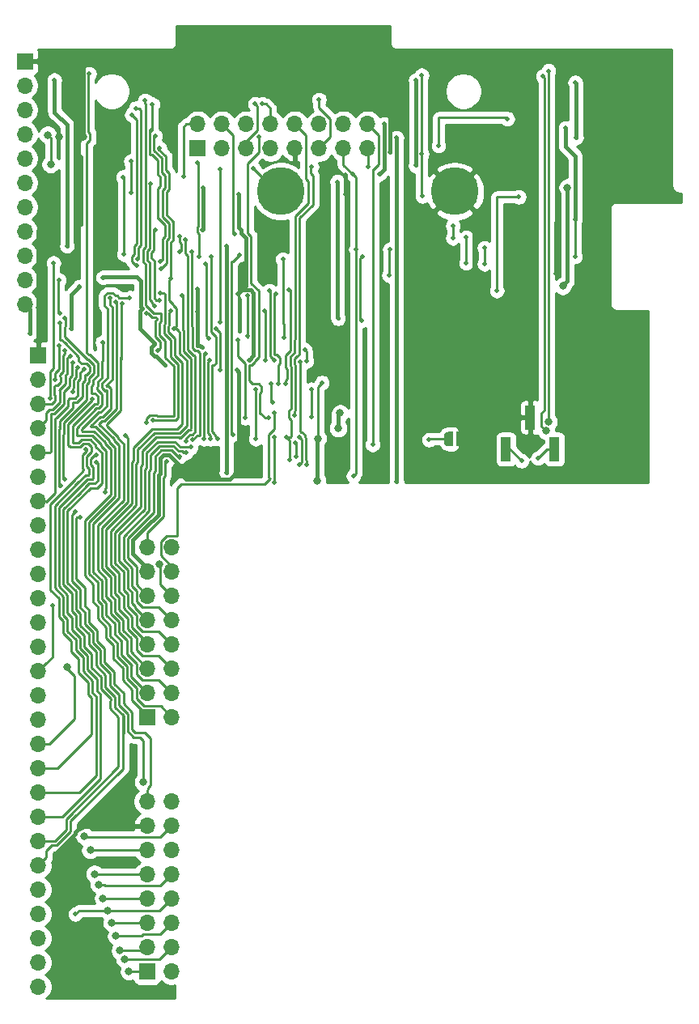
<source format=gbr>
G04 #@! TF.GenerationSoftware,KiCad,Pcbnew,5.1.5+dfsg1-2build2*
G04 #@! TF.CreationDate,2021-12-28T07:58:32+00:00*
G04 #@! TF.ProjectId,psion-org2-power,7073696f-6e2d-46f7-9267-322d706f7765,rev?*
G04 #@! TF.SameCoordinates,Original*
G04 #@! TF.FileFunction,Copper,L2,Bot*
G04 #@! TF.FilePolarity,Positive*
%FSLAX46Y46*%
G04 Gerber Fmt 4.6, Leading zero omitted, Abs format (unit mm)*
G04 Created by KiCad (PCBNEW 5.1.5+dfsg1-2build2) date 2021-12-28 07:58:32*
%MOMM*%
%LPD*%
G04 APERTURE LIST*
%ADD10O,1.700000X1.700000*%
%ADD11R,1.700000X1.700000*%
%ADD12C,5.000000*%
%ADD13C,0.100000*%
%ADD14R,1.000000X2.510000*%
%ADD15C,0.800000*%
%ADD16C,0.500000*%
%ADD17C,0.400000*%
%ADD18C,0.250000*%
%ADD19C,0.254000*%
G04 APERTURE END LIST*
D10*
X82200000Y-128100000D03*
X82200000Y-125560000D03*
X82200000Y-123020000D03*
X82200000Y-120480000D03*
X82200000Y-117940000D03*
X82200000Y-115400000D03*
X82200000Y-112860000D03*
X82200000Y-110320000D03*
X82200000Y-107780000D03*
X82200000Y-105240000D03*
X82200000Y-102700000D03*
X82200000Y-100160000D03*
X82200000Y-97620000D03*
X82200000Y-95080000D03*
X82200000Y-92540000D03*
X82200000Y-90000000D03*
X82200000Y-87460000D03*
X82200000Y-84920000D03*
X82200000Y-82380000D03*
X82200000Y-79840000D03*
X82200000Y-77300000D03*
X82200000Y-74760000D03*
X82200000Y-72220000D03*
X82200000Y-69680000D03*
X82200000Y-67140000D03*
X82200000Y-64600000D03*
D11*
X82200000Y-62060000D03*
D12*
X125800000Y-44900000D03*
X107600000Y-44900000D03*
G04 #@! TA.AperFunction,SMDPad,CuDef*
D13*
G36*
X126450000Y-70050602D02*
G01*
X126474534Y-70050602D01*
X126523365Y-70055412D01*
X126571490Y-70064984D01*
X126618445Y-70079228D01*
X126663778Y-70098005D01*
X126707051Y-70121136D01*
X126747850Y-70148396D01*
X126785779Y-70179524D01*
X126820476Y-70214221D01*
X126851604Y-70252150D01*
X126878864Y-70292949D01*
X126901995Y-70336222D01*
X126920772Y-70381555D01*
X126935016Y-70428510D01*
X126944588Y-70476635D01*
X126949398Y-70525466D01*
X126949398Y-70550000D01*
X126950000Y-70550000D01*
X126950000Y-71050000D01*
X126949398Y-71050000D01*
X126949398Y-71074534D01*
X126944588Y-71123365D01*
X126935016Y-71171490D01*
X126920772Y-71218445D01*
X126901995Y-71263778D01*
X126878864Y-71307051D01*
X126851604Y-71347850D01*
X126820476Y-71385779D01*
X126785779Y-71420476D01*
X126747850Y-71451604D01*
X126707051Y-71478864D01*
X126663778Y-71501995D01*
X126618445Y-71520772D01*
X126571490Y-71535016D01*
X126523365Y-71544588D01*
X126474534Y-71549398D01*
X126450000Y-71549398D01*
X126450000Y-71550000D01*
X125950000Y-71550000D01*
X125950000Y-70050000D01*
X126450000Y-70050000D01*
X126450000Y-70050602D01*
G37*
G04 #@! TD.AperFunction*
G04 #@! TA.AperFunction,SMDPad,CuDef*
G36*
X125650000Y-71550000D02*
G01*
X125150000Y-71550000D01*
X125150000Y-71549398D01*
X125125466Y-71549398D01*
X125076635Y-71544588D01*
X125028510Y-71535016D01*
X124981555Y-71520772D01*
X124936222Y-71501995D01*
X124892949Y-71478864D01*
X124852150Y-71451604D01*
X124814221Y-71420476D01*
X124779524Y-71385779D01*
X124748396Y-71347850D01*
X124721136Y-71307051D01*
X124698005Y-71263778D01*
X124679228Y-71218445D01*
X124664984Y-71171490D01*
X124655412Y-71123365D01*
X124650602Y-71074534D01*
X124650602Y-71050000D01*
X124650000Y-71050000D01*
X124650000Y-70550000D01*
X124650602Y-70550000D01*
X124650602Y-70525466D01*
X124655412Y-70476635D01*
X124664984Y-70428510D01*
X124679228Y-70381555D01*
X124698005Y-70336222D01*
X124721136Y-70292949D01*
X124748396Y-70252150D01*
X124779524Y-70214221D01*
X124814221Y-70179524D01*
X124852150Y-70148396D01*
X124892949Y-70121136D01*
X124936222Y-70098005D01*
X124981555Y-70079228D01*
X125028510Y-70064984D01*
X125076635Y-70055412D01*
X125125466Y-70050602D01*
X125150000Y-70050602D01*
X125150000Y-70050000D01*
X125650000Y-70050000D01*
X125650000Y-71550000D01*
G37*
G04 #@! TD.AperFunction*
D14*
X133700000Y-68545000D03*
X131160000Y-71855000D03*
X136240000Y-71855000D03*
D10*
X116680000Y-37860000D03*
X116680000Y-40400000D03*
X114140000Y-37860000D03*
X114140000Y-40400000D03*
X111600000Y-37860000D03*
X111600000Y-40400000D03*
X109060000Y-37860000D03*
X109060000Y-40400000D03*
X106520000Y-37860000D03*
X106520000Y-40400000D03*
X103980000Y-37860000D03*
X103980000Y-40400000D03*
X101440000Y-37860000D03*
X101440000Y-40400000D03*
X98900000Y-37860000D03*
D11*
X98900000Y-40400000D03*
D10*
X96140000Y-108720000D03*
X93600000Y-108720000D03*
X96140000Y-111260000D03*
X93600000Y-111260000D03*
X96140000Y-113800000D03*
X93600000Y-113800000D03*
X96140000Y-116340000D03*
X93600000Y-116340000D03*
X96140000Y-118880000D03*
X93600000Y-118880000D03*
X96140000Y-121420000D03*
X93600000Y-121420000D03*
X96140000Y-123960000D03*
X93600000Y-123960000D03*
X96140000Y-126500000D03*
D11*
X93600000Y-126500000D03*
D10*
X96190000Y-82120000D03*
X93650000Y-82120000D03*
X96190000Y-84660000D03*
X93650000Y-84660000D03*
X96190000Y-87200000D03*
X93650000Y-87200000D03*
X96190000Y-89740000D03*
X93650000Y-89740000D03*
X96190000Y-92280000D03*
X93650000Y-92280000D03*
X96190000Y-94820000D03*
X93650000Y-94820000D03*
X96190000Y-97360000D03*
X93650000Y-97360000D03*
X96190000Y-99900000D03*
D11*
X93650000Y-99900000D03*
D10*
X80800000Y-56700000D03*
X80800000Y-54160000D03*
X80800000Y-51620000D03*
X80800000Y-49080000D03*
X80800000Y-46540000D03*
X80800000Y-44000000D03*
X80800000Y-41460000D03*
X80800000Y-38920000D03*
X80800000Y-36380000D03*
X80800000Y-33840000D03*
D11*
X80800000Y-31300000D03*
D15*
X86749889Y-111300000D03*
X132500000Y-43800000D03*
X86900000Y-39200000D03*
X84400000Y-39200000D03*
D16*
X106000000Y-62574998D03*
X105900000Y-57400000D03*
X136700000Y-47900000D03*
X99500000Y-44500000D03*
X99400000Y-48924990D03*
X86700000Y-48300000D03*
X86700000Y-41300000D03*
X103100000Y-55600000D03*
X104300000Y-62525010D03*
X103400000Y-48900000D03*
X107100000Y-48700000D03*
X103000010Y-63600000D03*
X83200000Y-48000000D03*
X134200000Y-65200000D03*
X84000000Y-128100000D03*
X100850001Y-59300000D03*
X101200000Y-63600000D03*
X118300000Y-61200000D03*
X118300000Y-59800000D03*
X144200000Y-31400000D03*
X144900000Y-37000000D03*
X127600000Y-48800000D03*
X127800000Y-54100000D03*
X136400000Y-53500000D03*
X119050000Y-40800000D03*
X119100000Y-36800000D03*
X83900000Y-119300000D03*
X114343413Y-43156587D03*
X114400000Y-45200000D03*
X103200000Y-45200000D03*
X125800000Y-44900000D03*
X82200000Y-57100000D03*
X132400000Y-41500000D03*
X132300000Y-36400000D03*
D15*
X111400000Y-75200000D03*
X113600000Y-69700000D03*
X113800000Y-68100000D03*
X111465670Y-70753356D03*
D16*
X98900000Y-57500000D03*
X104100000Y-60000000D03*
X104100000Y-55824980D03*
X111900000Y-64900000D03*
X113500000Y-43900000D03*
X113600000Y-58200000D03*
X98900000Y-55100000D03*
X99361026Y-61247853D03*
X81300000Y-59800000D03*
X86500000Y-54900000D03*
X85700000Y-59275000D03*
X95502388Y-63097612D03*
X89000000Y-53900000D03*
D15*
X94900000Y-83900000D03*
D16*
X106900000Y-75350000D03*
X106900000Y-70600000D03*
D15*
X87649909Y-113800000D03*
D16*
X96996405Y-72657908D03*
X109500000Y-73499982D03*
X109539999Y-70645001D03*
X109019773Y-68300000D03*
X116700000Y-42300000D03*
X110810001Y-42300000D03*
D15*
X88549929Y-117400000D03*
D16*
X97700233Y-72223437D03*
X108558494Y-72956579D03*
X108218399Y-70613500D03*
D15*
X88099919Y-116300000D03*
D16*
X98175485Y-71661463D03*
X109189562Y-72653666D03*
X109133494Y-71214874D03*
X117200000Y-71400000D03*
D15*
X89449949Y-120130916D03*
D16*
X94431242Y-39100000D03*
X86100000Y-120500000D03*
X97252119Y-55824980D03*
X95075734Y-52975000D03*
D15*
X88999939Y-118858123D03*
D16*
X94907139Y-40400311D03*
X96400000Y-59300000D03*
X96100000Y-54000000D03*
D15*
X90349969Y-122800000D03*
D16*
X91899989Y-41774990D03*
X91899989Y-45000000D03*
X96066674Y-57424990D03*
X99020126Y-51700010D03*
X98900000Y-41900000D03*
D15*
X89899959Y-121400000D03*
D16*
X91293865Y-70408263D03*
X94179686Y-68859239D03*
X94163563Y-35799293D03*
X104900000Y-35765030D03*
X94000000Y-38500000D03*
X95000000Y-55566514D03*
X94970447Y-52267113D03*
D15*
X91249989Y-125200000D03*
D16*
X92000000Y-36877069D03*
X90990477Y-56615079D03*
X92500000Y-52700000D03*
D15*
X90759736Y-124328418D03*
D16*
X92400000Y-36200000D03*
X105670365Y-35765030D03*
X90300000Y-56500000D03*
X92581252Y-51986147D03*
X89739998Y-56079999D03*
X97400000Y-43375000D03*
X91200000Y-51500000D03*
X91100000Y-43400000D03*
D15*
X91699999Y-126500000D03*
D16*
X91794748Y-56040079D03*
X96973899Y-49636950D03*
X97025000Y-51250000D03*
X102761446Y-49375000D03*
X101900000Y-74323477D03*
X101900000Y-50600000D03*
X84000000Y-36700000D03*
X121700000Y-42200000D03*
X121700000Y-33265000D03*
X83900000Y-33265000D03*
X85200000Y-50600000D03*
X106900000Y-62600000D03*
X106400000Y-55300000D03*
X107300000Y-65000000D03*
X107050001Y-55613050D03*
X108119753Y-65000000D03*
X108474990Y-55200000D03*
X110326438Y-73499982D03*
X109594773Y-62694337D03*
X99531670Y-70794631D03*
X99700000Y-61900000D03*
X110100000Y-61500000D03*
X110293675Y-62655136D03*
X100231673Y-70794631D03*
X100106670Y-62600000D03*
X84975020Y-75039293D03*
X84994976Y-58125000D03*
X84525010Y-75700000D03*
X84500000Y-58700000D03*
X86988839Y-63500030D03*
X86300028Y-63358871D03*
X85800000Y-65900000D03*
X85850019Y-62783174D03*
X85535006Y-62150000D03*
X84982772Y-61575000D03*
X84375000Y-61000000D03*
X84000000Y-64600000D03*
X86068391Y-78368391D03*
D15*
X93200000Y-106700000D03*
X85213962Y-94631052D03*
D16*
X89193819Y-76340452D03*
X88924980Y-60700000D03*
X95616565Y-73159310D03*
X115200000Y-74650000D03*
X86597668Y-78998432D03*
X101000000Y-70773431D03*
X100300000Y-51700010D03*
X115449999Y-50975000D03*
X118400000Y-37857086D03*
X117900000Y-43100000D03*
X115100000Y-43100000D03*
X119700000Y-75300000D03*
X119700000Y-39300000D03*
X138500000Y-39300000D03*
X138400000Y-33500000D03*
X97702129Y-71057897D03*
X97600000Y-49950000D03*
X125600000Y-49800000D03*
X125600000Y-48500000D03*
D15*
X137100000Y-54800000D03*
X137600000Y-44500000D03*
D16*
X88293801Y-73200000D03*
X102550000Y-70323421D03*
X103261783Y-51538802D03*
X116100000Y-51700000D03*
X116024999Y-58400000D03*
D15*
X135357464Y-69970144D03*
D16*
X135025000Y-32875000D03*
D15*
X135600000Y-69000000D03*
D16*
X135600000Y-32300000D03*
X106300000Y-68600000D03*
X105300000Y-39200000D03*
X98381669Y-70889887D03*
X98277129Y-51250000D03*
X127000000Y-52400000D03*
X127000000Y-49700000D03*
X138400000Y-51700000D03*
X138400000Y-47800000D03*
X137400000Y-38300000D03*
X83420541Y-66525000D03*
X87875000Y-66600000D03*
X83800000Y-52400000D03*
X87200000Y-71900000D03*
X104970371Y-70793346D03*
X105000000Y-65600000D03*
X110800000Y-65600000D03*
X110800000Y-68500000D03*
X107951826Y-60225000D03*
X107800000Y-52000000D03*
X99700001Y-52500000D03*
X100036050Y-60258839D03*
X94700000Y-61525000D03*
X93525081Y-57674920D03*
X84454439Y-57680227D03*
X84375000Y-54200000D03*
X94916673Y-56265450D03*
X94431242Y-48900000D03*
X94415873Y-56901536D03*
X93981232Y-44100000D03*
D15*
X83500000Y-42075000D03*
X83200000Y-39000000D03*
D16*
X88293801Y-72499997D03*
X93500000Y-69100000D03*
X111600000Y-35315020D03*
X93400000Y-35400000D03*
X130200000Y-55300000D03*
X132500000Y-45500000D03*
X122350000Y-41000000D03*
X124100000Y-40100000D03*
X122400000Y-45400000D03*
X87550000Y-32615000D03*
X122350000Y-32750000D03*
X131300000Y-37300000D03*
X118900000Y-53700000D03*
X119000000Y-50975000D03*
X128900000Y-52500000D03*
X128900000Y-50800000D03*
X132800000Y-73100000D03*
X134500000Y-72800000D03*
X123100000Y-70900000D03*
X106600445Y-65025000D03*
X106699317Y-66929625D03*
D15*
X87046058Y-112344836D03*
D16*
X106900000Y-68100000D03*
X83700000Y-88200000D03*
X103850001Y-68600000D03*
X103100000Y-60474990D03*
X101250000Y-58600000D03*
X101200000Y-42600000D03*
X104700000Y-42500000D03*
D17*
X93560000Y-111300000D02*
X93600000Y-111260000D01*
X86749889Y-111300000D02*
X93560000Y-111300000D01*
X80800000Y-31300000D02*
X86000000Y-31300000D01*
X86900000Y-32200000D02*
X86900000Y-39200000D01*
X86000000Y-31300000D02*
X86900000Y-32200000D01*
X84300000Y-39300000D02*
X84400000Y-39200000D01*
X93650000Y-84450001D02*
X93650000Y-84660000D01*
D18*
X106000000Y-57500000D02*
X105900000Y-57400000D01*
X106000000Y-62574998D02*
X106000000Y-57500000D01*
D17*
X136700000Y-47900000D02*
X136411889Y-48188111D01*
X99500000Y-48824990D02*
X99400000Y-48924990D01*
X99500000Y-44500000D02*
X99500000Y-48824990D01*
X86700000Y-48300000D02*
X86700000Y-41300000D01*
X104750001Y-62075009D02*
X104300000Y-62525010D01*
X104750001Y-55512979D02*
X104750001Y-62075009D01*
X104412001Y-55174979D02*
X104750001Y-55512979D01*
X103525021Y-55174979D02*
X104412001Y-55174979D01*
X103100000Y-55600000D02*
X103525021Y-55174979D01*
X103349999Y-55350001D02*
X103100000Y-55600000D01*
X103911784Y-54788216D02*
X103349999Y-55350001D01*
X103911784Y-49765337D02*
X103911784Y-54788216D01*
X103400000Y-49253553D02*
X103911784Y-49765337D01*
X103400000Y-48900000D02*
X103400000Y-49253553D01*
X97000000Y-74100000D02*
X97000000Y-74300000D01*
X97000000Y-74100000D02*
X97000000Y-74400000D01*
X103200001Y-63799991D02*
X103000010Y-63600000D01*
X103200001Y-73985478D02*
X103200001Y-63799991D01*
X102212001Y-74973478D02*
X103200001Y-73985478D01*
X97673478Y-74973478D02*
X102212001Y-74973478D01*
X97000000Y-74300000D02*
X97673478Y-74973478D01*
X82200000Y-49000000D02*
X83200000Y-48000000D01*
X93650000Y-84350000D02*
X93650000Y-84660000D01*
X92100000Y-82800000D02*
X93650000Y-84350000D01*
X97000000Y-74100000D02*
X97000000Y-73580743D01*
X97000000Y-73580743D02*
X95928566Y-72509309D01*
X95928566Y-72509309D02*
X95304564Y-72509309D01*
X95304564Y-72509309D02*
X94966564Y-72847309D01*
X92100000Y-81500000D02*
X92100000Y-82800000D01*
X94966564Y-72847309D02*
X94966564Y-74433436D01*
X94966564Y-74433436D02*
X94793920Y-74606080D01*
X94793920Y-74606080D02*
X94793920Y-76712894D01*
X94793919Y-78706735D02*
X93483187Y-80017467D01*
X94793920Y-76712894D02*
X94793919Y-78706735D01*
X93483187Y-80017467D02*
X92099990Y-81400664D01*
X92099990Y-81400664D02*
X92099990Y-82800000D01*
D18*
X133700000Y-68545000D02*
X133700000Y-65700000D01*
X133700000Y-65700000D02*
X134200000Y-65200000D01*
X101250010Y-63549990D02*
X101200000Y-63600000D01*
X101250010Y-59700009D02*
X101250010Y-63549990D01*
X100850001Y-59300000D02*
X101250010Y-59700009D01*
X132950000Y-68545000D02*
X133700000Y-68545000D01*
X129205000Y-68545000D02*
X132950000Y-68545000D01*
X126950000Y-70800000D02*
X129205000Y-68545000D01*
X126450000Y-70800000D02*
X126950000Y-70800000D01*
D17*
X118300000Y-61200000D02*
X118300000Y-59800000D01*
X144900000Y-32100000D02*
X144900000Y-37000000D01*
X144200000Y-31400000D02*
X144900000Y-32100000D01*
X127849999Y-54050001D02*
X127800000Y-54100000D01*
X127849999Y-49049999D02*
X127849999Y-54050001D01*
X127600000Y-48800000D02*
X127849999Y-49049999D01*
X136411889Y-53488111D02*
X136400000Y-53500000D01*
X136411889Y-48188111D02*
X136411889Y-53488111D01*
X119050000Y-36850000D02*
X119100000Y-36800000D01*
X119050000Y-40800000D02*
X119050000Y-36850000D01*
X86100000Y-111949889D02*
X86749889Y-111300000D01*
X83900000Y-114300000D02*
X86100000Y-112100000D01*
X86100000Y-112100000D02*
X86100000Y-111949889D01*
X84000000Y-128100000D02*
X83900000Y-128000000D01*
X83900000Y-119300000D02*
X83900000Y-114300000D01*
X83900000Y-128000000D02*
X83900000Y-119300000D01*
X114343413Y-45143413D02*
X114400000Y-45200000D01*
X114343413Y-43156587D02*
X114343413Y-45143413D01*
X103200000Y-48700000D02*
X103400000Y-48900000D01*
X103200000Y-45200000D02*
X103200000Y-48700000D01*
X82200000Y-57100000D02*
X82200000Y-49000000D01*
X82200000Y-62060000D02*
X82200000Y-57100000D01*
X132400000Y-36500000D02*
X132300000Y-36400000D01*
X132400000Y-41500000D02*
X132400000Y-36500000D01*
X111400000Y-70819026D02*
X111465670Y-70753356D01*
X111400000Y-75200000D02*
X111400000Y-70819026D01*
X113600000Y-68300000D02*
X113800000Y-68100000D01*
X113600000Y-69700000D02*
X113600000Y-68300000D01*
X98900000Y-57500000D02*
X98900000Y-61000000D01*
D18*
X104100000Y-60200000D02*
X104100000Y-55824980D01*
X111465670Y-65334330D02*
X111465670Y-70753356D01*
X111900000Y-64900000D02*
X111465670Y-65334330D01*
D17*
X113500000Y-58100000D02*
X113600000Y-58200000D01*
X113500000Y-43900000D02*
X113500000Y-58100000D01*
X98900000Y-57500000D02*
X98900000Y-55100000D01*
X98900000Y-61000000D02*
X98899999Y-61000000D01*
X99113173Y-61000000D02*
X99361026Y-61247853D01*
X98900000Y-61000000D02*
X99113173Y-61000000D01*
X81300000Y-57200000D02*
X80800000Y-56700000D01*
X81300000Y-59800000D02*
X81300000Y-57200000D01*
X85700000Y-55700000D02*
X85700000Y-59275000D01*
X86500000Y-54900000D02*
X85700000Y-55700000D01*
X94387999Y-62175001D02*
X94049999Y-61837001D01*
X94579777Y-62175001D02*
X94387999Y-62175001D01*
X94049999Y-61837001D02*
X94049999Y-61212999D01*
X95502388Y-63097612D02*
X94579777Y-62175001D01*
X93079429Y-57158570D02*
X92930241Y-57009382D01*
X92875080Y-57362919D02*
X93079429Y-57158570D01*
X92875080Y-59277787D02*
X92875080Y-57362919D01*
X94400000Y-60862998D02*
X94400000Y-60802707D01*
X94400000Y-60802707D02*
X92875080Y-59277787D01*
X94049999Y-61212999D02*
X94400000Y-60862998D01*
X92930241Y-57009382D02*
X92930241Y-54230241D01*
X92550000Y-53850000D02*
X89849998Y-53850000D01*
X92930241Y-54230241D02*
X92550000Y-53850000D01*
X89050000Y-53850000D02*
X89000000Y-53900000D01*
X89849998Y-53850000D02*
X89050000Y-53850000D01*
D18*
X96190000Y-87200000D02*
X96190000Y-87090000D01*
X96190000Y-87200000D02*
X95000000Y-86010000D01*
X95000000Y-84000000D02*
X94900000Y-83900000D01*
X95000000Y-86010000D02*
X95000000Y-84000000D01*
X106900000Y-75350000D02*
X106900000Y-75350000D01*
X106900000Y-75350000D02*
X106900000Y-70800000D01*
X87649909Y-113800000D02*
X93600000Y-113800000D01*
X96996405Y-72803594D02*
X96996405Y-72657908D01*
X95087098Y-71984299D02*
X96146033Y-71984300D01*
X96980866Y-72819133D02*
X96996405Y-72803594D01*
X96146033Y-71984300D02*
X96980866Y-72819133D01*
X94441555Y-72629842D02*
X95087098Y-71984299D01*
X92474999Y-86024999D02*
X92474999Y-84121409D01*
X94268911Y-74331089D02*
X94441554Y-74158446D01*
X92474999Y-84121409D02*
X91574980Y-83221390D01*
X91574981Y-81183197D02*
X92958178Y-79800000D01*
X91574980Y-83221390D02*
X91574981Y-81183197D01*
X93650000Y-87200000D02*
X92474999Y-86024999D01*
X94268910Y-76930360D02*
X94268911Y-74331089D01*
X94441554Y-74158446D02*
X94441555Y-72629842D01*
X109800000Y-70905002D02*
X109539999Y-70645001D01*
X109800000Y-72800000D02*
X109800000Y-70905002D01*
X109799982Y-72800018D02*
X109800000Y-72800000D01*
X109799982Y-73200000D02*
X109799982Y-72800018D01*
X109500000Y-73499982D02*
X109799982Y-73200000D01*
X109019773Y-68300000D02*
X109019773Y-67924990D01*
X109019773Y-67924990D02*
X109144763Y-67800000D01*
X109144763Y-67800000D02*
X109144763Y-64700000D01*
X109144763Y-64700000D02*
X109144763Y-63300000D01*
X109144763Y-63300000D02*
X109144763Y-63095329D01*
X109019772Y-62418336D02*
X109318772Y-62119336D01*
X109019772Y-62970338D02*
X109019772Y-62418336D01*
X109144763Y-63095329D02*
X109019772Y-62970338D01*
X109318772Y-62119336D02*
X109380664Y-62119336D01*
X116700000Y-40420000D02*
X116680000Y-40400000D01*
X116700000Y-42300000D02*
X116700000Y-40420000D01*
X94268910Y-76930360D02*
X94268910Y-78489268D01*
X94268910Y-78489268D02*
X93029089Y-79729089D01*
X93029089Y-79729089D02*
X92729089Y-80029089D01*
X109500000Y-60636410D02*
X109550010Y-60586400D01*
X109500000Y-61938108D02*
X109500000Y-60636410D01*
X109318772Y-62119336D02*
X109500000Y-61938108D01*
X109550010Y-60586400D02*
X109550010Y-47686400D01*
X110950010Y-46286400D02*
X110950010Y-43250010D01*
X109550010Y-47686400D02*
X110950010Y-46286400D01*
X110950010Y-43250010D02*
X110700000Y-43000000D01*
X110700000Y-42410001D02*
X110810001Y-42300000D01*
X110700000Y-43000000D02*
X110700000Y-42410001D01*
X95290001Y-117189999D02*
X96140000Y-116340000D01*
X94964999Y-117515001D02*
X95290001Y-117189999D01*
X89230615Y-117515001D02*
X94964999Y-117515001D01*
X89115614Y-117400000D02*
X89230615Y-117515001D01*
X88549929Y-117400000D02*
X89115614Y-117400000D01*
X108558494Y-70953595D02*
X108218399Y-70613500D01*
X108558494Y-72956579D02*
X108558494Y-70953595D01*
X94825001Y-88375001D02*
X96190000Y-89740000D01*
X93085999Y-88375001D02*
X94825001Y-88375001D01*
X92474999Y-87764001D02*
X93085999Y-88375001D01*
X92474999Y-86661409D02*
X92474999Y-87764001D01*
X92024989Y-86211399D02*
X92474999Y-86661409D01*
X97412936Y-72223437D02*
X97272406Y-72082907D01*
X93991546Y-72443441D02*
X93991545Y-73972045D01*
X96881050Y-72082907D02*
X96332434Y-71534291D01*
X91124971Y-83407789D02*
X92024989Y-84307809D01*
X96332434Y-71534291D02*
X94900699Y-71534290D01*
X97700233Y-72223437D02*
X97412936Y-72223437D01*
X94900699Y-71534290D02*
X93991546Y-72443441D01*
X93818901Y-78302867D02*
X91124972Y-80996796D01*
X97272406Y-72082907D02*
X96881050Y-72082907D01*
X93818902Y-74144688D02*
X93818901Y-78302867D01*
X91124972Y-80996796D02*
X91124971Y-83407789D01*
X93991545Y-73972045D02*
X93818902Y-74144688D01*
X92024989Y-84307809D02*
X92024989Y-86211399D01*
X108700000Y-68831229D02*
X108700000Y-70485452D01*
X108444772Y-68576001D02*
X108700000Y-68831229D01*
X108571952Y-70613500D02*
X108218399Y-70613500D01*
X108444772Y-67855228D02*
X108444772Y-68576001D01*
X109060000Y-37860000D02*
X110235001Y-39035001D01*
X110235001Y-39035001D02*
X110235001Y-43564999D01*
X108700000Y-70485452D02*
X108571952Y-70613500D01*
X108694753Y-67605247D02*
X108444772Y-67855228D01*
X110235001Y-43564999D02*
X110500000Y-43829998D01*
X110500000Y-43829998D02*
X110500000Y-46100000D01*
X110500000Y-46100000D02*
X109100000Y-47500000D01*
X108569763Y-62231935D02*
X108569762Y-63156738D01*
X109049990Y-61751708D02*
X108569763Y-62231935D01*
X109100000Y-47500000D02*
X109100000Y-60400000D01*
X109049990Y-60450010D02*
X109049990Y-61751708D01*
X108694753Y-63281729D02*
X108694753Y-67605247D01*
X109100000Y-60400000D02*
X109049990Y-60450010D01*
X108569762Y-63156738D02*
X108694753Y-63281729D01*
X93560000Y-116300000D02*
X93600000Y-116340000D01*
X88099919Y-116300000D02*
X93560000Y-116300000D01*
X109189562Y-71270942D02*
X109133494Y-71214874D01*
X109189562Y-72653666D02*
X109189562Y-71270942D01*
X117529999Y-38709999D02*
X116680000Y-37860000D01*
X117855001Y-39035001D02*
X117529999Y-38709999D01*
X117855001Y-42044999D02*
X117855001Y-39035001D01*
X117300000Y-42600000D02*
X117855001Y-42044999D01*
X117200000Y-42600000D02*
X117300000Y-42600000D01*
X117200000Y-71400000D02*
X117200000Y-42600000D01*
X92387294Y-88477294D02*
X93650000Y-89740000D01*
X92387294Y-88312706D02*
X92387294Y-88477294D01*
X92024989Y-87950401D02*
X92387294Y-88312706D01*
X92024989Y-86847809D02*
X92024989Y-87950401D01*
X98175485Y-71661463D02*
X98146919Y-71632897D01*
X91574979Y-84494208D02*
X91574979Y-86397799D01*
X90674963Y-80810395D02*
X90674962Y-83594188D01*
X91574979Y-86397799D02*
X92024989Y-86847809D01*
X97067450Y-71632897D02*
X96518833Y-71084282D01*
X93541538Y-72257040D02*
X93541536Y-73785644D01*
X98146919Y-71632897D02*
X97067450Y-71632897D01*
X94714300Y-71084281D02*
X93541538Y-72257040D01*
X90674962Y-83594188D02*
X91574979Y-84494208D01*
X93541536Y-73785644D02*
X93368893Y-73958287D01*
X96518833Y-71084282D02*
X94714300Y-71084281D01*
X93368893Y-73958287D02*
X93368892Y-78116466D01*
X93368892Y-78116466D02*
X90674963Y-80810395D01*
X94889084Y-120130916D02*
X96140000Y-118880000D01*
X89449949Y-120130916D02*
X94889084Y-120130916D01*
X95456251Y-43251197D02*
X95132254Y-42927200D01*
X95456252Y-44548800D02*
X95456251Y-43251197D01*
X95206272Y-44798782D02*
X95456252Y-44548800D01*
X95132254Y-42927200D02*
X95132253Y-41438599D01*
X95132253Y-41438599D02*
X94306252Y-40612598D01*
X94306252Y-40612598D02*
X94306252Y-39500000D01*
X94306252Y-39224990D02*
X94431242Y-39100000D01*
X94306252Y-39500000D02*
X94306252Y-39224990D01*
X86469084Y-120130916D02*
X89449949Y-120130916D01*
X86100000Y-120500000D02*
X86469084Y-120130916D01*
X94825001Y-90915001D02*
X93085999Y-90915001D01*
X92474999Y-90304001D02*
X92474999Y-89201409D01*
X90224953Y-83780587D02*
X90224954Y-80623994D01*
X93085999Y-90915001D02*
X92474999Y-90304001D01*
X91574979Y-87034209D02*
X91124969Y-86584199D01*
X92474999Y-89201409D02*
X91574979Y-88301389D01*
X91124969Y-86584199D02*
X91124969Y-84680607D01*
X96190000Y-92280000D02*
X94825001Y-90915001D01*
X91574979Y-88301389D02*
X91574979Y-87034209D01*
X91124969Y-84680607D02*
X90224953Y-83780587D01*
X90224954Y-80623994D02*
X92918883Y-77930065D01*
X92918883Y-77930065D02*
X92918884Y-73771886D01*
X92918884Y-73681116D02*
X93091527Y-73508473D01*
X92918884Y-73771886D02*
X92918884Y-73681116D01*
X93091527Y-73508473D02*
X93091530Y-72070639D01*
X94527901Y-70634272D02*
X96934272Y-70634272D01*
X93091530Y-72070639D02*
X94527901Y-70634272D01*
X97000000Y-70700000D02*
X97084144Y-70700000D01*
X96934272Y-70634272D02*
X97000000Y-70700000D01*
X97084144Y-70700000D02*
X97919268Y-69864876D01*
X97919268Y-69864876D02*
X98133860Y-69864876D01*
X98133860Y-69864876D02*
X98181640Y-69817096D01*
X98133860Y-69766140D02*
X98181640Y-69718360D01*
X98133860Y-69864876D02*
X98133860Y-69766140D01*
X98181640Y-69718360D02*
X98181640Y-62418050D01*
X97849991Y-62086401D02*
X97849991Y-62073813D01*
X97849991Y-62073813D02*
X97424979Y-61648801D01*
X98181640Y-62418050D02*
X97849991Y-62086401D01*
X97424979Y-61648801D02*
X97424979Y-61024979D01*
X97424979Y-61024979D02*
X97424979Y-59447819D01*
X97424979Y-59447819D02*
X97377109Y-59399949D01*
X97377109Y-59399949D02*
X97377109Y-56600000D01*
X97377109Y-55949970D02*
X97252119Y-55824980D01*
X97377109Y-56600000D02*
X97377109Y-55949970D01*
X95656282Y-52394452D02*
X95075734Y-52975000D01*
X95656282Y-50059200D02*
X95656282Y-52394452D01*
X95906261Y-49809221D02*
X95656282Y-50059200D01*
X95906262Y-48251198D02*
X95906261Y-49809221D01*
X95206272Y-47551208D02*
X95906262Y-48251198D01*
X95206272Y-44798782D02*
X95206272Y-47551208D01*
X93578123Y-118858123D02*
X93600000Y-118880000D01*
X88999939Y-118858123D02*
X93578123Y-118858123D01*
X96700000Y-59300000D02*
X96400000Y-59300000D01*
X96974969Y-59634219D02*
X96927100Y-59586350D01*
X97731630Y-69416104D02*
X97731630Y-62604450D01*
X96974969Y-61847789D02*
X96974969Y-59634219D01*
X97731630Y-62604450D02*
X96974969Y-61847789D01*
X92641522Y-71884238D02*
X94341501Y-70184262D01*
X96886350Y-59586350D02*
X96900000Y-59572700D01*
X93650000Y-92280000D02*
X93650000Y-92115412D01*
X92000000Y-89362820D02*
X91124969Y-88487789D01*
X96900000Y-59500000D02*
X96700000Y-59300000D01*
X91124969Y-88487789D02*
X91124969Y-87220609D01*
X90674959Y-86770599D02*
X90674959Y-84867006D01*
X92641518Y-73258482D02*
X92641522Y-71884238D01*
X92000000Y-90465412D02*
X92000000Y-89362820D01*
X96963472Y-70184262D02*
X97731630Y-69416104D01*
X89774944Y-83966986D02*
X89774945Y-80437593D01*
X91124969Y-87220609D02*
X90674959Y-86770599D01*
X96900000Y-59572700D02*
X96900000Y-59500000D01*
X90674959Y-84867006D02*
X89774944Y-83966986D01*
X89774945Y-80437593D02*
X92468874Y-77743664D01*
X96927100Y-59586350D02*
X96886350Y-59586350D01*
X93650000Y-92115412D02*
X92000000Y-90465412D01*
X92468874Y-77743664D02*
X92468874Y-73431126D01*
X94341501Y-70184262D02*
X96963472Y-70184262D01*
X92468874Y-73431126D02*
X92641518Y-73258482D01*
X96649999Y-59050001D02*
X96649999Y-57157313D01*
X96649999Y-57157313D02*
X96342675Y-56849989D01*
X96342675Y-56742675D02*
X95941684Y-56341684D01*
X96342675Y-56849989D02*
X96342675Y-56742675D01*
X95941684Y-56341684D02*
X95941683Y-55518234D01*
X96400000Y-59300000D02*
X96649999Y-59050001D01*
X95941683Y-54158317D02*
X96100000Y-54000000D01*
X95941683Y-55518234D02*
X95941683Y-54158317D01*
X96100000Y-54000000D02*
X96100000Y-53646447D01*
X96100000Y-53646447D02*
X96106291Y-53640156D01*
X95656282Y-47364808D02*
X95656282Y-44985179D01*
X96106291Y-53640156D02*
X96106292Y-50245600D01*
X96356271Y-49995619D02*
X96356270Y-48064796D01*
X96106292Y-50245600D02*
X96356271Y-49995619D01*
X96356270Y-48064796D02*
X95656282Y-47364808D01*
X95656282Y-44985179D02*
X95906261Y-44735199D01*
X95906261Y-44735199D02*
X95906261Y-43006261D01*
X94782149Y-40400311D02*
X94907139Y-40400311D01*
X95906261Y-43006261D02*
X95582262Y-42682262D01*
X95582262Y-42682262D02*
X95582262Y-41252198D01*
X95582262Y-41252198D02*
X94756262Y-40426198D01*
X94756262Y-40426198D02*
X94782149Y-40400311D01*
X94964999Y-122595001D02*
X95290001Y-122269999D01*
X93225997Y-122595001D02*
X94964999Y-122595001D01*
X95290001Y-122269999D02*
X96140000Y-121420000D01*
X93020998Y-122800000D02*
X93225997Y-122595001D01*
X90349969Y-122800000D02*
X93020998Y-122800000D01*
X94825001Y-93455001D02*
X96190000Y-94820000D01*
X92474999Y-91715999D02*
X92474999Y-92844001D01*
X92500000Y-91690998D02*
X92474999Y-91715999D01*
X93085999Y-93455001D02*
X94825001Y-93455001D01*
X92500000Y-91601822D02*
X92500000Y-91690998D01*
X91549990Y-89549220D02*
X91549990Y-90651812D01*
X90674959Y-88674189D02*
X91549990Y-89549220D01*
X90674959Y-87407009D02*
X90674959Y-88674189D01*
X90224949Y-86956999D02*
X90674959Y-87407009D01*
X92474999Y-92844001D02*
X93085999Y-93455001D01*
X91549990Y-90651812D02*
X92500000Y-91601822D01*
X90224949Y-85053406D02*
X90224949Y-86956999D01*
X92018864Y-77557264D02*
X89324936Y-80251192D01*
X89324936Y-80251192D02*
X89324936Y-84153393D01*
X89324936Y-84153393D02*
X90224949Y-85053406D01*
X92018866Y-73466825D02*
X92018865Y-73781135D01*
X92018865Y-73781135D02*
X92018864Y-77557264D01*
X91899989Y-41774990D02*
X91899989Y-45000000D01*
X92018866Y-73466825D02*
X92018865Y-73244725D01*
X92191514Y-71697837D02*
X94155101Y-69734252D01*
X92191509Y-73072081D02*
X92191514Y-71697837D01*
X92018865Y-73244725D02*
X92191509Y-73072081D01*
X94155101Y-69734252D02*
X96777072Y-69734252D01*
X96777072Y-69734252D02*
X97281620Y-69229704D01*
X97281620Y-69229704D02*
X97281620Y-66600000D01*
X97281620Y-66600000D02*
X97281620Y-64400000D01*
X97281620Y-64400000D02*
X97281620Y-62790850D01*
X95824999Y-59576001D02*
X95824999Y-59023999D01*
X96524959Y-60275961D02*
X95824999Y-59576001D01*
X96524959Y-62034189D02*
X96524959Y-60275961D01*
X97281620Y-62790850D02*
X96524959Y-62034189D01*
X95824999Y-59023999D02*
X95941684Y-58907314D01*
X95941684Y-57549980D02*
X96066674Y-57424990D01*
X95941684Y-58907314D02*
X95941684Y-57549980D01*
X98824999Y-48675001D02*
X98974990Y-48525010D01*
X98824999Y-49200991D02*
X98824999Y-48675001D01*
X99020126Y-49396118D02*
X98824999Y-49200991D01*
X99020126Y-51700010D02*
X99020126Y-49396118D01*
X98974990Y-48525010D02*
X98974990Y-44974990D01*
X98924999Y-44924999D02*
X98924999Y-41924999D01*
X98924999Y-41924999D02*
X98900000Y-41900000D01*
X98974990Y-44974990D02*
X98924999Y-44924999D01*
X93580000Y-121400000D02*
X93600000Y-121420000D01*
X89899959Y-121400000D02*
X93580000Y-121400000D01*
X93650000Y-94820000D02*
X91908178Y-93078178D01*
X91908178Y-91646410D02*
X91099980Y-90838212D01*
X91908178Y-93078178D02*
X91908178Y-91646410D01*
X91099980Y-90838212D02*
X91099980Y-89735620D01*
X91099980Y-89735620D02*
X90224949Y-88860589D01*
X90224949Y-88860589D02*
X90224949Y-87593409D01*
X89774939Y-87143399D02*
X89774939Y-85239806D01*
X90224949Y-87593409D02*
X89774939Y-87143399D01*
X89774939Y-85239806D02*
X88874926Y-84339793D01*
X88874927Y-80064791D02*
X91568855Y-77370863D01*
X88874926Y-84339793D02*
X88874927Y-80064791D01*
X91568857Y-70683255D02*
X91293865Y-70408263D01*
X91568857Y-73431143D02*
X91568857Y-70683255D01*
X91568855Y-77370863D02*
X91568857Y-73431143D01*
X91568857Y-73431143D02*
X91568857Y-73280424D01*
X91293865Y-70408263D02*
X91293865Y-70408263D01*
X94120447Y-68800000D02*
X94041360Y-68800000D01*
X94179686Y-68859239D02*
X94120447Y-68800000D01*
X95206272Y-50100000D02*
X95206272Y-49872800D01*
X95456252Y-48437598D02*
X94768645Y-47749991D01*
X95456252Y-49622820D02*
X95456252Y-48437598D01*
X95206272Y-49872800D02*
X95456252Y-49622820D01*
X94768645Y-47749991D02*
X94756262Y-47737608D01*
X94756262Y-47737608D02*
X94756262Y-44612382D01*
X95006243Y-44362401D02*
X95006242Y-43437598D01*
X94756262Y-44612382D02*
X95006243Y-44362401D01*
X95006242Y-43437598D02*
X94682244Y-43113600D01*
X94682244Y-43113600D02*
X94682244Y-41625000D01*
X94682244Y-41625000D02*
X94157244Y-41100000D01*
X93900000Y-41100000D02*
X93856242Y-41056242D01*
X94157244Y-41100000D02*
X93900000Y-41100000D01*
X94162856Y-35800000D02*
X94163563Y-35799293D01*
X103980000Y-39668998D02*
X103980000Y-40400000D01*
X105155001Y-38493997D02*
X103980000Y-39668998D01*
X105155001Y-36020031D02*
X105155001Y-38493997D01*
X104900000Y-35765030D02*
X105155001Y-36020031D01*
X93856242Y-38643758D02*
X94000000Y-38500000D01*
X93856242Y-41056242D02*
X93856242Y-38643758D01*
X94163563Y-38336437D02*
X94000000Y-38500000D01*
X94163563Y-35799293D02*
X94163563Y-38336437D01*
X96572371Y-68859239D02*
X94179686Y-68859239D01*
X96831610Y-68600000D02*
X96572371Y-68859239D01*
X96831610Y-62977250D02*
X96831610Y-68600000D01*
X96074949Y-60462361D02*
X96074949Y-62220589D01*
X96074949Y-62220589D02*
X96831610Y-62977250D01*
X95374989Y-59762401D02*
X96074949Y-60462361D01*
X95374989Y-58837599D02*
X95374989Y-59762401D01*
X95491674Y-58720914D02*
X95374989Y-58837599D01*
X95491674Y-55704635D02*
X95491674Y-58720914D01*
X95353553Y-55566514D02*
X95491674Y-55704635D01*
X95000000Y-55566514D02*
X95353553Y-55566514D01*
X94970447Y-52267113D02*
X95137560Y-52100000D01*
X95200000Y-52100000D02*
X95206272Y-52093728D01*
X95137560Y-52100000D02*
X95200000Y-52100000D01*
X95206272Y-52093728D02*
X95206272Y-49872800D01*
X94900000Y-125200000D02*
X96140000Y-123960000D01*
X91249989Y-125200000D02*
X94900000Y-125200000D01*
X92474999Y-95384001D02*
X92474999Y-94281409D01*
X93085999Y-95995001D02*
X92474999Y-95384001D01*
X94825001Y-95995001D02*
X93085999Y-95995001D01*
X96190000Y-97360000D02*
X94825001Y-95995001D01*
X92474999Y-94281409D02*
X91458168Y-93264578D01*
X91458168Y-93264578D02*
X91458168Y-91832810D01*
X91458168Y-91832810D02*
X90649970Y-91024612D01*
X90649970Y-91024612D02*
X90649970Y-89922020D01*
X90649970Y-89922020D02*
X89774939Y-89046989D01*
X89774939Y-87779809D02*
X89324929Y-87329799D01*
X89774939Y-89046989D02*
X89774939Y-87779809D01*
X89324929Y-87329799D02*
X89324929Y-85426206D01*
X88424917Y-84526192D02*
X88424918Y-79878390D01*
X89324929Y-85426206D02*
X88424917Y-84526192D01*
X88424918Y-79878390D02*
X91118846Y-77184462D01*
X91118847Y-71306247D02*
X90568864Y-70756264D01*
X91118847Y-73418847D02*
X91118847Y-71306247D01*
X91118846Y-77184462D02*
X91118847Y-73418847D01*
X91118847Y-73418847D02*
X91118848Y-73094023D01*
X90874999Y-62456126D02*
X90874999Y-57125001D01*
X90874999Y-56730557D02*
X90990477Y-56615079D01*
X90874999Y-57125001D02*
X90874999Y-56730557D01*
X90568864Y-70756264D02*
X90568863Y-70599401D01*
X89400000Y-69282050D02*
X90850010Y-67832040D01*
X89400000Y-69430538D02*
X89400000Y-69282050D01*
X90850010Y-67832040D02*
X90850010Y-62200000D01*
X90568863Y-70599401D02*
X89400000Y-69430538D01*
X92474989Y-52674989D02*
X92500000Y-52700000D01*
X92506213Y-50337939D02*
X92506213Y-37383282D01*
X92256234Y-51460163D02*
X92256235Y-50587917D01*
X92506213Y-37383282D02*
X92000000Y-36877069D01*
X92006251Y-51710146D02*
X92256234Y-51460163D01*
X92256235Y-50587917D02*
X92506213Y-50337939D01*
X92006251Y-52262148D02*
X92006251Y-51710146D01*
X92305251Y-52561148D02*
X92006251Y-52262148D01*
X92461148Y-52561148D02*
X92305251Y-52561148D01*
X92500000Y-52600000D02*
X92461148Y-52561148D01*
X92500000Y-52700000D02*
X92500000Y-52600000D01*
X93231582Y-124328418D02*
X93600000Y-123960000D01*
X90759736Y-124328418D02*
X93231582Y-124328418D01*
X93650000Y-97360000D02*
X91941085Y-95651085D01*
X91941085Y-94558915D02*
X92024989Y-94475011D01*
X91941085Y-95651085D02*
X91941085Y-94558915D01*
X92024989Y-94475011D02*
X90948553Y-93398575D01*
X90948553Y-91959605D02*
X90199960Y-91211012D01*
X90948553Y-93398575D02*
X90948553Y-91959605D01*
X90199960Y-91211012D02*
X90199960Y-90108420D01*
X90199960Y-90108420D02*
X89324929Y-89233389D01*
X89324929Y-89233389D02*
X89324929Y-87966209D01*
X89324929Y-87966209D02*
X88874919Y-87516199D01*
X88874919Y-87516199D02*
X88874919Y-85612605D01*
X87974908Y-84712591D02*
X87974909Y-79691989D01*
X88874919Y-85612605D02*
X87974908Y-84712591D01*
X87974909Y-79691989D02*
X90668837Y-76998061D01*
X90668839Y-71492649D02*
X90118854Y-70942664D01*
X90668839Y-73168839D02*
X90668839Y-71492649D01*
X90668837Y-76998061D02*
X90668839Y-73168839D01*
X90668839Y-73168839D02*
X90668839Y-72907622D01*
X106520000Y-36657919D02*
X106520000Y-37860000D01*
X106023918Y-35765030D02*
X106520000Y-36261112D01*
X106520000Y-36261112D02*
X106520000Y-36657919D01*
X105670365Y-35765030D02*
X106023918Y-35765030D01*
X90326998Y-56526998D02*
X90300000Y-56500000D01*
X90400000Y-56526998D02*
X90326998Y-56526998D01*
X90118854Y-70942664D02*
X90118854Y-70785802D01*
X90118854Y-70785802D02*
X88565053Y-69232001D01*
X89119897Y-68925743D02*
X90400000Y-67645640D01*
X88871310Y-68925744D02*
X89119897Y-68925743D01*
X90400000Y-56600000D02*
X90300000Y-56500000D01*
X90400000Y-67645640D02*
X90400000Y-56600000D01*
X88565053Y-69232001D02*
X88871310Y-68925744D01*
X92753553Y-36200000D02*
X92400000Y-36200000D01*
X92956223Y-50524339D02*
X92956223Y-36402670D01*
X92706244Y-50774318D02*
X92956223Y-50524339D01*
X92956223Y-36402670D02*
X92753553Y-36200000D01*
X92706243Y-51861156D02*
X92706244Y-50774318D01*
X92581252Y-51986147D02*
X92706243Y-51861156D01*
X93275997Y-98724999D02*
X92474999Y-97924001D01*
X95014999Y-98724999D02*
X93275997Y-98724999D01*
X96190000Y-99900000D02*
X95014999Y-98724999D01*
X92474999Y-97924001D02*
X92474999Y-96821409D01*
X92474999Y-96821409D02*
X91491075Y-95837485D01*
X91491075Y-95837485D02*
X91491075Y-94577507D01*
X91491075Y-94577507D02*
X90498543Y-93584975D01*
X90498543Y-92146005D02*
X89749950Y-91397412D01*
X90498543Y-93584975D02*
X90498543Y-92146005D01*
X89749950Y-90294820D02*
X88874919Y-89419789D01*
X89749950Y-91397412D02*
X89749950Y-90294820D01*
X88874919Y-89419789D02*
X88874919Y-88152609D01*
X88874919Y-88152609D02*
X88424909Y-87702599D01*
X88424909Y-87702599D02*
X88424909Y-85799004D01*
X88424909Y-85799004D02*
X87524899Y-84898990D01*
X87524900Y-79505588D02*
X90218828Y-76811660D01*
X87524899Y-84898990D02*
X87524900Y-79505588D01*
X90218828Y-76811660D02*
X90218830Y-72721221D01*
X90218830Y-72721221D02*
X90218830Y-71679050D01*
X90218830Y-71679050D02*
X89668845Y-71129063D01*
X97697919Y-37860000D02*
X98900000Y-37860000D01*
X97398998Y-38158921D02*
X97697919Y-37860000D01*
X89668845Y-70972203D02*
X88221601Y-69524959D01*
X89668845Y-71129063D02*
X89668845Y-70972203D01*
X88221601Y-69524959D02*
X87724959Y-69524959D01*
X87700000Y-69500000D02*
X87700000Y-69460643D01*
X87724959Y-69524959D02*
X87700000Y-69500000D01*
X88684909Y-68475734D02*
X88933496Y-68475734D01*
X87700000Y-69460643D02*
X88684909Y-68475734D01*
X89800030Y-65539116D02*
X89536420Y-65275506D01*
X89800030Y-67609200D02*
X89800030Y-65539116D01*
X88933496Y-68475734D02*
X89800030Y-67609200D01*
X89375506Y-65275506D02*
X89325103Y-65225103D01*
X89536420Y-65275506D02*
X89375506Y-65275506D01*
X89325103Y-65196812D02*
X89949990Y-64571923D01*
X89325103Y-65225103D02*
X89325103Y-65196812D01*
X89724999Y-56094998D02*
X89739998Y-56079999D01*
X89724999Y-56776001D02*
X89724999Y-56094998D01*
X89949990Y-57000992D02*
X89724999Y-56776001D01*
X89949990Y-64571923D02*
X89949990Y-57000992D01*
X97398998Y-43373998D02*
X97400000Y-43375000D01*
X97398998Y-38158921D02*
X97398998Y-43373998D01*
X91200000Y-43500000D02*
X91100000Y-43400000D01*
X91200000Y-51500000D02*
X91200000Y-43500000D01*
X91699999Y-126500000D02*
X93600000Y-126500000D01*
X102289999Y-38709999D02*
X101440000Y-37860000D01*
X102615001Y-39035001D02*
X102289999Y-38709999D01*
X102615001Y-48959989D02*
X102615001Y-39035001D01*
X89499981Y-64385524D02*
X89499980Y-58975002D01*
X88875093Y-65452595D02*
X88875093Y-65010414D01*
X88863255Y-65464433D02*
X88875093Y-65452595D01*
X88424909Y-89606189D02*
X88424909Y-88339009D01*
X89198822Y-65800000D02*
X88863255Y-65464433D01*
X88747096Y-68025724D02*
X89350020Y-67422798D01*
X89299940Y-90481220D02*
X88424909Y-89606189D01*
X89218836Y-71158604D02*
X88035201Y-69974969D01*
X87974899Y-87888999D02*
X87974899Y-85985403D01*
X93650000Y-99900000D02*
X93650000Y-99735412D01*
X88875093Y-65010414D02*
X89499981Y-64385524D01*
X89218836Y-71315462D02*
X89218836Y-71158604D01*
X88498509Y-68025724D02*
X88747096Y-68025724D01*
X90048533Y-92332405D02*
X89299940Y-91583812D01*
X90048533Y-93771375D02*
X90048533Y-92332405D01*
X91041065Y-94763907D02*
X90048533Y-93771375D01*
X88424909Y-88339009D02*
X87974899Y-87888999D01*
X89299940Y-91583812D02*
X89299940Y-90481220D01*
X91041065Y-96023885D02*
X91041065Y-94763907D01*
X92024989Y-97007809D02*
X91041065Y-96023885D01*
X92024989Y-98110401D02*
X92024989Y-97007809D01*
X89350020Y-65725516D02*
X89275536Y-65800000D01*
X93650000Y-99735412D02*
X92024989Y-98110401D01*
X86800000Y-69900000D02*
X86800000Y-69724233D01*
X87974899Y-85985403D02*
X87074890Y-85085389D01*
X87074890Y-85085389D02*
X87074891Y-79319187D01*
X87074891Y-79319187D02*
X89768819Y-76625259D01*
X89768819Y-76625259D02*
X89768821Y-71865450D01*
X89768821Y-71865450D02*
X89218836Y-71315462D01*
X86800000Y-69724233D02*
X88498509Y-68025724D01*
X86874969Y-69974969D02*
X86800000Y-69900000D01*
X88035201Y-69974969D02*
X86874969Y-69974969D01*
X89275536Y-65800000D02*
X89198822Y-65800000D01*
X89350020Y-67422798D02*
X89350020Y-65725516D01*
X89463997Y-55504998D02*
X90015999Y-55504998D01*
X89164997Y-55803998D02*
X89463997Y-55504998D01*
X89164997Y-56852409D02*
X89164997Y-55803998D01*
X89499980Y-57187392D02*
X89164997Y-56852409D01*
X89499980Y-58975002D02*
X89499980Y-57187392D01*
X90015999Y-55504998D02*
X90314999Y-55803998D01*
X90600000Y-55900000D02*
X90600000Y-55948998D01*
X90503998Y-55803998D02*
X90600000Y-55900000D01*
X90314999Y-55803998D02*
X90503998Y-55803998D01*
X90691081Y-56040079D02*
X91794748Y-56040079D01*
X90600000Y-55948998D02*
X90691081Y-56040079D01*
X96973899Y-50173899D02*
X97149990Y-50349990D01*
X96973899Y-49636950D02*
X96973899Y-50173899D01*
X97149990Y-50349990D02*
X97149990Y-50900000D01*
X97149990Y-51125010D02*
X97025000Y-51250000D01*
X97149990Y-50900000D02*
X97149990Y-51125010D01*
X102761446Y-49375000D02*
X102600000Y-49213554D01*
X102600000Y-48974990D02*
X102615001Y-48959989D01*
X102600000Y-49213554D02*
X102600000Y-48974990D01*
D17*
X101900000Y-74323477D02*
X101900000Y-73000000D01*
X101900000Y-73000000D02*
X101900000Y-50600000D01*
X121700000Y-42200000D02*
X121700000Y-33265000D01*
X83900000Y-36600000D02*
X84000000Y-36700000D01*
X83900000Y-33265000D02*
X83900000Y-36600000D01*
X85200001Y-37900001D02*
X84000000Y-36700000D01*
X85200001Y-50246446D02*
X85200001Y-37900001D01*
X85200000Y-50600000D02*
X85200001Y-50246446D01*
D18*
X106900000Y-62600000D02*
X106450010Y-62150010D01*
X106450010Y-62150010D02*
X106450010Y-57700992D01*
X106475001Y-55375001D02*
X106400000Y-55300000D01*
X106475001Y-57676001D02*
X106475001Y-55375001D01*
X106450010Y-57700992D02*
X106475001Y-57676001D01*
X107151002Y-62000000D02*
X106936410Y-62000000D01*
X107475001Y-62323999D02*
X107151002Y-62000000D01*
X107475001Y-62876001D02*
X107475001Y-62323999D01*
X107300000Y-63051002D02*
X107475001Y-62876001D01*
X107300000Y-65000000D02*
X107300000Y-63051002D01*
X106936410Y-61936410D02*
X106900020Y-61900020D01*
X106936410Y-62000000D02*
X106936410Y-61936410D01*
X106900020Y-57887392D02*
X106925011Y-57862401D01*
X106900020Y-61900020D02*
X106900020Y-57887392D01*
X106925011Y-55738040D02*
X107050001Y-55613050D01*
X106925011Y-57862401D02*
X106925011Y-55738040D01*
X108119753Y-64646447D02*
X108244743Y-64521457D01*
X108119753Y-65000000D02*
X108119753Y-64646447D01*
X108244743Y-63468129D02*
X108119753Y-63343137D01*
X108244743Y-64521457D02*
X108244743Y-63468129D01*
X108119753Y-63343137D02*
X108119754Y-62045534D01*
X108119754Y-62045534D02*
X108599980Y-61565308D01*
X108599980Y-61565308D02*
X108599980Y-57600000D01*
X108599980Y-57600000D02*
X108599980Y-55200000D01*
X108599980Y-55200000D02*
X108474990Y-55200000D01*
X110326438Y-73499982D02*
X110326438Y-73062864D01*
X110249992Y-72986418D02*
X110250010Y-72986400D01*
X110326438Y-73062864D02*
X110249992Y-72986418D01*
X110250010Y-72986400D02*
X110250010Y-70718602D01*
X110115000Y-70583592D02*
X110115000Y-70369000D01*
X110250010Y-70718602D02*
X110115000Y-70583592D01*
X110115000Y-70369000D02*
X109816000Y-70070000D01*
X109816000Y-70070000D02*
X109670000Y-70070000D01*
X109594773Y-69994773D02*
X109594773Y-62694337D01*
X109670000Y-70070000D02*
X109594773Y-69994773D01*
X99531670Y-70794631D02*
X99531670Y-61968330D01*
X99631670Y-61968330D02*
X99700000Y-61900000D01*
X99531670Y-61968330D02*
X99631670Y-61968330D01*
X110293675Y-61693675D02*
X110293675Y-62655136D01*
X110100000Y-61500000D02*
X110293675Y-61693675D01*
X100231673Y-70441078D02*
X99981680Y-70191085D01*
X100231673Y-70794631D02*
X100231673Y-70441078D01*
X99981680Y-62724990D02*
X100106670Y-62600000D01*
X99981680Y-70191085D02*
X99981680Y-62724990D01*
X84850030Y-74914303D02*
X84975020Y-75039293D01*
X84850030Y-70349970D02*
X84850030Y-74914303D01*
X84850030Y-70349970D02*
X84897230Y-70302770D01*
X87300000Y-66678593D02*
X87300000Y-65118460D01*
X84897230Y-69081363D02*
X87300000Y-66678593D01*
X84897230Y-70302770D02*
X84897230Y-69081363D01*
X87300000Y-65118460D02*
X87525063Y-64893395D01*
X88013849Y-63037628D02*
X87451240Y-62475019D01*
X88013850Y-63962431D02*
X88013849Y-63037628D01*
X87525063Y-64451218D02*
X88013850Y-63962431D01*
X87525063Y-64893395D02*
X87525063Y-64451218D01*
X85146408Y-60273990D02*
X85136402Y-60273990D01*
X87347437Y-62475019D02*
X85146408Y-60273990D01*
X87451240Y-62475019D02*
X87347437Y-62475019D01*
X85136402Y-60273990D02*
X84950010Y-60087598D01*
X84950010Y-60087598D02*
X84950010Y-59349990D01*
X84950010Y-59349990D02*
X84950010Y-59100992D01*
X85075001Y-58205025D02*
X84994976Y-58125000D01*
X85075001Y-58976001D02*
X85075001Y-58205025D01*
X84950010Y-59100992D02*
X85075001Y-58976001D01*
X84400020Y-69799980D02*
X84400020Y-75800000D01*
X84500000Y-58700000D02*
X84500000Y-60424999D01*
X84651001Y-60424999D02*
X84950001Y-60723999D01*
X84500000Y-60424999D02*
X84651001Y-60424999D01*
X84960007Y-60723999D02*
X86425020Y-62189012D01*
X84950001Y-60723999D02*
X84960007Y-60723999D01*
X87563840Y-63776031D02*
X87264840Y-64075031D01*
X87563840Y-63224029D02*
X87563840Y-63776031D01*
X87264840Y-62925029D02*
X87563840Y-63224029D01*
X86725029Y-62925029D02*
X87264840Y-62925029D01*
X86425020Y-62625020D02*
X86725029Y-62925029D01*
X86425020Y-62189012D02*
X86425020Y-62625020D01*
X87075055Y-64124945D02*
X87075054Y-64706996D01*
X87124969Y-64075031D02*
X87075055Y-64124945D01*
X87075054Y-64706996D02*
X86825049Y-64957001D01*
X87264840Y-64075031D02*
X87124969Y-64075031D01*
X86825049Y-64957001D02*
X86825049Y-65062403D01*
X86825048Y-66412364D02*
X86237412Y-67000000D01*
X86825049Y-64957001D02*
X86825048Y-66412364D01*
X85800000Y-67000000D02*
X85795580Y-67004420D01*
X86237412Y-67000000D02*
X85800000Y-67000000D01*
X85795580Y-67004420D02*
X85795579Y-67546604D01*
X84447220Y-69452780D02*
X84400020Y-69499980D01*
X84447220Y-68894963D02*
X84447220Y-69452780D01*
X85795579Y-67546604D02*
X84447220Y-68894963D01*
X84447220Y-69752780D02*
X84400020Y-69799980D01*
X84447220Y-69452780D02*
X84447220Y-69752780D01*
X83070779Y-77370780D02*
X82999999Y-77300000D01*
X83950010Y-76491549D02*
X83070779Y-77370780D01*
X82999999Y-77300000D02*
X82200000Y-77300000D01*
X83950010Y-69250010D02*
X83950010Y-76491549D01*
X83997210Y-69202810D02*
X83950010Y-69250010D01*
X83997210Y-68702790D02*
X83997210Y-69202810D01*
X85525001Y-66525001D02*
X85345571Y-66704431D01*
X86076001Y-66525001D02*
X85525001Y-66525001D01*
X84099981Y-68600019D02*
X83997210Y-68702790D01*
X86375039Y-66225963D02*
X86076001Y-66525001D01*
X85345571Y-66704431D02*
X85345570Y-67360203D01*
X86375039Y-64770601D02*
X86375039Y-66225963D01*
X85345570Y-67360203D02*
X84105754Y-68600019D01*
X86625045Y-64520595D02*
X86375039Y-64770601D01*
X84105754Y-68600019D02*
X84099981Y-68600019D01*
X86625046Y-63863823D02*
X86625045Y-64520595D01*
X86988839Y-63500030D02*
X86625046Y-63863823D01*
X86300028Y-63358871D02*
X86175037Y-63483862D01*
X86175037Y-63483862D02*
X86175036Y-64334194D01*
X85925030Y-64584200D02*
X85925029Y-65435203D01*
X86175036Y-64334194D02*
X85925030Y-64584200D01*
X85800000Y-65560232D02*
X85925029Y-65435203D01*
X85800000Y-65950000D02*
X85800000Y-65560232D01*
X83402081Y-72220000D02*
X82200000Y-72220000D01*
X83500000Y-72122081D02*
X83402081Y-72220000D01*
X83500000Y-69016410D02*
X83500000Y-72122081D01*
X85850019Y-62783174D02*
X85725028Y-62908165D01*
X84895561Y-67173802D02*
X83919353Y-68150010D01*
X85725028Y-62908165D02*
X85725027Y-64147793D01*
X83547200Y-68164211D02*
X83547200Y-69016410D01*
X85151022Y-65572800D02*
X85151022Y-65648978D01*
X85475021Y-64397799D02*
X85475020Y-65248802D01*
X85151022Y-65648978D02*
X84895562Y-65904438D01*
X85725027Y-64147793D02*
X85475021Y-64397799D01*
X84895562Y-65904438D02*
X84895561Y-67173802D01*
X83919353Y-68150010D02*
X83561401Y-68150010D01*
X83561401Y-68150010D02*
X83547200Y-68164211D01*
X85475020Y-65248802D02*
X85151022Y-65572800D01*
X83547200Y-69016410D02*
X83500000Y-69016410D01*
X83049999Y-68830001D02*
X82200000Y-69680000D01*
X83000000Y-68075001D02*
X83049999Y-68125000D01*
X85535006Y-62150000D02*
X85499959Y-62114953D01*
X85499959Y-62114953D02*
X85485047Y-62114953D01*
X83375001Y-67700000D02*
X83000000Y-68075001D01*
X83049999Y-68125000D02*
X83049999Y-68830001D01*
X85275018Y-63961392D02*
X85025011Y-64211399D01*
X84387412Y-65712588D02*
X84445552Y-65770728D01*
X84445552Y-66987401D02*
X83732953Y-67700000D01*
X85275019Y-62324981D02*
X85275018Y-63961392D01*
X85485047Y-62114953D02*
X85275019Y-62324981D01*
X83732953Y-67700000D02*
X83375001Y-67700000D01*
X85025011Y-64211399D02*
X85025011Y-65062401D01*
X85025011Y-65062401D02*
X84387412Y-65700000D01*
X84387412Y-65700000D02*
X84387412Y-65712588D01*
X84445552Y-65770728D02*
X84445552Y-66987401D01*
X84982772Y-61575000D02*
X84982772Y-61928553D01*
X84982772Y-61928553D02*
X84825010Y-62086315D01*
X84000000Y-65200000D02*
X83875008Y-65324991D01*
X83656543Y-67140000D02*
X83402081Y-67140000D01*
X84825010Y-62086315D02*
X84825009Y-63774991D01*
X84825009Y-63774991D02*
X84500000Y-64100000D01*
X83402081Y-67140000D02*
X82200000Y-67140000D01*
X84251002Y-65200000D02*
X84000000Y-65200000D01*
X84500000Y-64100000D02*
X84500000Y-64248998D01*
X83995542Y-66801001D02*
X83656543Y-67140000D01*
X84500000Y-64248998D02*
X84575001Y-64323999D01*
X84575001Y-64323999D02*
X84575001Y-64876001D01*
X84575001Y-64876001D02*
X84251002Y-65200000D01*
X83875008Y-65324991D02*
X83875008Y-66128465D01*
X83875008Y-66128465D02*
X83995542Y-66248999D01*
X83995542Y-66248999D02*
X83995542Y-66801001D01*
X84375000Y-61000000D02*
X84375000Y-63225000D01*
X84375000Y-63225000D02*
X84375000Y-63505211D01*
X84000000Y-63880211D02*
X84000000Y-64600000D01*
X84375000Y-63505211D02*
X84000000Y-63880211D01*
X86068391Y-78416459D02*
X86068391Y-78368391D01*
X85724864Y-78759986D02*
X86068391Y-78416459D01*
X85724861Y-83999999D02*
X85724864Y-78759986D01*
X87074878Y-88898208D02*
X86624869Y-88448199D01*
X87074879Y-90165389D02*
X87074878Y-88898208D01*
X87929699Y-91020209D02*
X87074879Y-90165389D01*
X93200000Y-106700000D02*
X93200000Y-102363590D01*
X87929700Y-92131197D02*
X87929699Y-91020209D01*
X93200000Y-102363590D02*
X92836427Y-102000019D01*
X92836427Y-102000019D02*
X92192196Y-102000018D01*
X86624869Y-88448199D02*
X86624869Y-86544604D01*
X88698503Y-94330575D02*
X88698502Y-92899999D01*
X92192196Y-102000018D02*
X91574979Y-101382801D01*
X91574978Y-99569620D02*
X90674959Y-98669601D01*
X85724861Y-85644596D02*
X85724861Y-83999999D01*
X91574979Y-101382801D02*
X91574978Y-99569620D01*
X89691034Y-95323106D02*
X88698503Y-94330575D01*
X86624869Y-86544604D02*
X85724861Y-85644596D01*
X88698502Y-92899999D02*
X87929700Y-92131197D01*
X90674959Y-98669601D02*
X90674958Y-97567008D01*
X90674958Y-97567008D02*
X89691035Y-96583085D01*
X89691035Y-96583085D02*
X89691034Y-95323106D01*
X83402081Y-102700000D02*
X86002081Y-100100000D01*
X82200000Y-102700000D02*
X83402081Y-102700000D01*
X86002081Y-100100000D02*
X86002081Y-95597919D01*
X85213962Y-94809800D02*
X85213962Y-94631052D01*
X86002081Y-95597919D02*
X85213962Y-94809800D01*
X89049970Y-60824990D02*
X88924980Y-60700000D01*
X88913867Y-62664826D02*
X88924980Y-62653713D01*
X88913868Y-64335229D02*
X88913867Y-62664826D01*
X88425083Y-65266195D02*
X88425083Y-64824016D01*
X88900010Y-66137598D02*
X88337402Y-65574990D01*
X89193819Y-76340452D02*
X89193819Y-75986899D01*
X89318810Y-75861908D02*
X89318811Y-72051849D01*
X88924980Y-62653713D02*
X88924980Y-60700000D01*
X88560695Y-67575715D02*
X88900011Y-67236399D01*
X88337402Y-65353876D02*
X88425083Y-65266195D01*
X89193819Y-75986899D02*
X89318810Y-75861908D01*
X89318811Y-72051849D02*
X88768827Y-71501861D01*
X88768827Y-71501861D02*
X88768827Y-71345005D01*
X88768827Y-71345005D02*
X87848801Y-70424979D01*
X87848801Y-70424979D02*
X86275021Y-70424979D01*
X88425083Y-64824016D02*
X88913868Y-64335229D01*
X86247260Y-69640563D02*
X88312107Y-67575716D01*
X86275021Y-70424979D02*
X86247260Y-70452740D01*
X86247260Y-70452740D02*
X86247260Y-69640563D01*
X88312107Y-67575716D02*
X88560695Y-67575715D01*
X88337402Y-65574990D02*
X88337402Y-65353876D01*
X88900011Y-67236399D02*
X88900010Y-66137598D01*
X93520000Y-108800000D02*
X93600000Y-108720000D01*
X95618938Y-73161683D02*
X95616565Y-73159310D01*
X115449999Y-74400001D02*
X115449999Y-43449999D01*
X115200000Y-74650000D02*
X115449999Y-74400001D01*
X114140000Y-42140000D02*
X114140000Y-40400000D01*
X100275001Y-51725009D02*
X100300000Y-51700010D01*
X86244115Y-78998432D02*
X86597668Y-78998432D01*
X86200000Y-79042547D02*
X86244115Y-78998432D01*
X86200000Y-83788470D02*
X86200000Y-79042547D01*
X86174870Y-85458189D02*
X86174870Y-83813600D01*
X87074879Y-88261799D02*
X87074879Y-86358203D01*
X87524889Y-88711809D02*
X87074879Y-88261799D01*
X87524889Y-89978989D02*
X87524889Y-88711809D01*
X88399920Y-90854020D02*
X87524889Y-89978989D01*
X88399920Y-91956612D02*
X88399920Y-90854020D01*
X89148513Y-92705205D02*
X88399920Y-91956612D01*
X89148513Y-94144175D02*
X89148513Y-92705205D01*
X93600000Y-107517919D02*
X93717919Y-107400000D01*
X93717919Y-107400000D02*
X93717919Y-107255083D01*
X87074879Y-86358203D02*
X86174870Y-85458189D01*
X93925001Y-107048001D02*
X93925001Y-102075011D01*
X91124969Y-98483201D02*
X91124969Y-97380609D01*
X90141045Y-96396685D02*
X90141045Y-95136707D01*
X93925001Y-102075011D02*
X93400000Y-101550010D01*
X86174870Y-83813600D02*
X86200000Y-83788470D01*
X93600000Y-108720000D02*
X93600000Y-107517919D01*
X93717919Y-107255083D02*
X93925001Y-107048001D01*
X93400000Y-101550010D02*
X92378597Y-101550009D01*
X92378597Y-101550009D02*
X92024989Y-101196401D01*
X92024989Y-101196401D02*
X92024989Y-99383221D01*
X90141045Y-95136707D02*
X89148513Y-94144175D01*
X92024989Y-99383221D02*
X91124969Y-98483201D01*
X91124969Y-97380609D02*
X90141045Y-96396685D01*
X93650000Y-80593130D02*
X93650000Y-82120000D01*
X95318928Y-78924202D02*
X93650000Y-80593130D01*
X95491574Y-74650902D02*
X95318930Y-74823546D01*
X95491574Y-73208426D02*
X95491574Y-74650902D01*
X95318930Y-74823546D02*
X95318928Y-78924202D01*
X95540690Y-73159310D02*
X95491574Y-73208426D01*
X95616565Y-73159310D02*
X95540690Y-73159310D01*
D17*
X118400000Y-42600000D02*
X117900000Y-43100000D01*
X118400000Y-37857086D02*
X118400000Y-42600000D01*
D18*
X115100000Y-43100000D02*
X114140000Y-42140000D01*
X115449999Y-43449999D02*
X115100000Y-43100000D01*
X100300000Y-52053563D02*
X100300000Y-51700010D01*
X100300000Y-52751003D02*
X100300000Y-52053563D01*
X100806674Y-70706674D02*
X100806674Y-70518630D01*
X100873431Y-70773431D02*
X100806674Y-70706674D01*
X100681682Y-70254677D02*
X100431690Y-70004685D01*
X100806674Y-70518630D02*
X100681683Y-70393639D01*
X100275000Y-52776003D02*
X100300000Y-52751003D01*
X100681683Y-70393639D02*
X100681682Y-70254677D01*
X100431690Y-70004685D02*
X100431690Y-63100000D01*
X100431690Y-63100000D02*
X100600000Y-63100000D01*
X100275000Y-59576001D02*
X100275000Y-52776003D01*
X100600000Y-63100000D02*
X100800000Y-62900000D01*
X101000000Y-70773431D02*
X100873431Y-70773431D01*
X100800000Y-62900000D02*
X100800000Y-60101001D01*
X100800000Y-60101001D02*
X100275000Y-59576001D01*
D17*
X119700000Y-75300000D02*
X119700000Y-39300000D01*
X138500000Y-33600000D02*
X138400000Y-33500000D01*
X138500000Y-39300000D02*
X138500000Y-33600000D01*
D18*
X97702129Y-50052129D02*
X97600000Y-49950000D01*
X125600000Y-49800000D02*
X125600000Y-48500000D01*
X97600000Y-51423873D02*
X97600000Y-49950000D01*
X97827119Y-51650992D02*
X97600000Y-51423873D01*
X97702129Y-70718425D02*
X98105668Y-70314886D01*
X97874989Y-59261419D02*
X97827119Y-59213549D01*
X98105668Y-70314886D02*
X98320260Y-70314886D01*
X98320260Y-70314886D02*
X98631650Y-70003496D01*
X97702129Y-71057897D02*
X97702129Y-70718425D01*
X98300000Y-61887412D02*
X97874989Y-61462401D01*
X98631650Y-62131650D02*
X98525011Y-62025011D01*
X98631650Y-70003496D02*
X98631650Y-62131650D01*
X98525011Y-62025011D02*
X98425011Y-62025011D01*
X97874989Y-61462401D02*
X97874989Y-59261419D01*
X98425011Y-62025011D02*
X98300000Y-61900000D01*
X98300000Y-61900000D02*
X98300000Y-61887412D01*
X97827119Y-59213549D02*
X97827119Y-51650992D01*
D17*
X137600000Y-54300000D02*
X137600000Y-44500000D01*
X137100000Y-54800000D02*
X137600000Y-54300000D01*
D18*
X82200000Y-112860000D02*
X83940000Y-112860000D01*
X85124869Y-111675131D02*
X85124870Y-110579197D01*
X83940000Y-112860000D02*
X85124869Y-111675131D01*
X90600000Y-105104067D02*
X90600000Y-99867462D01*
X85124870Y-110579197D02*
X90600000Y-105104067D01*
X89700000Y-98200000D02*
X89774939Y-98125061D01*
X89700000Y-98967462D02*
X89700000Y-98200000D01*
X90600000Y-99867462D02*
X89700000Y-98967462D01*
X89774939Y-98125061D02*
X89774939Y-97939809D01*
X89774939Y-97939809D02*
X88791015Y-96955885D01*
X88791015Y-96955885D02*
X88791015Y-95695907D01*
X88791015Y-95695907D02*
X87798483Y-94703375D01*
X87798483Y-94703375D02*
X87798483Y-93272800D01*
X87798483Y-93272800D02*
X87029680Y-92503997D01*
X87029680Y-92503997D02*
X87029680Y-91393010D01*
X87029680Y-91393010D02*
X86174859Y-90538189D01*
X86174859Y-90538189D02*
X86174859Y-89300000D01*
X86174859Y-89271009D02*
X85724849Y-88820999D01*
X86174859Y-89300000D02*
X86174859Y-89271009D01*
X85724849Y-88820999D02*
X85724849Y-86917403D01*
X84824842Y-86017396D02*
X84824842Y-78162357D01*
X85724849Y-86917403D02*
X84824842Y-86017396D01*
X84824842Y-78162357D02*
X86493599Y-76493600D01*
X86493599Y-76493600D02*
X87261197Y-75726002D01*
X87261197Y-75726002D02*
X87524807Y-75462392D01*
X88137608Y-75462392D02*
X88418791Y-75181209D01*
X87524807Y-75462392D02*
X88137608Y-75462392D01*
X88418791Y-73324990D02*
X88293801Y-73200000D01*
X88418791Y-75181209D02*
X88418791Y-73324990D01*
X102550000Y-70323421D02*
X102425010Y-70198431D01*
X102425010Y-70198431D02*
X102425010Y-52200000D01*
X102600585Y-52200000D02*
X103261783Y-51538802D01*
X102425010Y-52200000D02*
X102600585Y-52200000D01*
X116100000Y-51700018D02*
X116100000Y-51700000D01*
X115900009Y-51900009D02*
X116100000Y-51700018D01*
X115900009Y-58275010D02*
X115900009Y-51900009D01*
X116024999Y-58400000D02*
X115900009Y-58275010D01*
X135149990Y-39000000D02*
X135149990Y-65450010D01*
X135149990Y-65450010D02*
X135149990Y-67800000D01*
X134874999Y-69487679D02*
X135357464Y-69970144D01*
X134874999Y-68074991D02*
X134874999Y-69487679D01*
X135149990Y-67800000D02*
X134874999Y-68074991D01*
X135149990Y-32999990D02*
X135025000Y-32875000D01*
X135149990Y-39000000D02*
X135149990Y-32999990D01*
X135600000Y-33800000D02*
X135600000Y-69000000D01*
X135600000Y-33800000D02*
X135600000Y-32300000D01*
X105946447Y-68600000D02*
X105500000Y-68153553D01*
X106300000Y-68600000D02*
X105946447Y-68600000D01*
X105446447Y-68153553D02*
X105420381Y-68127487D01*
X105500000Y-68153553D02*
X105446447Y-68153553D01*
X105420381Y-68127487D02*
X105420381Y-66000000D01*
X105300000Y-39553553D02*
X105300000Y-39200000D01*
X105300000Y-40819002D02*
X105300000Y-39553553D01*
X104124999Y-41994003D02*
X105300000Y-40819002D01*
X105425501Y-66025501D02*
X105575001Y-65876001D01*
X105300000Y-62267486D02*
X105300000Y-55320502D01*
X105575001Y-65876001D02*
X105575001Y-65323999D01*
X104576001Y-63100011D02*
X104900000Y-62776012D01*
X105575001Y-65323999D02*
X105276001Y-65024999D01*
X104624999Y-65024999D02*
X104300011Y-64700011D01*
X104479498Y-49590575D02*
X104124999Y-49236076D01*
X104900000Y-62667486D02*
X105300000Y-62267486D01*
X104300011Y-64700011D02*
X104300011Y-63100011D01*
X104124999Y-49236076D02*
X104124999Y-41994003D01*
X104300011Y-63100011D02*
X104576001Y-63100011D01*
X105300000Y-55320502D02*
X104479498Y-54500000D01*
X104900000Y-62776012D02*
X104900000Y-62667486D01*
X105276001Y-65024999D02*
X104624999Y-65024999D01*
X104479498Y-54500000D02*
X104479498Y-49590575D01*
X98245335Y-51281794D02*
X98277129Y-51250000D01*
X127000000Y-52400000D02*
X127000000Y-49700000D01*
X138400000Y-51700000D02*
X138400000Y-47800000D01*
D17*
X138400000Y-47800000D02*
X138400000Y-41200000D01*
X137400000Y-40200000D02*
X137400000Y-38300000D01*
X138400000Y-41200000D02*
X137400000Y-40200000D01*
D18*
X98623999Y-61575001D02*
X98324999Y-61276001D01*
X98875001Y-61575001D02*
X98623999Y-61575001D01*
X99081660Y-61781660D02*
X98875001Y-61575001D01*
X98277129Y-59027149D02*
X98277129Y-51250000D01*
X99081660Y-70400000D02*
X99081660Y-61781660D01*
X98871556Y-70400000D02*
X99081660Y-70400000D01*
X98381669Y-70889887D02*
X98871556Y-70400000D01*
X98324999Y-59075019D02*
X98277129Y-59027149D01*
X98324999Y-61276001D02*
X98324999Y-59075019D01*
X114100000Y-37820000D02*
X114140000Y-37860000D01*
X82200000Y-107780000D02*
X86469990Y-107780000D01*
X86469990Y-107780000D02*
X88249990Y-106000000D01*
X88249990Y-97687680D02*
X87890995Y-97328685D01*
X88249990Y-106000000D02*
X88249990Y-97687680D01*
X87890995Y-97328685D02*
X87890995Y-96068707D01*
X87890995Y-96068707D02*
X86898463Y-95076175D01*
X86898463Y-95076175D02*
X86898463Y-93645600D01*
X86898463Y-93645600D02*
X86129660Y-92876797D01*
X86129660Y-92876797D02*
X86129660Y-91765810D01*
X86129660Y-91765810D02*
X85274839Y-90910989D01*
X85274839Y-90910989D02*
X85274839Y-89643809D01*
X85274839Y-89643809D02*
X84824829Y-89193799D01*
X84824829Y-89193799D02*
X84824829Y-87290203D01*
X84824829Y-87290203D02*
X83924823Y-86390195D01*
X83924823Y-86390195D02*
X83924823Y-85500000D01*
X83924823Y-85500000D02*
X83924824Y-77789555D01*
X83924824Y-77789555D02*
X86361178Y-75353201D01*
X86361178Y-75353201D02*
X87152006Y-74562373D01*
X87437627Y-74562373D02*
X87518771Y-74481229D01*
X87152006Y-74562373D02*
X87437627Y-74562373D01*
X87268790Y-73662401D02*
X87268790Y-72674006D01*
X87518771Y-73912382D02*
X87268790Y-73662401D01*
X87518771Y-74481229D02*
X87518771Y-73912382D01*
X83424999Y-63748999D02*
X83800000Y-63373998D01*
X83425000Y-66500000D02*
X83424999Y-63748999D01*
X86923999Y-71324999D02*
X86624999Y-71623999D01*
X87476001Y-71324999D02*
X86923999Y-71324999D01*
X87775001Y-72167795D02*
X87775001Y-71623999D01*
X87775001Y-71623999D02*
X87476001Y-71324999D01*
X87268790Y-72674006D02*
X87775001Y-72167795D01*
X85576001Y-71623999D02*
X85452002Y-71500000D01*
X86624999Y-71623999D02*
X85576001Y-71623999D01*
X85347240Y-71447240D02*
X85347240Y-70489170D01*
X85400000Y-71500000D02*
X85347240Y-71447240D01*
X85452002Y-71500000D02*
X85400000Y-71500000D01*
X85347240Y-70489170D02*
X85347240Y-69267763D01*
X87875000Y-66740003D02*
X87875000Y-66600000D01*
X85347240Y-69267763D02*
X87875000Y-66740003D01*
X83800000Y-52400000D02*
X83800000Y-59000000D01*
X83800000Y-59000000D02*
X83800000Y-58900000D01*
X83800000Y-63373998D02*
X83800000Y-59000000D01*
X82200000Y-105240000D02*
X84259980Y-105240000D01*
X84259980Y-105240000D02*
X87799980Y-101700000D01*
X87799980Y-101700000D02*
X87799980Y-97874080D01*
X87799980Y-97874080D02*
X87440985Y-97515085D01*
X87440985Y-97515085D02*
X87440985Y-96255107D01*
X87440985Y-96255107D02*
X86448453Y-95262575D01*
X86448453Y-95262575D02*
X86448453Y-93832000D01*
X86448453Y-93832000D02*
X85679650Y-93063197D01*
X85679650Y-93063197D02*
X85679650Y-91952210D01*
X85679650Y-91952210D02*
X84824829Y-91097389D01*
X84824829Y-91097389D02*
X84824829Y-89830209D01*
X84824829Y-89830209D02*
X84374819Y-89380199D01*
X84374819Y-89380199D02*
X84374819Y-87476602D01*
X83474815Y-77603154D02*
X85911169Y-75166800D01*
X83474815Y-86576598D02*
X83474815Y-77603154D01*
X84374819Y-87476602D02*
X83474815Y-86576598D01*
X86965605Y-73995626D02*
X86818780Y-73848801D01*
X86965605Y-74112364D02*
X86965605Y-73995626D01*
X85911169Y-75166800D02*
X86965605Y-74112364D01*
X86818780Y-73848801D02*
X86818781Y-72487605D01*
X87293809Y-72012577D02*
X87293809Y-71800000D01*
X86818781Y-72487605D02*
X87293809Y-72012577D01*
X104970371Y-65629629D02*
X105000000Y-65600000D01*
X104970371Y-70793346D02*
X104970371Y-65629629D01*
X110800000Y-65600000D02*
X110800000Y-68500000D01*
X107951826Y-60225000D02*
X107951826Y-58848174D01*
X107800000Y-58696348D02*
X107800000Y-52000000D01*
X107951826Y-58848174D02*
X107800000Y-58696348D01*
X99700001Y-52500001D02*
X99824991Y-52624991D01*
X99700001Y-52500000D02*
X99700001Y-52500001D01*
X99824991Y-52624991D02*
X99824991Y-56000000D01*
X99824991Y-59675009D02*
X99824991Y-59600000D01*
X99824991Y-56000000D02*
X99824991Y-59675009D01*
X99824991Y-60047780D02*
X100036050Y-60258839D01*
X99824991Y-59675009D02*
X99824991Y-60047780D01*
X94949999Y-61275001D02*
X94949999Y-60850001D01*
X94700000Y-61525000D02*
X94949999Y-61275001D01*
X94474970Y-58425030D02*
X94591654Y-58308346D01*
X94474970Y-60135200D02*
X94474970Y-58425030D01*
X95000000Y-60660232D02*
X94474970Y-60135200D01*
X95000000Y-60800000D02*
X95000000Y-60660232D01*
X94949999Y-60850001D02*
X95000000Y-60800000D01*
X94491674Y-58091674D02*
X94118599Y-58091674D01*
X94591654Y-58191654D02*
X94491674Y-58091674D01*
X94591654Y-58308346D02*
X94591654Y-58191654D01*
X93701845Y-57674920D02*
X93525081Y-57674920D01*
X94118599Y-58091674D02*
X93701845Y-57674920D01*
X84454439Y-57680227D02*
X84274212Y-57500000D01*
X84274212Y-54300788D02*
X84375000Y-54200000D01*
X84274212Y-57500000D02*
X84274212Y-54300788D01*
X94306252Y-49024990D02*
X94431242Y-48900000D01*
X94306252Y-49500000D02*
X94306252Y-49024990D01*
X94563120Y-56265450D02*
X94916673Y-56265450D01*
X94306252Y-49500000D02*
X94306252Y-51083540D01*
X94056271Y-51885523D02*
X94355271Y-52184523D01*
X94056271Y-51333521D02*
X94056271Y-51885523D01*
X94306252Y-51083540D02*
X94056271Y-51333521D01*
X94355271Y-56057601D02*
X94563120Y-56265450D01*
X94355271Y-52184523D02*
X94355271Y-56057601D01*
X93856242Y-50897140D02*
X93856242Y-44239582D01*
X93606262Y-51147120D02*
X93856242Y-50897140D01*
X93905261Y-52370923D02*
X93606261Y-52071923D01*
X93606261Y-52071923D02*
X93606262Y-51147120D01*
X93905261Y-56244001D02*
X93905261Y-52370923D01*
X94165874Y-56504614D02*
X93905261Y-56244001D01*
X94165874Y-56651537D02*
X94165874Y-56504614D01*
X94415873Y-56901536D02*
X94165874Y-56651537D01*
X93856242Y-44224990D02*
X93981232Y-44100000D01*
X93856242Y-44239582D02*
X93856242Y-44224990D01*
X83500000Y-39300000D02*
X83200000Y-39000000D01*
X83500000Y-42075000D02*
X83500000Y-39300000D01*
X82200000Y-110320000D02*
X84747657Y-110320000D01*
X88700000Y-97501280D02*
X88341005Y-97142285D01*
X88700000Y-106367657D02*
X88700000Y-97501280D01*
X84747657Y-110320000D02*
X88700000Y-106367657D01*
X88341005Y-97142285D02*
X88341005Y-95882307D01*
X88341005Y-95882307D02*
X87348473Y-94889775D01*
X87348473Y-94889775D02*
X87348473Y-93459200D01*
X87348473Y-93459200D02*
X86579670Y-92690397D01*
X86579670Y-91579410D02*
X85724849Y-90724589D01*
X86579670Y-92690397D02*
X86579670Y-91579410D01*
X85724849Y-89457409D02*
X85274839Y-89007399D01*
X85724849Y-90724589D02*
X85724849Y-89457409D01*
X85274839Y-89007399D02*
X85274839Y-87103803D01*
X84374833Y-77975956D02*
X86043590Y-76307199D01*
X84374832Y-86203796D02*
X84374833Y-77975956D01*
X85274839Y-87103803D02*
X84374832Y-86203796D01*
X86043590Y-76307199D02*
X86811187Y-75539602D01*
X86811187Y-75539602D02*
X86811188Y-75539601D01*
X86811188Y-75539601D02*
X87338407Y-75012382D01*
X87887618Y-75012382D02*
X87968781Y-74931219D01*
X87338407Y-75012382D02*
X87887618Y-75012382D01*
X87968781Y-73725982D02*
X87718800Y-73476001D01*
X87968781Y-74931219D02*
X87968781Y-73725982D01*
X88142802Y-72499997D02*
X88293801Y-72499997D01*
X87718800Y-72923999D02*
X88142802Y-72499997D01*
X87718800Y-73476001D02*
X87718800Y-72923999D01*
X112449999Y-39550001D02*
X111600000Y-40400000D01*
X112775001Y-39224999D02*
X112449999Y-39550001D01*
X112775001Y-37295999D02*
X112775001Y-39224999D01*
X111600000Y-36120998D02*
X112775001Y-37295999D01*
X111600000Y-35315020D02*
X111600000Y-36120998D01*
X93406232Y-35406232D02*
X93400000Y-35400000D01*
X93406232Y-35408788D02*
X93406232Y-35406232D01*
X93403526Y-69103526D02*
X93368894Y-69068894D01*
X93493884Y-69103526D02*
X93403526Y-69103526D01*
X93406232Y-35759785D02*
X93400000Y-35753553D01*
X93406232Y-50710740D02*
X93406232Y-35759785D01*
X93156253Y-50960719D02*
X93406232Y-50710740D01*
X93156252Y-52258322D02*
X93156253Y-50960719D01*
X93455251Y-52557323D02*
X93156252Y-52258322D01*
X93455251Y-56791916D02*
X93455251Y-52557323D01*
X93500000Y-69100000D02*
X93500000Y-68687923D01*
X93500000Y-68687923D02*
X93903685Y-68284238D01*
X93903685Y-68284238D02*
X94584238Y-68284238D01*
X94304999Y-57641664D02*
X93455251Y-56791916D01*
X94584238Y-68284238D02*
X94709229Y-68409229D01*
X93400000Y-35753553D02*
X93400000Y-35400000D01*
X95499949Y-62281999D02*
X95499949Y-60523771D01*
X94924979Y-59948801D02*
X94924980Y-58651198D01*
X95041664Y-58534514D02*
X95041664Y-57641664D01*
X96381600Y-68409229D02*
X96381600Y-63163650D01*
X94709229Y-68409229D02*
X96381600Y-68409229D01*
X96381600Y-63163650D02*
X95499949Y-62281999D01*
X94924980Y-58651198D02*
X95041664Y-58534514D01*
X95499949Y-60523771D02*
X94924979Y-59948801D01*
X95041664Y-57641664D02*
X94304999Y-57641664D01*
X130200000Y-55300000D02*
X130200000Y-45500000D01*
X130200000Y-45500000D02*
X132500000Y-45500000D01*
X85574879Y-110765598D02*
X86215488Y-110124989D01*
X85574878Y-111834401D02*
X85574879Y-110765598D01*
X91124969Y-101569201D02*
X91124969Y-99756021D01*
X91124969Y-99756021D02*
X90224949Y-98856001D01*
X90224949Y-98856001D02*
X90224949Y-97753409D01*
X90224949Y-97753409D02*
X89241025Y-96769485D01*
X89241025Y-96769485D02*
X89241025Y-95509507D01*
X89241025Y-95509507D02*
X88248493Y-94516975D01*
X88248493Y-94516975D02*
X88248493Y-93086400D01*
X88248493Y-93086400D02*
X87479690Y-92317597D01*
X87479690Y-92317597D02*
X87479690Y-91206610D01*
X87479690Y-91206610D02*
X86624869Y-90351789D01*
X86624869Y-90351789D02*
X86624869Y-89084609D01*
X86624869Y-89084609D02*
X86174859Y-88634599D01*
X86174859Y-88634599D02*
X86174859Y-86731003D01*
X85274850Y-85830988D02*
X85274851Y-85458187D01*
X86174859Y-86731003D02*
X85274850Y-85830988D01*
X85274851Y-85458187D02*
X85274851Y-78348758D01*
X85574879Y-110765598D02*
X85574878Y-111861532D01*
X89241026Y-95509508D02*
X89241026Y-96769486D01*
X88248494Y-94516976D02*
X89241026Y-95509508D01*
X88248494Y-93086401D02*
X88248494Y-94516976D01*
X90224950Y-98856002D02*
X91050010Y-99681062D01*
X87479691Y-92317598D02*
X88248494Y-93086401D01*
X91050010Y-99681062D02*
X91050009Y-105290468D01*
X89241026Y-96769486D02*
X90224950Y-97753410D01*
X90224950Y-97753410D02*
X90224950Y-98856002D01*
X91050009Y-105290468D02*
X85574879Y-110765598D01*
X86174859Y-86731004D02*
X86174860Y-88634600D01*
X85274851Y-78348758D02*
X85274852Y-85830997D01*
X85274852Y-85830997D02*
X86174859Y-86731004D01*
X86174860Y-88634600D02*
X86624870Y-89084610D01*
X86624870Y-89084610D02*
X86624870Y-90351790D01*
X86624870Y-90351790D02*
X87479691Y-91206611D01*
X87479691Y-91206611D02*
X87479691Y-92317598D01*
X84126400Y-113310010D02*
X83589990Y-113310010D01*
X85574878Y-111861532D02*
X84126400Y-113310010D01*
X83589990Y-113310010D02*
X83300000Y-113600000D01*
X83049999Y-113850001D02*
X83271785Y-113628215D01*
X83049999Y-114550001D02*
X83049999Y-113850001D01*
X82200000Y-115400000D02*
X83049999Y-114550001D01*
X122350000Y-44850000D02*
X122350000Y-41000000D01*
X124100000Y-40100000D02*
X124100000Y-37200000D01*
X122350000Y-45350000D02*
X122400000Y-45400000D01*
X122350000Y-44850000D02*
X122350000Y-45350000D01*
X122350000Y-41000000D02*
X122350000Y-32750000D01*
X87711207Y-75912402D02*
X85274851Y-78348758D01*
X88387598Y-75912402D02*
X87711207Y-75912402D01*
X88868801Y-75431199D02*
X88387598Y-75912402D01*
X88868801Y-72238248D02*
X88868801Y-75431199D01*
X87275001Y-39898001D02*
X87275001Y-61766173D01*
X87975073Y-64637618D02*
X87975073Y-65079795D01*
X88151001Y-66024999D02*
X88450001Y-66323999D01*
X88463858Y-62851227D02*
X88463859Y-64148830D01*
X87975073Y-65079795D02*
X87750009Y-65304858D01*
X87275001Y-61766173D02*
X87508828Y-62000000D01*
X87508828Y-62000000D02*
X87612631Y-62000000D01*
X87750009Y-65304858D02*
X87750010Y-66024999D01*
X88450001Y-67049999D02*
X88374294Y-67125706D01*
X87612631Y-62000000D02*
X88463858Y-62851227D01*
X87625001Y-38851999D02*
X87625001Y-39548001D01*
X87425010Y-38652008D02*
X87625001Y-38851999D01*
X87425010Y-32739990D02*
X87425010Y-38652008D01*
X88463859Y-64148830D02*
X87975073Y-64637618D01*
X85797250Y-71097250D02*
X85800000Y-71100000D01*
X88225011Y-71594453D02*
X88868801Y-72238248D01*
X87550000Y-32615000D02*
X87425010Y-32739990D01*
X87662401Y-70874989D02*
X88225010Y-71437598D01*
X87750010Y-66024999D02*
X88151001Y-66024999D01*
X86725011Y-70874989D02*
X87662401Y-70874989D01*
X88450001Y-66323999D02*
X88450001Y-67049999D01*
X88374294Y-67125706D02*
X88125707Y-67125706D01*
X87625001Y-39548001D02*
X87275001Y-39898001D01*
X88125707Y-67125706D02*
X85797250Y-69454163D01*
X85800000Y-71173989D02*
X86426011Y-71173989D01*
X85797250Y-69454163D02*
X85797250Y-71097250D01*
X88225010Y-71437598D02*
X88225011Y-71594453D01*
X85800000Y-71100000D02*
X85800000Y-71173989D01*
X86426011Y-71173989D02*
X86725011Y-70874989D01*
X131200000Y-37200000D02*
X131300000Y-37300000D01*
X124100000Y-37200000D02*
X131200000Y-37200000D01*
X118900000Y-51075000D02*
X119000000Y-50975000D01*
X118900000Y-53700000D02*
X118900000Y-51075000D01*
X128900000Y-52500000D02*
X128900000Y-50800000D01*
X131555000Y-71855000D02*
X132800000Y-73100000D01*
X131160000Y-71855000D02*
X131555000Y-71855000D01*
X135445000Y-71855000D02*
X134500000Y-72800000D01*
X136240000Y-71855000D02*
X135445000Y-71855000D01*
X123200000Y-70800000D02*
X123100000Y-70900000D01*
X125150000Y-70800000D02*
X123200000Y-70800000D01*
X106600445Y-66830753D02*
X106699317Y-66929625D01*
X106600445Y-65025000D02*
X106600445Y-66830753D01*
X87136223Y-112435001D02*
X87046058Y-112344836D01*
X94964999Y-112435001D02*
X87136223Y-112435001D01*
X96140000Y-111260000D02*
X94964999Y-112435001D01*
X95625999Y-80944999D02*
X96754001Y-80944999D01*
X95014999Y-81555999D02*
X95625999Y-80944999D01*
X95014999Y-82941997D02*
X95014999Y-81555999D01*
X96190000Y-84116998D02*
X95014999Y-82941997D01*
X96190000Y-84660000D02*
X96190000Y-84116998D01*
X96754001Y-75915655D02*
X97169656Y-75500000D01*
X96754001Y-80944999D02*
X96754001Y-75915655D01*
X97169656Y-75500000D02*
X105898998Y-75500000D01*
X105898998Y-75500000D02*
X106449990Y-74949008D01*
X106900000Y-69748998D02*
X106900000Y-68100000D01*
X106324999Y-70323999D02*
X106900000Y-69748998D01*
X106324999Y-74824017D02*
X106324999Y-70323999D01*
X106449990Y-74949008D02*
X106324999Y-74824017D01*
X83049999Y-94230001D02*
X83069999Y-94230001D01*
X82200000Y-95080000D02*
X83049999Y-94230001D01*
X83700000Y-93600000D02*
X83700000Y-88200000D01*
X83069999Y-94230001D02*
X83700000Y-93600000D01*
X103100000Y-62176012D02*
X103100000Y-60474990D01*
X103850001Y-62926013D02*
X103100000Y-62176012D01*
X103850001Y-68600000D02*
X103850001Y-62926013D01*
X101250000Y-42650000D02*
X101200000Y-42600000D01*
X101250000Y-58600000D02*
X101250000Y-42650000D01*
X107100000Y-44900000D02*
X107600000Y-44900000D01*
X104700000Y-42500000D02*
X107100000Y-44900000D01*
D19*
G36*
X86050832Y-112646734D02*
G01*
X86128853Y-112835092D01*
X86242121Y-113004610D01*
X86386284Y-113148773D01*
X86555802Y-113262041D01*
X86723663Y-113331572D01*
X86654683Y-113498102D01*
X86614909Y-113698061D01*
X86614909Y-113901939D01*
X86654683Y-114101898D01*
X86732704Y-114290256D01*
X86845972Y-114459774D01*
X86990135Y-114603937D01*
X87159653Y-114717205D01*
X87348011Y-114795226D01*
X87547970Y-114835000D01*
X87751848Y-114835000D01*
X87951807Y-114795226D01*
X88140165Y-114717205D01*
X88309683Y-114603937D01*
X88353620Y-114560000D01*
X92321822Y-114560000D01*
X92446525Y-114746632D01*
X92653368Y-114953475D01*
X92827760Y-115070000D01*
X92653368Y-115186525D01*
X92446525Y-115393368D01*
X92348549Y-115540000D01*
X88803630Y-115540000D01*
X88759693Y-115496063D01*
X88590175Y-115382795D01*
X88401817Y-115304774D01*
X88201858Y-115265000D01*
X87997980Y-115265000D01*
X87798021Y-115304774D01*
X87609663Y-115382795D01*
X87440145Y-115496063D01*
X87295982Y-115640226D01*
X87182714Y-115809744D01*
X87104693Y-115998102D01*
X87064919Y-116198061D01*
X87064919Y-116401939D01*
X87104693Y-116601898D01*
X87182714Y-116790256D01*
X87295982Y-116959774D01*
X87440145Y-117103937D01*
X87540239Y-117170818D01*
X87514929Y-117298061D01*
X87514929Y-117501939D01*
X87554703Y-117701898D01*
X87632724Y-117890256D01*
X87745992Y-118059774D01*
X87890155Y-118203937D01*
X88059673Y-118317205D01*
X88104248Y-118335669D01*
X88082734Y-118367867D01*
X88004713Y-118556225D01*
X87964939Y-118756184D01*
X87964939Y-118960062D01*
X88004713Y-119160021D01*
X88082734Y-119348379D01*
X88097793Y-119370916D01*
X86506417Y-119370916D01*
X86469084Y-119367239D01*
X86431751Y-119370916D01*
X86320098Y-119381913D01*
X86176837Y-119425370D01*
X86044808Y-119495942D01*
X85929083Y-119590915D01*
X85905280Y-119619919D01*
X85884714Y-119640485D01*
X85841855Y-119649010D01*
X85680795Y-119715723D01*
X85535845Y-119812576D01*
X85412576Y-119935845D01*
X85315723Y-120080795D01*
X85249010Y-120241855D01*
X85215000Y-120412835D01*
X85215000Y-120587165D01*
X85249010Y-120758145D01*
X85315723Y-120919205D01*
X85412576Y-121064155D01*
X85535845Y-121187424D01*
X85680795Y-121284277D01*
X85841855Y-121350990D01*
X86012835Y-121385000D01*
X86187165Y-121385000D01*
X86358145Y-121350990D01*
X86519205Y-121284277D01*
X86664155Y-121187424D01*
X86787424Y-121064155D01*
X86884277Y-120919205D01*
X86895995Y-120890916D01*
X88746238Y-120890916D01*
X88790175Y-120934853D01*
X88932862Y-121030193D01*
X88904733Y-121098102D01*
X88864959Y-121298061D01*
X88864959Y-121501939D01*
X88904733Y-121701898D01*
X88982754Y-121890256D01*
X89096022Y-122059774D01*
X89240185Y-122203937D01*
X89409703Y-122317205D01*
X89426749Y-122324266D01*
X89354743Y-122498102D01*
X89314969Y-122698061D01*
X89314969Y-122901939D01*
X89354743Y-123101898D01*
X89432764Y-123290256D01*
X89546032Y-123459774D01*
X89690195Y-123603937D01*
X89859713Y-123717205D01*
X89909556Y-123737851D01*
X89842531Y-123838162D01*
X89764510Y-124026520D01*
X89724736Y-124226479D01*
X89724736Y-124430357D01*
X89764510Y-124630316D01*
X89842531Y-124818674D01*
X89955799Y-124988192D01*
X90099962Y-125132355D01*
X90214989Y-125209213D01*
X90214989Y-125301939D01*
X90254763Y-125501898D01*
X90332784Y-125690256D01*
X90446052Y-125859774D01*
X90590215Y-126003937D01*
X90742932Y-126105979D01*
X90704773Y-126198102D01*
X90664999Y-126398061D01*
X90664999Y-126601939D01*
X90704773Y-126801898D01*
X90782794Y-126990256D01*
X90896062Y-127159774D01*
X91040225Y-127303937D01*
X91209743Y-127417205D01*
X91398101Y-127495226D01*
X91598060Y-127535000D01*
X91801938Y-127535000D01*
X92001897Y-127495226D01*
X92121358Y-127445743D01*
X92124188Y-127474482D01*
X92160498Y-127594180D01*
X92219463Y-127704494D01*
X92298815Y-127801185D01*
X92395506Y-127880537D01*
X92505820Y-127939502D01*
X92625518Y-127975812D01*
X92750000Y-127988072D01*
X94450000Y-127988072D01*
X94574482Y-127975812D01*
X94694180Y-127939502D01*
X94804494Y-127880537D01*
X94901185Y-127801185D01*
X94980537Y-127704494D01*
X95039502Y-127594180D01*
X95061513Y-127521620D01*
X95193368Y-127653475D01*
X95436589Y-127815990D01*
X95706842Y-127927932D01*
X95993740Y-127985000D01*
X96286260Y-127985000D01*
X96515000Y-127939500D01*
X96515000Y-129315000D01*
X83054553Y-129315000D01*
X83146632Y-129253475D01*
X83353475Y-129046632D01*
X83515990Y-128803411D01*
X83627932Y-128533158D01*
X83685000Y-128246260D01*
X83685000Y-127953740D01*
X83627932Y-127666842D01*
X83515990Y-127396589D01*
X83353475Y-127153368D01*
X83146632Y-126946525D01*
X82972240Y-126830000D01*
X83146632Y-126713475D01*
X83353475Y-126506632D01*
X83515990Y-126263411D01*
X83627932Y-125993158D01*
X83685000Y-125706260D01*
X83685000Y-125413740D01*
X83627932Y-125126842D01*
X83515990Y-124856589D01*
X83353475Y-124613368D01*
X83146632Y-124406525D01*
X82972240Y-124290000D01*
X83146632Y-124173475D01*
X83353475Y-123966632D01*
X83515990Y-123723411D01*
X83627932Y-123453158D01*
X83685000Y-123166260D01*
X83685000Y-122873740D01*
X83627932Y-122586842D01*
X83515990Y-122316589D01*
X83353475Y-122073368D01*
X83146632Y-121866525D01*
X82972240Y-121750000D01*
X83146632Y-121633475D01*
X83353475Y-121426632D01*
X83515990Y-121183411D01*
X83627932Y-120913158D01*
X83685000Y-120626260D01*
X83685000Y-120333740D01*
X83627932Y-120046842D01*
X83515990Y-119776589D01*
X83353475Y-119533368D01*
X83146632Y-119326525D01*
X82972240Y-119210000D01*
X83146632Y-119093475D01*
X83353475Y-118886632D01*
X83515990Y-118643411D01*
X83627932Y-118373158D01*
X83685000Y-118086260D01*
X83685000Y-117793740D01*
X83627932Y-117506842D01*
X83515990Y-117236589D01*
X83353475Y-116993368D01*
X83146632Y-116786525D01*
X82972240Y-116670000D01*
X83146632Y-116553475D01*
X83353475Y-116346632D01*
X83515990Y-116103411D01*
X83627932Y-115833158D01*
X83685000Y-115546260D01*
X83685000Y-115253740D01*
X83640251Y-115028772D01*
X83684973Y-114974278D01*
X83755545Y-114842248D01*
X83757744Y-114835000D01*
X83799002Y-114698987D01*
X83809999Y-114587334D01*
X83809999Y-114587325D01*
X83813675Y-114550002D01*
X83809999Y-114512679D01*
X83809999Y-114164802D01*
X83904791Y-114070010D01*
X84089078Y-114070010D01*
X84126400Y-114073686D01*
X84163722Y-114070010D01*
X84163733Y-114070010D01*
X84275386Y-114059013D01*
X84418647Y-114015556D01*
X84550676Y-113944984D01*
X84666401Y-113850011D01*
X84690204Y-113821007D01*
X86019914Y-112491298D01*
X86050832Y-112646734D01*
G37*
X86050832Y-112646734D02*
X86128853Y-112835092D01*
X86242121Y-113004610D01*
X86386284Y-113148773D01*
X86555802Y-113262041D01*
X86723663Y-113331572D01*
X86654683Y-113498102D01*
X86614909Y-113698061D01*
X86614909Y-113901939D01*
X86654683Y-114101898D01*
X86732704Y-114290256D01*
X86845972Y-114459774D01*
X86990135Y-114603937D01*
X87159653Y-114717205D01*
X87348011Y-114795226D01*
X87547970Y-114835000D01*
X87751848Y-114835000D01*
X87951807Y-114795226D01*
X88140165Y-114717205D01*
X88309683Y-114603937D01*
X88353620Y-114560000D01*
X92321822Y-114560000D01*
X92446525Y-114746632D01*
X92653368Y-114953475D01*
X92827760Y-115070000D01*
X92653368Y-115186525D01*
X92446525Y-115393368D01*
X92348549Y-115540000D01*
X88803630Y-115540000D01*
X88759693Y-115496063D01*
X88590175Y-115382795D01*
X88401817Y-115304774D01*
X88201858Y-115265000D01*
X87997980Y-115265000D01*
X87798021Y-115304774D01*
X87609663Y-115382795D01*
X87440145Y-115496063D01*
X87295982Y-115640226D01*
X87182714Y-115809744D01*
X87104693Y-115998102D01*
X87064919Y-116198061D01*
X87064919Y-116401939D01*
X87104693Y-116601898D01*
X87182714Y-116790256D01*
X87295982Y-116959774D01*
X87440145Y-117103937D01*
X87540239Y-117170818D01*
X87514929Y-117298061D01*
X87514929Y-117501939D01*
X87554703Y-117701898D01*
X87632724Y-117890256D01*
X87745992Y-118059774D01*
X87890155Y-118203937D01*
X88059673Y-118317205D01*
X88104248Y-118335669D01*
X88082734Y-118367867D01*
X88004713Y-118556225D01*
X87964939Y-118756184D01*
X87964939Y-118960062D01*
X88004713Y-119160021D01*
X88082734Y-119348379D01*
X88097793Y-119370916D01*
X86506417Y-119370916D01*
X86469084Y-119367239D01*
X86431751Y-119370916D01*
X86320098Y-119381913D01*
X86176837Y-119425370D01*
X86044808Y-119495942D01*
X85929083Y-119590915D01*
X85905280Y-119619919D01*
X85884714Y-119640485D01*
X85841855Y-119649010D01*
X85680795Y-119715723D01*
X85535845Y-119812576D01*
X85412576Y-119935845D01*
X85315723Y-120080795D01*
X85249010Y-120241855D01*
X85215000Y-120412835D01*
X85215000Y-120587165D01*
X85249010Y-120758145D01*
X85315723Y-120919205D01*
X85412576Y-121064155D01*
X85535845Y-121187424D01*
X85680795Y-121284277D01*
X85841855Y-121350990D01*
X86012835Y-121385000D01*
X86187165Y-121385000D01*
X86358145Y-121350990D01*
X86519205Y-121284277D01*
X86664155Y-121187424D01*
X86787424Y-121064155D01*
X86884277Y-120919205D01*
X86895995Y-120890916D01*
X88746238Y-120890916D01*
X88790175Y-120934853D01*
X88932862Y-121030193D01*
X88904733Y-121098102D01*
X88864959Y-121298061D01*
X88864959Y-121501939D01*
X88904733Y-121701898D01*
X88982754Y-121890256D01*
X89096022Y-122059774D01*
X89240185Y-122203937D01*
X89409703Y-122317205D01*
X89426749Y-122324266D01*
X89354743Y-122498102D01*
X89314969Y-122698061D01*
X89314969Y-122901939D01*
X89354743Y-123101898D01*
X89432764Y-123290256D01*
X89546032Y-123459774D01*
X89690195Y-123603937D01*
X89859713Y-123717205D01*
X89909556Y-123737851D01*
X89842531Y-123838162D01*
X89764510Y-124026520D01*
X89724736Y-124226479D01*
X89724736Y-124430357D01*
X89764510Y-124630316D01*
X89842531Y-124818674D01*
X89955799Y-124988192D01*
X90099962Y-125132355D01*
X90214989Y-125209213D01*
X90214989Y-125301939D01*
X90254763Y-125501898D01*
X90332784Y-125690256D01*
X90446052Y-125859774D01*
X90590215Y-126003937D01*
X90742932Y-126105979D01*
X90704773Y-126198102D01*
X90664999Y-126398061D01*
X90664999Y-126601939D01*
X90704773Y-126801898D01*
X90782794Y-126990256D01*
X90896062Y-127159774D01*
X91040225Y-127303937D01*
X91209743Y-127417205D01*
X91398101Y-127495226D01*
X91598060Y-127535000D01*
X91801938Y-127535000D01*
X92001897Y-127495226D01*
X92121358Y-127445743D01*
X92124188Y-127474482D01*
X92160498Y-127594180D01*
X92219463Y-127704494D01*
X92298815Y-127801185D01*
X92395506Y-127880537D01*
X92505820Y-127939502D01*
X92625518Y-127975812D01*
X92750000Y-127988072D01*
X94450000Y-127988072D01*
X94574482Y-127975812D01*
X94694180Y-127939502D01*
X94804494Y-127880537D01*
X94901185Y-127801185D01*
X94980537Y-127704494D01*
X95039502Y-127594180D01*
X95061513Y-127521620D01*
X95193368Y-127653475D01*
X95436589Y-127815990D01*
X95706842Y-127927932D01*
X95993740Y-127985000D01*
X96286260Y-127985000D01*
X96515000Y-127939500D01*
X96515000Y-129315000D01*
X83054553Y-129315000D01*
X83146632Y-129253475D01*
X83353475Y-129046632D01*
X83515990Y-128803411D01*
X83627932Y-128533158D01*
X83685000Y-128246260D01*
X83685000Y-127953740D01*
X83627932Y-127666842D01*
X83515990Y-127396589D01*
X83353475Y-127153368D01*
X83146632Y-126946525D01*
X82972240Y-126830000D01*
X83146632Y-126713475D01*
X83353475Y-126506632D01*
X83515990Y-126263411D01*
X83627932Y-125993158D01*
X83685000Y-125706260D01*
X83685000Y-125413740D01*
X83627932Y-125126842D01*
X83515990Y-124856589D01*
X83353475Y-124613368D01*
X83146632Y-124406525D01*
X82972240Y-124290000D01*
X83146632Y-124173475D01*
X83353475Y-123966632D01*
X83515990Y-123723411D01*
X83627932Y-123453158D01*
X83685000Y-123166260D01*
X83685000Y-122873740D01*
X83627932Y-122586842D01*
X83515990Y-122316589D01*
X83353475Y-122073368D01*
X83146632Y-121866525D01*
X82972240Y-121750000D01*
X83146632Y-121633475D01*
X83353475Y-121426632D01*
X83515990Y-121183411D01*
X83627932Y-120913158D01*
X83685000Y-120626260D01*
X83685000Y-120333740D01*
X83627932Y-120046842D01*
X83515990Y-119776589D01*
X83353475Y-119533368D01*
X83146632Y-119326525D01*
X82972240Y-119210000D01*
X83146632Y-119093475D01*
X83353475Y-118886632D01*
X83515990Y-118643411D01*
X83627932Y-118373158D01*
X83685000Y-118086260D01*
X83685000Y-117793740D01*
X83627932Y-117506842D01*
X83515990Y-117236589D01*
X83353475Y-116993368D01*
X83146632Y-116786525D01*
X82972240Y-116670000D01*
X83146632Y-116553475D01*
X83353475Y-116346632D01*
X83515990Y-116103411D01*
X83627932Y-115833158D01*
X83685000Y-115546260D01*
X83685000Y-115253740D01*
X83640251Y-115028772D01*
X83684973Y-114974278D01*
X83755545Y-114842248D01*
X83757744Y-114835000D01*
X83799002Y-114698987D01*
X83809999Y-114587334D01*
X83809999Y-114587325D01*
X83813675Y-114550002D01*
X83809999Y-114512679D01*
X83809999Y-114164802D01*
X83904791Y-114070010D01*
X84089078Y-114070010D01*
X84126400Y-114073686D01*
X84163722Y-114070010D01*
X84163733Y-114070010D01*
X84275386Y-114059013D01*
X84418647Y-114015556D01*
X84550676Y-113944984D01*
X84666401Y-113850011D01*
X84690204Y-113821007D01*
X86019914Y-112491298D01*
X86050832Y-112646734D01*
G36*
X91899949Y-102705564D02*
G01*
X92043210Y-102749021D01*
X92192196Y-102763694D01*
X92229529Y-102760017D01*
X92440001Y-102760018D01*
X92440000Y-105996289D01*
X92396063Y-106040226D01*
X92282795Y-106209744D01*
X92204774Y-106398102D01*
X92165000Y-106598061D01*
X92165000Y-106801939D01*
X92204774Y-107001898D01*
X92282795Y-107190256D01*
X92396063Y-107359774D01*
X92540226Y-107503937D01*
X92645569Y-107574324D01*
X92446525Y-107773368D01*
X92284010Y-108016589D01*
X92172068Y-108286842D01*
X92115000Y-108573740D01*
X92115000Y-108866260D01*
X92172068Y-109153158D01*
X92284010Y-109423411D01*
X92446525Y-109666632D01*
X92653368Y-109873475D01*
X92835534Y-109995195D01*
X92718645Y-110064822D01*
X92502412Y-110259731D01*
X92328359Y-110493080D01*
X92203175Y-110755901D01*
X92158524Y-110903110D01*
X92279845Y-111133000D01*
X93473000Y-111133000D01*
X93473000Y-111113000D01*
X93727000Y-111113000D01*
X93727000Y-111133000D01*
X93747000Y-111133000D01*
X93747000Y-111387000D01*
X93727000Y-111387000D01*
X93727000Y-111407000D01*
X93473000Y-111407000D01*
X93473000Y-111387000D01*
X92279845Y-111387000D01*
X92158524Y-111616890D01*
X92176150Y-111675001D01*
X87839934Y-111675001D01*
X87705832Y-111540899D01*
X87536314Y-111427631D01*
X87347956Y-111349610D01*
X87147997Y-111309836D01*
X86944119Y-111309836D01*
X86744160Y-111349610D01*
X86555802Y-111427631D01*
X86386284Y-111540899D01*
X86334878Y-111592305D01*
X86334878Y-111080400D01*
X86779287Y-110635992D01*
X86779291Y-110635987D01*
X91561016Y-105854263D01*
X91590009Y-105830469D01*
X91613803Y-105801476D01*
X91613808Y-105801471D01*
X91684983Y-105714745D01*
X91755555Y-105582715D01*
X91799011Y-105439455D01*
X91813685Y-105290469D01*
X91810008Y-105253136D01*
X91810009Y-102657489D01*
X91899949Y-102705564D01*
G37*
X91899949Y-102705564D02*
X92043210Y-102749021D01*
X92192196Y-102763694D01*
X92229529Y-102760017D01*
X92440001Y-102760018D01*
X92440000Y-105996289D01*
X92396063Y-106040226D01*
X92282795Y-106209744D01*
X92204774Y-106398102D01*
X92165000Y-106598061D01*
X92165000Y-106801939D01*
X92204774Y-107001898D01*
X92282795Y-107190256D01*
X92396063Y-107359774D01*
X92540226Y-107503937D01*
X92645569Y-107574324D01*
X92446525Y-107773368D01*
X92284010Y-108016589D01*
X92172068Y-108286842D01*
X92115000Y-108573740D01*
X92115000Y-108866260D01*
X92172068Y-109153158D01*
X92284010Y-109423411D01*
X92446525Y-109666632D01*
X92653368Y-109873475D01*
X92835534Y-109995195D01*
X92718645Y-110064822D01*
X92502412Y-110259731D01*
X92328359Y-110493080D01*
X92203175Y-110755901D01*
X92158524Y-110903110D01*
X92279845Y-111133000D01*
X93473000Y-111133000D01*
X93473000Y-111113000D01*
X93727000Y-111113000D01*
X93727000Y-111133000D01*
X93747000Y-111133000D01*
X93747000Y-111387000D01*
X93727000Y-111387000D01*
X93727000Y-111407000D01*
X93473000Y-111407000D01*
X93473000Y-111387000D01*
X92279845Y-111387000D01*
X92158524Y-111616890D01*
X92176150Y-111675001D01*
X87839934Y-111675001D01*
X87705832Y-111540899D01*
X87536314Y-111427631D01*
X87347956Y-111349610D01*
X87147997Y-111309836D01*
X86944119Y-111309836D01*
X86744160Y-111349610D01*
X86555802Y-111427631D01*
X86386284Y-111540899D01*
X86334878Y-111592305D01*
X86334878Y-111080400D01*
X86779287Y-110635992D01*
X86779291Y-110635987D01*
X91561016Y-105854263D01*
X91590009Y-105830469D01*
X91613803Y-105801476D01*
X91613808Y-105801471D01*
X91684983Y-105714745D01*
X91755555Y-105582715D01*
X91799011Y-105439455D01*
X91813685Y-105290469D01*
X91810008Y-105253136D01*
X91810009Y-102657489D01*
X91899949Y-102705564D01*
G36*
X93777000Y-84533000D02*
G01*
X93797000Y-84533000D01*
X93797000Y-84787000D01*
X93777000Y-84787000D01*
X93777000Y-84807000D01*
X93523000Y-84807000D01*
X93523000Y-84787000D01*
X93503000Y-84787000D01*
X93503000Y-84533000D01*
X93523000Y-84533000D01*
X93523000Y-84513000D01*
X93777000Y-84513000D01*
X93777000Y-84533000D01*
G37*
X93777000Y-84533000D02*
X93797000Y-84533000D01*
X93797000Y-84787000D01*
X93777000Y-84787000D01*
X93777000Y-84807000D01*
X93523000Y-84807000D01*
X93523000Y-84787000D01*
X93503000Y-84787000D01*
X93503000Y-84533000D01*
X93523000Y-84533000D01*
X93523000Y-84513000D01*
X93777000Y-84513000D01*
X93777000Y-84533000D01*
G36*
X99112465Y-71578908D02*
G01*
X99273525Y-71645621D01*
X99444505Y-71679631D01*
X99618835Y-71679631D01*
X99789815Y-71645621D01*
X99881672Y-71607573D01*
X99973528Y-71645621D01*
X100144508Y-71679631D01*
X100318838Y-71679631D01*
X100489818Y-71645621D01*
X100641427Y-71582823D01*
X100741855Y-71624421D01*
X100912835Y-71658431D01*
X101065000Y-71658431D01*
X101065000Y-73041018D01*
X101065001Y-73041028D01*
X101065000Y-74026728D01*
X101049010Y-74065332D01*
X101015000Y-74236312D01*
X101015000Y-74410642D01*
X101049010Y-74581622D01*
X101114612Y-74740000D01*
X97206979Y-74740000D01*
X97169656Y-74736324D01*
X97132333Y-74740000D01*
X97132323Y-74740000D01*
X97020670Y-74750997D01*
X96877409Y-74794454D01*
X96745380Y-74865026D01*
X96629655Y-74959999D01*
X96605852Y-74989003D01*
X96242999Y-75351856D01*
X96214001Y-75375654D01*
X96190203Y-75404652D01*
X96190202Y-75404653D01*
X96119027Y-75491379D01*
X96078929Y-75566396D01*
X96078930Y-75133201D01*
X96126548Y-75075178D01*
X96197120Y-74943149D01*
X96240577Y-74799888D01*
X96251574Y-74688235D01*
X96251574Y-74688226D01*
X96255250Y-74650903D01*
X96251574Y-74613580D01*
X96251574Y-73775880D01*
X96303989Y-73723465D01*
X96400842Y-73578515D01*
X96467555Y-73417455D01*
X96473782Y-73386148D01*
X96556589Y-73454107D01*
X96688619Y-73524679D01*
X96831879Y-73568135D01*
X96980865Y-73582809D01*
X96980866Y-73582809D01*
X97129851Y-73568135D01*
X97273112Y-73524679D01*
X97405142Y-73454107D01*
X97437452Y-73427591D01*
X97560560Y-73345332D01*
X97683829Y-73222063D01*
X97759752Y-73108437D01*
X97787398Y-73108437D01*
X97958378Y-73074427D01*
X98119438Y-73007714D01*
X98264388Y-72910861D01*
X98387657Y-72787592D01*
X98484510Y-72642642D01*
X98551223Y-72481582D01*
X98555090Y-72462143D01*
X98594690Y-72445740D01*
X98739640Y-72348887D01*
X98862909Y-72225618D01*
X98959762Y-72080668D01*
X99026475Y-71919608D01*
X99060485Y-71748628D01*
X99060485Y-71574298D01*
X99053575Y-71539559D01*
X99112465Y-71578908D01*
G37*
X99112465Y-71578908D02*
X99273525Y-71645621D01*
X99444505Y-71679631D01*
X99618835Y-71679631D01*
X99789815Y-71645621D01*
X99881672Y-71607573D01*
X99973528Y-71645621D01*
X100144508Y-71679631D01*
X100318838Y-71679631D01*
X100489818Y-71645621D01*
X100641427Y-71582823D01*
X100741855Y-71624421D01*
X100912835Y-71658431D01*
X101065000Y-71658431D01*
X101065000Y-73041018D01*
X101065001Y-73041028D01*
X101065000Y-74026728D01*
X101049010Y-74065332D01*
X101015000Y-74236312D01*
X101015000Y-74410642D01*
X101049010Y-74581622D01*
X101114612Y-74740000D01*
X97206979Y-74740000D01*
X97169656Y-74736324D01*
X97132333Y-74740000D01*
X97132323Y-74740000D01*
X97020670Y-74750997D01*
X96877409Y-74794454D01*
X96745380Y-74865026D01*
X96629655Y-74959999D01*
X96605852Y-74989003D01*
X96242999Y-75351856D01*
X96214001Y-75375654D01*
X96190203Y-75404652D01*
X96190202Y-75404653D01*
X96119027Y-75491379D01*
X96078929Y-75566396D01*
X96078930Y-75133201D01*
X96126548Y-75075178D01*
X96197120Y-74943149D01*
X96240577Y-74799888D01*
X96251574Y-74688235D01*
X96251574Y-74688226D01*
X96255250Y-74650903D01*
X96251574Y-74613580D01*
X96251574Y-73775880D01*
X96303989Y-73723465D01*
X96400842Y-73578515D01*
X96467555Y-73417455D01*
X96473782Y-73386148D01*
X96556589Y-73454107D01*
X96688619Y-73524679D01*
X96831879Y-73568135D01*
X96980865Y-73582809D01*
X96980866Y-73582809D01*
X97129851Y-73568135D01*
X97273112Y-73524679D01*
X97405142Y-73454107D01*
X97437452Y-73427591D01*
X97560560Y-73345332D01*
X97683829Y-73222063D01*
X97759752Y-73108437D01*
X97787398Y-73108437D01*
X97958378Y-73074427D01*
X98119438Y-73007714D01*
X98264388Y-72910861D01*
X98387657Y-72787592D01*
X98484510Y-72642642D01*
X98551223Y-72481582D01*
X98555090Y-72462143D01*
X98594690Y-72445740D01*
X98739640Y-72348887D01*
X98862909Y-72225618D01*
X98959762Y-72080668D01*
X99026475Y-71919608D01*
X99060485Y-71748628D01*
X99060485Y-71574298D01*
X99053575Y-71539559D01*
X99112465Y-71578908D01*
G36*
X112986525Y-41346632D02*
G01*
X113193368Y-41553475D01*
X113380000Y-41678179D01*
X113380000Y-42102677D01*
X113376324Y-42140000D01*
X113380000Y-42177322D01*
X113380000Y-42177332D01*
X113390997Y-42288985D01*
X113421644Y-42390016D01*
X113434454Y-42432246D01*
X113505026Y-42564276D01*
X113534344Y-42600000D01*
X113599999Y-42680001D01*
X113629002Y-42703804D01*
X114240485Y-43315287D01*
X114249010Y-43358145D01*
X114315723Y-43519205D01*
X114412576Y-43664155D01*
X114535845Y-43787424D01*
X114680795Y-43884277D01*
X114690000Y-43888090D01*
X114690000Y-50519461D01*
X114665722Y-50555795D01*
X114599009Y-50716855D01*
X114564999Y-50887835D01*
X114564999Y-51062165D01*
X114599009Y-51233145D01*
X114665722Y-51394205D01*
X114690000Y-51430539D01*
X114689999Y-67569028D01*
X114603937Y-67440226D01*
X114459774Y-67296063D01*
X114290256Y-67182795D01*
X114101898Y-67104774D01*
X113901939Y-67065000D01*
X113698061Y-67065000D01*
X113498102Y-67104774D01*
X113309744Y-67182795D01*
X113140226Y-67296063D01*
X112996063Y-67440226D01*
X112882795Y-67609744D01*
X112804774Y-67798102D01*
X112765000Y-67998061D01*
X112765000Y-68201939D01*
X112768758Y-68220830D01*
X112760960Y-68300000D01*
X112765001Y-68341028D01*
X112765000Y-69086715D01*
X112682795Y-69209744D01*
X112604774Y-69398102D01*
X112565000Y-69598061D01*
X112565000Y-69801939D01*
X112604774Y-70001898D01*
X112682795Y-70190256D01*
X112796063Y-70359774D01*
X112940226Y-70503937D01*
X113109744Y-70617205D01*
X113298102Y-70695226D01*
X113498061Y-70735000D01*
X113701939Y-70735000D01*
X113901898Y-70695226D01*
X114090256Y-70617205D01*
X114259774Y-70503937D01*
X114403937Y-70359774D01*
X114517205Y-70190256D01*
X114595226Y-70001898D01*
X114635000Y-69801939D01*
X114635000Y-69598061D01*
X114595226Y-69398102D01*
X114517205Y-69209744D01*
X114435000Y-69086715D01*
X114435000Y-68920490D01*
X114459774Y-68903937D01*
X114603937Y-68759774D01*
X114689999Y-68630972D01*
X114689999Y-73926391D01*
X114635845Y-73962576D01*
X114512576Y-74085845D01*
X114415723Y-74230795D01*
X114349010Y-74391855D01*
X114315000Y-74562835D01*
X114315000Y-74737165D01*
X114349010Y-74908145D01*
X114415723Y-75069205D01*
X114512576Y-75214155D01*
X114613421Y-75315000D01*
X112432402Y-75315000D01*
X112435000Y-75301939D01*
X112435000Y-75098061D01*
X112395226Y-74898102D01*
X112317205Y-74709744D01*
X112235000Y-74586715D01*
X112235000Y-71447737D01*
X112269607Y-71413130D01*
X112382875Y-71243612D01*
X112460896Y-71055254D01*
X112500670Y-70855295D01*
X112500670Y-70651417D01*
X112460896Y-70451458D01*
X112382875Y-70263100D01*
X112269607Y-70093582D01*
X112225670Y-70049645D01*
X112225670Y-65723020D01*
X112319205Y-65684277D01*
X112464155Y-65587424D01*
X112587424Y-65464155D01*
X112684277Y-65319205D01*
X112750990Y-65158145D01*
X112785000Y-64987165D01*
X112785000Y-64812835D01*
X112750990Y-64641855D01*
X112684277Y-64480795D01*
X112587424Y-64335845D01*
X112464155Y-64212576D01*
X112319205Y-64115723D01*
X112158145Y-64049010D01*
X111987165Y-64015000D01*
X111812835Y-64015000D01*
X111641855Y-64049010D01*
X111480795Y-64115723D01*
X111335845Y-64212576D01*
X111212576Y-64335845D01*
X111115723Y-64480795D01*
X111049010Y-64641855D01*
X111040485Y-64684714D01*
X110989786Y-64735413D01*
X110887165Y-64715000D01*
X110712835Y-64715000D01*
X110541855Y-64749010D01*
X110380795Y-64815723D01*
X110354773Y-64833110D01*
X110354773Y-63540136D01*
X110380840Y-63540136D01*
X110551820Y-63506126D01*
X110712880Y-63439413D01*
X110857830Y-63342560D01*
X110981099Y-63219291D01*
X111077952Y-63074341D01*
X111144665Y-62913281D01*
X111178675Y-62742301D01*
X111178675Y-62567971D01*
X111144665Y-62396991D01*
X111077952Y-62235931D01*
X111053675Y-62199598D01*
X111053675Y-61730998D01*
X111057351Y-61693675D01*
X111053675Y-61656352D01*
X111053675Y-61656342D01*
X111042678Y-61544689D01*
X110999221Y-61401428D01*
X110972957Y-61352293D01*
X110950990Y-61241855D01*
X110884277Y-61080795D01*
X110787424Y-60935845D01*
X110664155Y-60812576D01*
X110519205Y-60715723D01*
X110358145Y-60649010D01*
X110308493Y-60639134D01*
X110310010Y-60623733D01*
X110310010Y-60623722D01*
X110313686Y-60586400D01*
X110310010Y-60549077D01*
X110310010Y-48001201D01*
X111461014Y-46850198D01*
X111490011Y-46826401D01*
X111521910Y-46787532D01*
X111584984Y-46710677D01*
X111655556Y-46578647D01*
X111659478Y-46565717D01*
X111699013Y-46435386D01*
X111710010Y-46323733D01*
X111710010Y-46323723D01*
X111713686Y-46286400D01*
X111710010Y-46249078D01*
X111710010Y-43812835D01*
X112615000Y-43812835D01*
X112615000Y-43987165D01*
X112649010Y-44158145D01*
X112665000Y-44196748D01*
X112665001Y-58058971D01*
X112660960Y-58100000D01*
X112677082Y-58263688D01*
X112724828Y-58421086D01*
X112764068Y-58494499D01*
X112815723Y-58619205D01*
X112912576Y-58764155D01*
X113035845Y-58887424D01*
X113180795Y-58984277D01*
X113341855Y-59050990D01*
X113512835Y-59085000D01*
X113687165Y-59085000D01*
X113858145Y-59050990D01*
X114019205Y-58984277D01*
X114164155Y-58887424D01*
X114287424Y-58764155D01*
X114384277Y-58619205D01*
X114450990Y-58458145D01*
X114485000Y-58287165D01*
X114485000Y-58112835D01*
X114450990Y-57941855D01*
X114384277Y-57780795D01*
X114335000Y-57707047D01*
X114335000Y-44196748D01*
X114350990Y-44158145D01*
X114385000Y-43987165D01*
X114385000Y-43812835D01*
X114350990Y-43641855D01*
X114284277Y-43480795D01*
X114187424Y-43335845D01*
X114064155Y-43212576D01*
X113919205Y-43115723D01*
X113758145Y-43049010D01*
X113587165Y-43015000D01*
X113412835Y-43015000D01*
X113241855Y-43049010D01*
X113080795Y-43115723D01*
X112935845Y-43212576D01*
X112812576Y-43335845D01*
X112715723Y-43480795D01*
X112649010Y-43641855D01*
X112615000Y-43812835D01*
X111710010Y-43812835D01*
X111710010Y-43287343D01*
X111713687Y-43250010D01*
X111704724Y-43159003D01*
X111699013Y-43101024D01*
X111655556Y-42957763D01*
X111584984Y-42825734D01*
X111550871Y-42784167D01*
X111594278Y-42719205D01*
X111660991Y-42558145D01*
X111695001Y-42387165D01*
X111695001Y-42212835D01*
X111660991Y-42041855D01*
X111596020Y-41885000D01*
X111746260Y-41885000D01*
X112033158Y-41827932D01*
X112303411Y-41715990D01*
X112546632Y-41553475D01*
X112753475Y-41346632D01*
X112870000Y-41172240D01*
X112986525Y-41346632D01*
G37*
X112986525Y-41346632D02*
X113193368Y-41553475D01*
X113380000Y-41678179D01*
X113380000Y-42102677D01*
X113376324Y-42140000D01*
X113380000Y-42177322D01*
X113380000Y-42177332D01*
X113390997Y-42288985D01*
X113421644Y-42390016D01*
X113434454Y-42432246D01*
X113505026Y-42564276D01*
X113534344Y-42600000D01*
X113599999Y-42680001D01*
X113629002Y-42703804D01*
X114240485Y-43315287D01*
X114249010Y-43358145D01*
X114315723Y-43519205D01*
X114412576Y-43664155D01*
X114535845Y-43787424D01*
X114680795Y-43884277D01*
X114690000Y-43888090D01*
X114690000Y-50519461D01*
X114665722Y-50555795D01*
X114599009Y-50716855D01*
X114564999Y-50887835D01*
X114564999Y-51062165D01*
X114599009Y-51233145D01*
X114665722Y-51394205D01*
X114690000Y-51430539D01*
X114689999Y-67569028D01*
X114603937Y-67440226D01*
X114459774Y-67296063D01*
X114290256Y-67182795D01*
X114101898Y-67104774D01*
X113901939Y-67065000D01*
X113698061Y-67065000D01*
X113498102Y-67104774D01*
X113309744Y-67182795D01*
X113140226Y-67296063D01*
X112996063Y-67440226D01*
X112882795Y-67609744D01*
X112804774Y-67798102D01*
X112765000Y-67998061D01*
X112765000Y-68201939D01*
X112768758Y-68220830D01*
X112760960Y-68300000D01*
X112765001Y-68341028D01*
X112765000Y-69086715D01*
X112682795Y-69209744D01*
X112604774Y-69398102D01*
X112565000Y-69598061D01*
X112565000Y-69801939D01*
X112604774Y-70001898D01*
X112682795Y-70190256D01*
X112796063Y-70359774D01*
X112940226Y-70503937D01*
X113109744Y-70617205D01*
X113298102Y-70695226D01*
X113498061Y-70735000D01*
X113701939Y-70735000D01*
X113901898Y-70695226D01*
X114090256Y-70617205D01*
X114259774Y-70503937D01*
X114403937Y-70359774D01*
X114517205Y-70190256D01*
X114595226Y-70001898D01*
X114635000Y-69801939D01*
X114635000Y-69598061D01*
X114595226Y-69398102D01*
X114517205Y-69209744D01*
X114435000Y-69086715D01*
X114435000Y-68920490D01*
X114459774Y-68903937D01*
X114603937Y-68759774D01*
X114689999Y-68630972D01*
X114689999Y-73926391D01*
X114635845Y-73962576D01*
X114512576Y-74085845D01*
X114415723Y-74230795D01*
X114349010Y-74391855D01*
X114315000Y-74562835D01*
X114315000Y-74737165D01*
X114349010Y-74908145D01*
X114415723Y-75069205D01*
X114512576Y-75214155D01*
X114613421Y-75315000D01*
X112432402Y-75315000D01*
X112435000Y-75301939D01*
X112435000Y-75098061D01*
X112395226Y-74898102D01*
X112317205Y-74709744D01*
X112235000Y-74586715D01*
X112235000Y-71447737D01*
X112269607Y-71413130D01*
X112382875Y-71243612D01*
X112460896Y-71055254D01*
X112500670Y-70855295D01*
X112500670Y-70651417D01*
X112460896Y-70451458D01*
X112382875Y-70263100D01*
X112269607Y-70093582D01*
X112225670Y-70049645D01*
X112225670Y-65723020D01*
X112319205Y-65684277D01*
X112464155Y-65587424D01*
X112587424Y-65464155D01*
X112684277Y-65319205D01*
X112750990Y-65158145D01*
X112785000Y-64987165D01*
X112785000Y-64812835D01*
X112750990Y-64641855D01*
X112684277Y-64480795D01*
X112587424Y-64335845D01*
X112464155Y-64212576D01*
X112319205Y-64115723D01*
X112158145Y-64049010D01*
X111987165Y-64015000D01*
X111812835Y-64015000D01*
X111641855Y-64049010D01*
X111480795Y-64115723D01*
X111335845Y-64212576D01*
X111212576Y-64335845D01*
X111115723Y-64480795D01*
X111049010Y-64641855D01*
X111040485Y-64684714D01*
X110989786Y-64735413D01*
X110887165Y-64715000D01*
X110712835Y-64715000D01*
X110541855Y-64749010D01*
X110380795Y-64815723D01*
X110354773Y-64833110D01*
X110354773Y-63540136D01*
X110380840Y-63540136D01*
X110551820Y-63506126D01*
X110712880Y-63439413D01*
X110857830Y-63342560D01*
X110981099Y-63219291D01*
X111077952Y-63074341D01*
X111144665Y-62913281D01*
X111178675Y-62742301D01*
X111178675Y-62567971D01*
X111144665Y-62396991D01*
X111077952Y-62235931D01*
X111053675Y-62199598D01*
X111053675Y-61730998D01*
X111057351Y-61693675D01*
X111053675Y-61656352D01*
X111053675Y-61656342D01*
X111042678Y-61544689D01*
X110999221Y-61401428D01*
X110972957Y-61352293D01*
X110950990Y-61241855D01*
X110884277Y-61080795D01*
X110787424Y-60935845D01*
X110664155Y-60812576D01*
X110519205Y-60715723D01*
X110358145Y-60649010D01*
X110308493Y-60639134D01*
X110310010Y-60623733D01*
X110310010Y-60623722D01*
X110313686Y-60586400D01*
X110310010Y-60549077D01*
X110310010Y-48001201D01*
X111461014Y-46850198D01*
X111490011Y-46826401D01*
X111521910Y-46787532D01*
X111584984Y-46710677D01*
X111655556Y-46578647D01*
X111659478Y-46565717D01*
X111699013Y-46435386D01*
X111710010Y-46323733D01*
X111710010Y-46323723D01*
X111713686Y-46286400D01*
X111710010Y-46249078D01*
X111710010Y-43812835D01*
X112615000Y-43812835D01*
X112615000Y-43987165D01*
X112649010Y-44158145D01*
X112665000Y-44196748D01*
X112665001Y-58058971D01*
X112660960Y-58100000D01*
X112677082Y-58263688D01*
X112724828Y-58421086D01*
X112764068Y-58494499D01*
X112815723Y-58619205D01*
X112912576Y-58764155D01*
X113035845Y-58887424D01*
X113180795Y-58984277D01*
X113341855Y-59050990D01*
X113512835Y-59085000D01*
X113687165Y-59085000D01*
X113858145Y-59050990D01*
X114019205Y-58984277D01*
X114164155Y-58887424D01*
X114287424Y-58764155D01*
X114384277Y-58619205D01*
X114450990Y-58458145D01*
X114485000Y-58287165D01*
X114485000Y-58112835D01*
X114450990Y-57941855D01*
X114384277Y-57780795D01*
X114335000Y-57707047D01*
X114335000Y-44196748D01*
X114350990Y-44158145D01*
X114385000Y-43987165D01*
X114385000Y-43812835D01*
X114350990Y-43641855D01*
X114284277Y-43480795D01*
X114187424Y-43335845D01*
X114064155Y-43212576D01*
X113919205Y-43115723D01*
X113758145Y-43049010D01*
X113587165Y-43015000D01*
X113412835Y-43015000D01*
X113241855Y-43049010D01*
X113080795Y-43115723D01*
X112935845Y-43212576D01*
X112812576Y-43335845D01*
X112715723Y-43480795D01*
X112649010Y-43641855D01*
X112615000Y-43812835D01*
X111710010Y-43812835D01*
X111710010Y-43287343D01*
X111713687Y-43250010D01*
X111704724Y-43159003D01*
X111699013Y-43101024D01*
X111655556Y-42957763D01*
X111584984Y-42825734D01*
X111550871Y-42784167D01*
X111594278Y-42719205D01*
X111660991Y-42558145D01*
X111695001Y-42387165D01*
X111695001Y-42212835D01*
X111660991Y-42041855D01*
X111596020Y-41885000D01*
X111746260Y-41885000D01*
X112033158Y-41827932D01*
X112303411Y-41715990D01*
X112546632Y-41553475D01*
X112753475Y-41346632D01*
X112870000Y-41172240D01*
X112986525Y-41346632D01*
G36*
X118865001Y-50099515D02*
G01*
X118741855Y-50124010D01*
X118580795Y-50190723D01*
X118435845Y-50287576D01*
X118312576Y-50410845D01*
X118215723Y-50555795D01*
X118149010Y-50716855D01*
X118115000Y-50887835D01*
X118115000Y-51062165D01*
X118140001Y-51187853D01*
X118140000Y-53244462D01*
X118115723Y-53280795D01*
X118049010Y-53441855D01*
X118015000Y-53612835D01*
X118015000Y-53787165D01*
X118049010Y-53958145D01*
X118115723Y-54119205D01*
X118212576Y-54264155D01*
X118335845Y-54387424D01*
X118480795Y-54484277D01*
X118641855Y-54550990D01*
X118812835Y-54585000D01*
X118865001Y-54585000D01*
X118865000Y-75003252D01*
X118849010Y-75041855D01*
X118815000Y-75212835D01*
X118815000Y-75315000D01*
X115786579Y-75315000D01*
X115887424Y-75214155D01*
X115984277Y-75069205D01*
X116050990Y-74908145D01*
X116062138Y-74852102D01*
X116084973Y-74824277D01*
X116155545Y-74692248D01*
X116199002Y-74548987D01*
X116209999Y-74437334D01*
X116209999Y-74437324D01*
X116213675Y-74400001D01*
X116209999Y-74362678D01*
X116209999Y-59265539D01*
X116283144Y-59250990D01*
X116440000Y-59186018D01*
X116440000Y-70944462D01*
X116415723Y-70980795D01*
X116349010Y-71141855D01*
X116315000Y-71312835D01*
X116315000Y-71487165D01*
X116349010Y-71658145D01*
X116415723Y-71819205D01*
X116512576Y-71964155D01*
X116635845Y-72087424D01*
X116780795Y-72184277D01*
X116941855Y-72250990D01*
X117112835Y-72285000D01*
X117287165Y-72285000D01*
X117458145Y-72250990D01*
X117619205Y-72184277D01*
X117764155Y-72087424D01*
X117887424Y-71964155D01*
X117984277Y-71819205D01*
X118050990Y-71658145D01*
X118085000Y-71487165D01*
X118085000Y-71312835D01*
X118050990Y-71141855D01*
X117984277Y-70980795D01*
X117960000Y-70944462D01*
X117960000Y-43985000D01*
X117987165Y-43985000D01*
X118158145Y-43950990D01*
X118319205Y-43884277D01*
X118464155Y-43787424D01*
X118587424Y-43664155D01*
X118684277Y-43519205D01*
X118700268Y-43480600D01*
X118865001Y-43315867D01*
X118865001Y-50099515D01*
G37*
X118865001Y-50099515D02*
X118741855Y-50124010D01*
X118580795Y-50190723D01*
X118435845Y-50287576D01*
X118312576Y-50410845D01*
X118215723Y-50555795D01*
X118149010Y-50716855D01*
X118115000Y-50887835D01*
X118115000Y-51062165D01*
X118140001Y-51187853D01*
X118140000Y-53244462D01*
X118115723Y-53280795D01*
X118049010Y-53441855D01*
X118015000Y-53612835D01*
X118015000Y-53787165D01*
X118049010Y-53958145D01*
X118115723Y-54119205D01*
X118212576Y-54264155D01*
X118335845Y-54387424D01*
X118480795Y-54484277D01*
X118641855Y-54550990D01*
X118812835Y-54585000D01*
X118865001Y-54585000D01*
X118865000Y-75003252D01*
X118849010Y-75041855D01*
X118815000Y-75212835D01*
X118815000Y-75315000D01*
X115786579Y-75315000D01*
X115887424Y-75214155D01*
X115984277Y-75069205D01*
X116050990Y-74908145D01*
X116062138Y-74852102D01*
X116084973Y-74824277D01*
X116155545Y-74692248D01*
X116199002Y-74548987D01*
X116209999Y-74437334D01*
X116209999Y-74437324D01*
X116213675Y-74400001D01*
X116209999Y-74362678D01*
X116209999Y-59265539D01*
X116283144Y-59250990D01*
X116440000Y-59186018D01*
X116440000Y-70944462D01*
X116415723Y-70980795D01*
X116349010Y-71141855D01*
X116315000Y-71312835D01*
X116315000Y-71487165D01*
X116349010Y-71658145D01*
X116415723Y-71819205D01*
X116512576Y-71964155D01*
X116635845Y-72087424D01*
X116780795Y-72184277D01*
X116941855Y-72250990D01*
X117112835Y-72285000D01*
X117287165Y-72285000D01*
X117458145Y-72250990D01*
X117619205Y-72184277D01*
X117764155Y-72087424D01*
X117887424Y-71964155D01*
X117984277Y-71819205D01*
X118050990Y-71658145D01*
X118085000Y-71487165D01*
X118085000Y-71312835D01*
X118050990Y-71141855D01*
X117984277Y-70980795D01*
X117960000Y-70944462D01*
X117960000Y-43985000D01*
X117987165Y-43985000D01*
X118158145Y-43950990D01*
X118319205Y-43884277D01*
X118464155Y-43787424D01*
X118587424Y-43664155D01*
X118684277Y-43519205D01*
X118700268Y-43480600D01*
X118865001Y-43315867D01*
X118865001Y-50099515D01*
G36*
X119015000Y-29366353D02*
G01*
X119011686Y-29400000D01*
X119024912Y-29534283D01*
X119064081Y-29663406D01*
X119127688Y-29782407D01*
X119213289Y-29886711D01*
X119317593Y-29972312D01*
X119436594Y-30035919D01*
X119565717Y-30075088D01*
X119700000Y-30088314D01*
X119733647Y-30085000D01*
X148515001Y-30085000D01*
X148515000Y-44366353D01*
X148511686Y-44400000D01*
X148524912Y-44534283D01*
X148564081Y-44663406D01*
X148627688Y-44782407D01*
X148713289Y-44886711D01*
X148817593Y-44972312D01*
X148936594Y-45035919D01*
X149065717Y-45075088D01*
X149200000Y-45088314D01*
X149233647Y-45085000D01*
X149515001Y-45085000D01*
X149515000Y-46015000D01*
X142733647Y-46015000D01*
X142700000Y-46011686D01*
X142666353Y-46015000D01*
X142565717Y-46024912D01*
X142436594Y-46064081D01*
X142317593Y-46127688D01*
X142213289Y-46213289D01*
X142127688Y-46317593D01*
X142064081Y-46436594D01*
X142024912Y-46565717D01*
X142011686Y-46700000D01*
X142015001Y-46733657D01*
X142015000Y-56666353D01*
X142011686Y-56700000D01*
X142024912Y-56834283D01*
X142064081Y-56963406D01*
X142127688Y-57082407D01*
X142213289Y-57186711D01*
X142299829Y-57257733D01*
X142317593Y-57272312D01*
X142436594Y-57335919D01*
X142565717Y-57375088D01*
X142700000Y-57388314D01*
X142733647Y-57385000D01*
X146015001Y-57385000D01*
X146015000Y-75315000D01*
X120585000Y-75315000D01*
X120585000Y-75212835D01*
X120550990Y-75041855D01*
X120535000Y-75003252D01*
X120535000Y-70812835D01*
X122215000Y-70812835D01*
X122215000Y-70987165D01*
X122249010Y-71158145D01*
X122315723Y-71319205D01*
X122412576Y-71464155D01*
X122535845Y-71587424D01*
X122680795Y-71684277D01*
X122841855Y-71750990D01*
X123012835Y-71785000D01*
X123187165Y-71785000D01*
X123358145Y-71750990D01*
X123519205Y-71684277D01*
X123664155Y-71587424D01*
X123691579Y-71560000D01*
X124135638Y-71560000D01*
X124178502Y-71640192D01*
X124232958Y-71721691D01*
X124312310Y-71818382D01*
X124381618Y-71887690D01*
X124478309Y-71967042D01*
X124559808Y-72021498D01*
X124670125Y-72080464D01*
X124760681Y-72117973D01*
X124880377Y-72154282D01*
X124976510Y-72173404D01*
X125100991Y-72185664D01*
X125125550Y-72185664D01*
X125150000Y-72188072D01*
X125650000Y-72188072D01*
X125774482Y-72175812D01*
X125894180Y-72139502D01*
X126004494Y-72080537D01*
X126101185Y-72001185D01*
X126180537Y-71904494D01*
X126239502Y-71794180D01*
X126275812Y-71674482D01*
X126288072Y-71550000D01*
X126288072Y-70600000D01*
X130021928Y-70600000D01*
X130021928Y-73110000D01*
X130034188Y-73234482D01*
X130070498Y-73354180D01*
X130129463Y-73464494D01*
X130208815Y-73561185D01*
X130305506Y-73640537D01*
X130415820Y-73699502D01*
X130535518Y-73735812D01*
X130660000Y-73748072D01*
X131660000Y-73748072D01*
X131784482Y-73735812D01*
X131904180Y-73699502D01*
X132014494Y-73640537D01*
X132067648Y-73596915D01*
X132112576Y-73664155D01*
X132235845Y-73787424D01*
X132380795Y-73884277D01*
X132541855Y-73950990D01*
X132712835Y-73985000D01*
X132887165Y-73985000D01*
X133058145Y-73950990D01*
X133219205Y-73884277D01*
X133364155Y-73787424D01*
X133487424Y-73664155D01*
X133584277Y-73519205D01*
X133650990Y-73358145D01*
X133685000Y-73187165D01*
X133685000Y-73145033D01*
X133715723Y-73219205D01*
X133812576Y-73364155D01*
X133935845Y-73487424D01*
X134080795Y-73584277D01*
X134241855Y-73650990D01*
X134412835Y-73685000D01*
X134587165Y-73685000D01*
X134758145Y-73650990D01*
X134919205Y-73584277D01*
X135064155Y-73487424D01*
X135166835Y-73384744D01*
X135209463Y-73464494D01*
X135288815Y-73561185D01*
X135385506Y-73640537D01*
X135495820Y-73699502D01*
X135615518Y-73735812D01*
X135740000Y-73748072D01*
X136740000Y-73748072D01*
X136864482Y-73735812D01*
X136984180Y-73699502D01*
X137094494Y-73640537D01*
X137191185Y-73561185D01*
X137270537Y-73464494D01*
X137329502Y-73354180D01*
X137365812Y-73234482D01*
X137378072Y-73110000D01*
X137378072Y-70600000D01*
X137365812Y-70475518D01*
X137329502Y-70355820D01*
X137270537Y-70245506D01*
X137191185Y-70148815D01*
X137094494Y-70069463D01*
X136984180Y-70010498D01*
X136864482Y-69974188D01*
X136740000Y-69961928D01*
X136392464Y-69961928D01*
X136392464Y-69868205D01*
X136359787Y-69703924D01*
X136403937Y-69659774D01*
X136517205Y-69490256D01*
X136595226Y-69301898D01*
X136635000Y-69101939D01*
X136635000Y-68898061D01*
X136595226Y-68698102D01*
X136517205Y-68509744D01*
X136403937Y-68340226D01*
X136360000Y-68296289D01*
X136360000Y-55523711D01*
X136440226Y-55603937D01*
X136609744Y-55717205D01*
X136798102Y-55795226D01*
X136998061Y-55835000D01*
X137201939Y-55835000D01*
X137401898Y-55795226D01*
X137590256Y-55717205D01*
X137759774Y-55603937D01*
X137903937Y-55459774D01*
X138017205Y-55290256D01*
X138095226Y-55101898D01*
X138124092Y-54956775D01*
X138161427Y-54919441D01*
X138193291Y-54893291D01*
X138297636Y-54766146D01*
X138375172Y-54621087D01*
X138422918Y-54463689D01*
X138435000Y-54341019D01*
X138435000Y-54341018D01*
X138439040Y-54300000D01*
X138435000Y-54258982D01*
X138435000Y-52585000D01*
X138487165Y-52585000D01*
X138658145Y-52550990D01*
X138819205Y-52484277D01*
X138964155Y-52387424D01*
X139087424Y-52264155D01*
X139184277Y-52119205D01*
X139250990Y-51958145D01*
X139285000Y-51787165D01*
X139285000Y-51612835D01*
X139250990Y-51441855D01*
X139184277Y-51280795D01*
X139160000Y-51244462D01*
X139160000Y-48255538D01*
X139184277Y-48219205D01*
X139250990Y-48058145D01*
X139285000Y-47887165D01*
X139285000Y-47712835D01*
X139250990Y-47541855D01*
X139235000Y-47503252D01*
X139235000Y-41241018D01*
X139239040Y-41200000D01*
X139223019Y-41037333D01*
X139222918Y-41036311D01*
X139175172Y-40878913D01*
X139097636Y-40733854D01*
X139035759Y-40658456D01*
X139019439Y-40638570D01*
X139019437Y-40638568D01*
X138993291Y-40606709D01*
X138961432Y-40580563D01*
X138565868Y-40185000D01*
X138587165Y-40185000D01*
X138758145Y-40150990D01*
X138919205Y-40084277D01*
X139064155Y-39987424D01*
X139187424Y-39864155D01*
X139284277Y-39719205D01*
X139350990Y-39558145D01*
X139385000Y-39387165D01*
X139385000Y-39212835D01*
X139350990Y-39041855D01*
X139335000Y-39003252D01*
X139335000Y-33641007D01*
X139339039Y-33599999D01*
X139335000Y-33558991D01*
X139335000Y-33558981D01*
X139322918Y-33436311D01*
X139275172Y-33278913D01*
X139235930Y-33205496D01*
X139184277Y-33080795D01*
X139087424Y-32935845D01*
X138964155Y-32812576D01*
X138819205Y-32715723D01*
X138658145Y-32649010D01*
X138487165Y-32615000D01*
X138312835Y-32615000D01*
X138141855Y-32649010D01*
X137980795Y-32715723D01*
X137835845Y-32812576D01*
X137712576Y-32935845D01*
X137615723Y-33080795D01*
X137549010Y-33241855D01*
X137515000Y-33412835D01*
X137515000Y-33587165D01*
X137549010Y-33758145D01*
X137615723Y-33919205D01*
X137665001Y-33992954D01*
X137665000Y-37451850D01*
X137658145Y-37449010D01*
X137487165Y-37415000D01*
X137312835Y-37415000D01*
X137141855Y-37449010D01*
X136980795Y-37515723D01*
X136835845Y-37612576D01*
X136712576Y-37735845D01*
X136615723Y-37880795D01*
X136549010Y-38041855D01*
X136515000Y-38212835D01*
X136515000Y-38387165D01*
X136549010Y-38558145D01*
X136565001Y-38596750D01*
X136565000Y-40158981D01*
X136560960Y-40200000D01*
X136565985Y-40251015D01*
X136577082Y-40363688D01*
X136624828Y-40521086D01*
X136702364Y-40666145D01*
X136806709Y-40793291D01*
X136838578Y-40819445D01*
X137565001Y-41545869D01*
X137565001Y-43465000D01*
X137498061Y-43465000D01*
X137298102Y-43504774D01*
X137109744Y-43582795D01*
X136940226Y-43696063D01*
X136796063Y-43840226D01*
X136682795Y-44009744D01*
X136604774Y-44198102D01*
X136565000Y-44398061D01*
X136565000Y-44601939D01*
X136604774Y-44801898D01*
X136682795Y-44990256D01*
X136765001Y-45113286D01*
X136765000Y-53818485D01*
X136609744Y-53882795D01*
X136440226Y-53996063D01*
X136360000Y-54076289D01*
X136360000Y-32755538D01*
X136384277Y-32719205D01*
X136450990Y-32558145D01*
X136485000Y-32387165D01*
X136485000Y-32212835D01*
X136450990Y-32041855D01*
X136384277Y-31880795D01*
X136287424Y-31735845D01*
X136164155Y-31612576D01*
X136019205Y-31515723D01*
X135858145Y-31449010D01*
X135687165Y-31415000D01*
X135512835Y-31415000D01*
X135341855Y-31449010D01*
X135180795Y-31515723D01*
X135035845Y-31612576D01*
X134912576Y-31735845D01*
X134815723Y-31880795D01*
X134754237Y-32029237D01*
X134605795Y-32090723D01*
X134460845Y-32187576D01*
X134337576Y-32310845D01*
X134240723Y-32455795D01*
X134174010Y-32616855D01*
X134140000Y-32787835D01*
X134140000Y-32962165D01*
X134174010Y-33133145D01*
X134240723Y-33294205D01*
X134337576Y-33439155D01*
X134389991Y-33491570D01*
X134389990Y-38962667D01*
X134389990Y-38962668D01*
X134389991Y-65412668D01*
X134389990Y-65412678D01*
X134389991Y-66684060D01*
X134324482Y-66664188D01*
X134200000Y-66651928D01*
X133985750Y-66655000D01*
X133827000Y-66813750D01*
X133827000Y-68418000D01*
X133847000Y-68418000D01*
X133847000Y-68672000D01*
X133827000Y-68672000D01*
X133827000Y-70276250D01*
X133985750Y-70435000D01*
X134200000Y-70438072D01*
X134324482Y-70425812D01*
X134414608Y-70398473D01*
X134440259Y-70460400D01*
X134553527Y-70629918D01*
X134697690Y-70774081D01*
X134867208Y-70887349D01*
X135055566Y-70965370D01*
X135101928Y-70974592D01*
X135101928Y-71176621D01*
X135020724Y-71220026D01*
X134904999Y-71314999D01*
X134881201Y-71343997D01*
X134284714Y-71940485D01*
X134241855Y-71949010D01*
X134080795Y-72015723D01*
X133935845Y-72112576D01*
X133812576Y-72235845D01*
X133715723Y-72380795D01*
X133649010Y-72541855D01*
X133615000Y-72712835D01*
X133615000Y-72754967D01*
X133584277Y-72680795D01*
X133487424Y-72535845D01*
X133364155Y-72412576D01*
X133219205Y-72315723D01*
X133058145Y-72249010D01*
X133015287Y-72240485D01*
X132298072Y-71523271D01*
X132298072Y-70600000D01*
X132285812Y-70475518D01*
X132249502Y-70355820D01*
X132190537Y-70245506D01*
X132111185Y-70148815D01*
X132014494Y-70069463D01*
X131904180Y-70010498D01*
X131784482Y-69974188D01*
X131660000Y-69961928D01*
X130660000Y-69961928D01*
X130535518Y-69974188D01*
X130415820Y-70010498D01*
X130305506Y-70069463D01*
X130208815Y-70148815D01*
X130129463Y-70245506D01*
X130070498Y-70355820D01*
X130034188Y-70475518D01*
X130021928Y-70600000D01*
X126288072Y-70600000D01*
X126288072Y-70050000D01*
X126275812Y-69925518D01*
X126239502Y-69805820D01*
X126236392Y-69800000D01*
X132561928Y-69800000D01*
X132574188Y-69924482D01*
X132610498Y-70044180D01*
X132669463Y-70154494D01*
X132748815Y-70251185D01*
X132845506Y-70330537D01*
X132955820Y-70389502D01*
X133075518Y-70425812D01*
X133200000Y-70438072D01*
X133414250Y-70435000D01*
X133573000Y-70276250D01*
X133573000Y-68672000D01*
X132723750Y-68672000D01*
X132565000Y-68830750D01*
X132561928Y-69800000D01*
X126236392Y-69800000D01*
X126180537Y-69695506D01*
X126101185Y-69598815D01*
X126004494Y-69519463D01*
X125894180Y-69460498D01*
X125774482Y-69424188D01*
X125650000Y-69411928D01*
X125150000Y-69411928D01*
X125125550Y-69414336D01*
X125100991Y-69414336D01*
X124976510Y-69426596D01*
X124880377Y-69445718D01*
X124760681Y-69482027D01*
X124670125Y-69519536D01*
X124559808Y-69578502D01*
X124478309Y-69632958D01*
X124381618Y-69712310D01*
X124312310Y-69781618D01*
X124232958Y-69878309D01*
X124178502Y-69959808D01*
X124135638Y-70040000D01*
X123312849Y-70040000D01*
X123187165Y-70015000D01*
X123012835Y-70015000D01*
X122841855Y-70049010D01*
X122680795Y-70115723D01*
X122535845Y-70212576D01*
X122412576Y-70335845D01*
X122315723Y-70480795D01*
X122249010Y-70641855D01*
X122215000Y-70812835D01*
X120535000Y-70812835D01*
X120535000Y-67290000D01*
X132561928Y-67290000D01*
X132565000Y-68259250D01*
X132723750Y-68418000D01*
X133573000Y-68418000D01*
X133573000Y-66813750D01*
X133414250Y-66655000D01*
X133200000Y-66651928D01*
X133075518Y-66664188D01*
X132955820Y-66700498D01*
X132845506Y-66759463D01*
X132748815Y-66838815D01*
X132669463Y-66935506D01*
X132610498Y-67045820D01*
X132574188Y-67165518D01*
X132561928Y-67290000D01*
X120535000Y-67290000D01*
X120535000Y-47103148D01*
X123776457Y-47103148D01*
X124052627Y-47521118D01*
X124597557Y-47811649D01*
X124934846Y-47913575D01*
X124912576Y-47935845D01*
X124815723Y-48080795D01*
X124749010Y-48241855D01*
X124715000Y-48412835D01*
X124715000Y-48587165D01*
X124749010Y-48758145D01*
X124815723Y-48919205D01*
X124840001Y-48955539D01*
X124840000Y-49344462D01*
X124815723Y-49380795D01*
X124749010Y-49541855D01*
X124715000Y-49712835D01*
X124715000Y-49887165D01*
X124749010Y-50058145D01*
X124815723Y-50219205D01*
X124912576Y-50364155D01*
X125035845Y-50487424D01*
X125180795Y-50584277D01*
X125341855Y-50650990D01*
X125512835Y-50685000D01*
X125687165Y-50685000D01*
X125858145Y-50650990D01*
X126019205Y-50584277D01*
X126164155Y-50487424D01*
X126240001Y-50411578D01*
X126240000Y-51944462D01*
X126215723Y-51980795D01*
X126149010Y-52141855D01*
X126115000Y-52312835D01*
X126115000Y-52487165D01*
X126149010Y-52658145D01*
X126215723Y-52819205D01*
X126312576Y-52964155D01*
X126435845Y-53087424D01*
X126580795Y-53184277D01*
X126741855Y-53250990D01*
X126912835Y-53285000D01*
X127087165Y-53285000D01*
X127258145Y-53250990D01*
X127419205Y-53184277D01*
X127564155Y-53087424D01*
X127687424Y-52964155D01*
X127784277Y-52819205D01*
X127850990Y-52658145D01*
X127885000Y-52487165D01*
X127885000Y-52312835D01*
X127850990Y-52141855D01*
X127784277Y-51980795D01*
X127760000Y-51944462D01*
X127760000Y-50712835D01*
X128015000Y-50712835D01*
X128015000Y-50887165D01*
X128049010Y-51058145D01*
X128115723Y-51219205D01*
X128140001Y-51255539D01*
X128140000Y-52044462D01*
X128115723Y-52080795D01*
X128049010Y-52241855D01*
X128015000Y-52412835D01*
X128015000Y-52587165D01*
X128049010Y-52758145D01*
X128115723Y-52919205D01*
X128212576Y-53064155D01*
X128335845Y-53187424D01*
X128480795Y-53284277D01*
X128641855Y-53350990D01*
X128812835Y-53385000D01*
X128987165Y-53385000D01*
X129158145Y-53350990D01*
X129319205Y-53284277D01*
X129440000Y-53203564D01*
X129440000Y-54844462D01*
X129415723Y-54880795D01*
X129349010Y-55041855D01*
X129315000Y-55212835D01*
X129315000Y-55387165D01*
X129349010Y-55558145D01*
X129415723Y-55719205D01*
X129512576Y-55864155D01*
X129635845Y-55987424D01*
X129780795Y-56084277D01*
X129941855Y-56150990D01*
X130112835Y-56185000D01*
X130287165Y-56185000D01*
X130458145Y-56150990D01*
X130619205Y-56084277D01*
X130764155Y-55987424D01*
X130887424Y-55864155D01*
X130984277Y-55719205D01*
X131050990Y-55558145D01*
X131085000Y-55387165D01*
X131085000Y-55212835D01*
X131050990Y-55041855D01*
X130984277Y-54880795D01*
X130960000Y-54844462D01*
X130960000Y-46260000D01*
X132044462Y-46260000D01*
X132080795Y-46284277D01*
X132241855Y-46350990D01*
X132412835Y-46385000D01*
X132587165Y-46385000D01*
X132758145Y-46350990D01*
X132919205Y-46284277D01*
X133064155Y-46187424D01*
X133187424Y-46064155D01*
X133284277Y-45919205D01*
X133350990Y-45758145D01*
X133385000Y-45587165D01*
X133385000Y-45412835D01*
X133350990Y-45241855D01*
X133284277Y-45080795D01*
X133187424Y-44935845D01*
X133064155Y-44812576D01*
X132919205Y-44715723D01*
X132758145Y-44649010D01*
X132587165Y-44615000D01*
X132412835Y-44615000D01*
X132241855Y-44649010D01*
X132080795Y-44715723D01*
X132044462Y-44740000D01*
X130237333Y-44740000D01*
X130200000Y-44736323D01*
X130162667Y-44740000D01*
X130051014Y-44750997D01*
X129907753Y-44794454D01*
X129775724Y-44865026D01*
X129659999Y-44959999D01*
X129565026Y-45075724D01*
X129494454Y-45207753D01*
X129450997Y-45351014D01*
X129436323Y-45500000D01*
X129440001Y-45537343D01*
X129440001Y-50096436D01*
X129319205Y-50015723D01*
X129158145Y-49949010D01*
X128987165Y-49915000D01*
X128812835Y-49915000D01*
X128641855Y-49949010D01*
X128480795Y-50015723D01*
X128335845Y-50112576D01*
X128212576Y-50235845D01*
X128115723Y-50380795D01*
X128049010Y-50541855D01*
X128015000Y-50712835D01*
X127760000Y-50712835D01*
X127760000Y-50155538D01*
X127784277Y-50119205D01*
X127850990Y-49958145D01*
X127885000Y-49787165D01*
X127885000Y-49612835D01*
X127850990Y-49441855D01*
X127784277Y-49280795D01*
X127687424Y-49135845D01*
X127564155Y-49012576D01*
X127419205Y-48915723D01*
X127258145Y-48849010D01*
X127087165Y-48815000D01*
X126912835Y-48815000D01*
X126741855Y-48849010D01*
X126580795Y-48915723D01*
X126435845Y-49012576D01*
X126360000Y-49088421D01*
X126360000Y-48955538D01*
X126384277Y-48919205D01*
X126450990Y-48758145D01*
X126485000Y-48587165D01*
X126485000Y-48412835D01*
X126450990Y-48241855D01*
X126384277Y-48080795D01*
X126328854Y-47997848D01*
X126417831Y-47988990D01*
X127008592Y-47809103D01*
X127547373Y-47521118D01*
X127823543Y-47103148D01*
X125800000Y-45079605D01*
X123776457Y-47103148D01*
X120535000Y-47103148D01*
X120535000Y-39596748D01*
X120550990Y-39558145D01*
X120585000Y-39387165D01*
X120585000Y-39212835D01*
X120550990Y-39041855D01*
X120484277Y-38880795D01*
X120387424Y-38735845D01*
X120264155Y-38612576D01*
X120119205Y-38515723D01*
X119958145Y-38449010D01*
X119787165Y-38415000D01*
X119612835Y-38415000D01*
X119441855Y-38449010D01*
X119280795Y-38515723D01*
X119235000Y-38546322D01*
X119235000Y-38153834D01*
X119250990Y-38115231D01*
X119285000Y-37944251D01*
X119285000Y-37769921D01*
X119250990Y-37598941D01*
X119184277Y-37437881D01*
X119087424Y-37292931D01*
X118964155Y-37169662D01*
X118819205Y-37072809D01*
X118658145Y-37006096D01*
X118487165Y-36972086D01*
X118312835Y-36972086D01*
X118141855Y-37006096D01*
X117980795Y-37072809D01*
X117952599Y-37091649D01*
X117833475Y-36913368D01*
X117626632Y-36706525D01*
X117383411Y-36544010D01*
X117113158Y-36432068D01*
X116826260Y-36375000D01*
X116533740Y-36375000D01*
X116246842Y-36432068D01*
X115976589Y-36544010D01*
X115733368Y-36706525D01*
X115526525Y-36913368D01*
X115410000Y-37087760D01*
X115293475Y-36913368D01*
X115086632Y-36706525D01*
X114843411Y-36544010D01*
X114573158Y-36432068D01*
X114286260Y-36375000D01*
X113993740Y-36375000D01*
X113706842Y-36432068D01*
X113436589Y-36544010D01*
X113233508Y-36679704D01*
X112360000Y-35806197D01*
X112360000Y-35770558D01*
X112384277Y-35734225D01*
X112450990Y-35573165D01*
X112485000Y-35402185D01*
X112485000Y-35227855D01*
X112450990Y-35056875D01*
X112384277Y-34895815D01*
X112287424Y-34750865D01*
X112164155Y-34627596D01*
X112019205Y-34530743D01*
X111858145Y-34464030D01*
X111687165Y-34430020D01*
X111512835Y-34430020D01*
X111341855Y-34464030D01*
X111180795Y-34530743D01*
X111035845Y-34627596D01*
X110912576Y-34750865D01*
X110815723Y-34895815D01*
X110749010Y-35056875D01*
X110715000Y-35227855D01*
X110715000Y-35402185D01*
X110749010Y-35573165D01*
X110815723Y-35734225D01*
X110840000Y-35770558D01*
X110840000Y-36083676D01*
X110836324Y-36120998D01*
X110840000Y-36158320D01*
X110840000Y-36158331D01*
X110850998Y-36269984D01*
X110855553Y-36285000D01*
X110894454Y-36413244D01*
X110952067Y-36521030D01*
X110896589Y-36544010D01*
X110653368Y-36706525D01*
X110446525Y-36913368D01*
X110330000Y-37087760D01*
X110213475Y-36913368D01*
X110006632Y-36706525D01*
X109763411Y-36544010D01*
X109493158Y-36432068D01*
X109206260Y-36375000D01*
X108913740Y-36375000D01*
X108626842Y-36432068D01*
X108356589Y-36544010D01*
X108113368Y-36706525D01*
X107906525Y-36913368D01*
X107790000Y-37087760D01*
X107673475Y-36913368D01*
X107466632Y-36706525D01*
X107280000Y-36581822D01*
X107280000Y-36298435D01*
X107283676Y-36261112D01*
X107280000Y-36223789D01*
X107280000Y-36223779D01*
X107269003Y-36112126D01*
X107225546Y-35968865D01*
X107208105Y-35936235D01*
X107154974Y-35836835D01*
X107105935Y-35777082D01*
X107060001Y-35721111D01*
X107030998Y-35697309D01*
X106587722Y-35254033D01*
X106563919Y-35225029D01*
X106448194Y-35130056D01*
X106316165Y-35059484D01*
X106172904Y-35016027D01*
X106137080Y-35012499D01*
X106089570Y-34980753D01*
X105928510Y-34914040D01*
X105757530Y-34880030D01*
X105583200Y-34880030D01*
X105412220Y-34914040D01*
X105285183Y-34966660D01*
X105158145Y-34914040D01*
X104987165Y-34880030D01*
X104812835Y-34880030D01*
X104641855Y-34914040D01*
X104480795Y-34980753D01*
X104335845Y-35077606D01*
X104212576Y-35200875D01*
X104115723Y-35345825D01*
X104049010Y-35506885D01*
X104015000Y-35677865D01*
X104015000Y-35852195D01*
X104049010Y-36023175D01*
X104115723Y-36184235D01*
X104212576Y-36329185D01*
X104291200Y-36407809D01*
X104126260Y-36375000D01*
X103833740Y-36375000D01*
X103546842Y-36432068D01*
X103276589Y-36544010D01*
X103033368Y-36706525D01*
X102826525Y-36913368D01*
X102710000Y-37087760D01*
X102593475Y-36913368D01*
X102386632Y-36706525D01*
X102143411Y-36544010D01*
X101873158Y-36432068D01*
X101586260Y-36375000D01*
X101293740Y-36375000D01*
X101006842Y-36432068D01*
X100736589Y-36544010D01*
X100493368Y-36706525D01*
X100286525Y-36913368D01*
X100170000Y-37087760D01*
X100053475Y-36913368D01*
X99846632Y-36706525D01*
X99603411Y-36544010D01*
X99333158Y-36432068D01*
X99046260Y-36375000D01*
X98753740Y-36375000D01*
X98466842Y-36432068D01*
X98196589Y-36544010D01*
X97953368Y-36706525D01*
X97746525Y-36913368D01*
X97619091Y-37104087D01*
X97548933Y-37110997D01*
X97405672Y-37154454D01*
X97273643Y-37225026D01*
X97157918Y-37319999D01*
X97134115Y-37349003D01*
X96888001Y-37595117D01*
X96858997Y-37618920D01*
X96803869Y-37686095D01*
X96764024Y-37734645D01*
X96710995Y-37833854D01*
X96693452Y-37866675D01*
X96649995Y-38009936D01*
X96638998Y-38121589D01*
X96638998Y-38121599D01*
X96635322Y-38158921D01*
X96638998Y-38196244D01*
X96638999Y-42803655D01*
X96611807Y-42714014D01*
X96541235Y-42581985D01*
X96446262Y-42466260D01*
X96417258Y-42442457D01*
X96342262Y-42367461D01*
X96342262Y-41289520D01*
X96345938Y-41252197D01*
X96342262Y-41214874D01*
X96342262Y-41214865D01*
X96331265Y-41103212D01*
X96287808Y-40959951D01*
X96217236Y-40827922D01*
X96184000Y-40787424D01*
X96146061Y-40741194D01*
X96146057Y-40741190D01*
X96122263Y-40712197D01*
X96093270Y-40688403D01*
X95792139Y-40387273D01*
X95792139Y-40313146D01*
X95758129Y-40142166D01*
X95691416Y-39981106D01*
X95594563Y-39836156D01*
X95471294Y-39712887D01*
X95326344Y-39616034D01*
X95188869Y-39559090D01*
X95215519Y-39519205D01*
X95282232Y-39358145D01*
X95316242Y-39187165D01*
X95316242Y-39012835D01*
X95282232Y-38841855D01*
X95215519Y-38680795D01*
X95118666Y-38535845D01*
X94995397Y-38412576D01*
X94924412Y-38365145D01*
X94927239Y-38336438D01*
X94923563Y-38299115D01*
X94923563Y-36254831D01*
X94947840Y-36218498D01*
X95014553Y-36057438D01*
X95048563Y-35886458D01*
X95048563Y-35712128D01*
X95014553Y-35541148D01*
X94947840Y-35380088D01*
X94850987Y-35235138D01*
X94727718Y-35111869D01*
X94582768Y-35015016D01*
X94421708Y-34948303D01*
X94250728Y-34914293D01*
X94139842Y-34914293D01*
X94087424Y-34835845D01*
X93964155Y-34712576D01*
X93819205Y-34615723D01*
X93658145Y-34549010D01*
X93487165Y-34515000D01*
X93312835Y-34515000D01*
X93141855Y-34549010D01*
X92980795Y-34615723D01*
X92835845Y-34712576D01*
X92712576Y-34835845D01*
X92615723Y-34980795D01*
X92549010Y-35141855D01*
X92515000Y-35312835D01*
X92515000Y-35320537D01*
X92487165Y-35315000D01*
X92312835Y-35315000D01*
X92141855Y-35349010D01*
X91980795Y-35415723D01*
X91835845Y-35512576D01*
X91712576Y-35635845D01*
X91615723Y-35780795D01*
X91549010Y-35941855D01*
X91515000Y-36112835D01*
X91515000Y-36136755D01*
X91435845Y-36189645D01*
X91312576Y-36312914D01*
X91215723Y-36457864D01*
X91149010Y-36618924D01*
X91115000Y-36789904D01*
X91115000Y-36964234D01*
X91149010Y-37135214D01*
X91215723Y-37296274D01*
X91312576Y-37441224D01*
X91435845Y-37564493D01*
X91580795Y-37661346D01*
X91741855Y-37728059D01*
X91746214Y-37728926D01*
X91746214Y-40903240D01*
X91641844Y-40924000D01*
X91480784Y-40990713D01*
X91335834Y-41087566D01*
X91212565Y-41210835D01*
X91115712Y-41355785D01*
X91048999Y-41516845D01*
X91014989Y-41687825D01*
X91014989Y-41862155D01*
X91048999Y-42033135D01*
X91115712Y-42194195D01*
X91139989Y-42230528D01*
X91139989Y-42515000D01*
X91012835Y-42515000D01*
X90841855Y-42549010D01*
X90680795Y-42615723D01*
X90535845Y-42712576D01*
X90412576Y-42835845D01*
X90315723Y-42980795D01*
X90249010Y-43141855D01*
X90215000Y-43312835D01*
X90215000Y-43487165D01*
X90249010Y-43658145D01*
X90315723Y-43819205D01*
X90412576Y-43964155D01*
X90440001Y-43991580D01*
X90440000Y-51044462D01*
X90415723Y-51080795D01*
X90349010Y-51241855D01*
X90315000Y-51412835D01*
X90315000Y-51587165D01*
X90349010Y-51758145D01*
X90415723Y-51919205D01*
X90512576Y-52064155D01*
X90635845Y-52187424D01*
X90780795Y-52284277D01*
X90941855Y-52350990D01*
X91112835Y-52385000D01*
X91254674Y-52385000D01*
X91257248Y-52411133D01*
X91295530Y-52537333D01*
X91300705Y-52554394D01*
X91371277Y-52686424D01*
X91411122Y-52734974D01*
X91466250Y-52802149D01*
X91495254Y-52825952D01*
X91664257Y-52994955D01*
X91672560Y-53015000D01*
X89091018Y-53015000D01*
X89050000Y-53010960D01*
X89008982Y-53015000D01*
X88912835Y-53015000D01*
X88741855Y-53049010D01*
X88580795Y-53115723D01*
X88435845Y-53212576D01*
X88312576Y-53335845D01*
X88215723Y-53480795D01*
X88149010Y-53641855D01*
X88115000Y-53812835D01*
X88115000Y-53987165D01*
X88149010Y-54158145D01*
X88215723Y-54319205D01*
X88312576Y-54464155D01*
X88435845Y-54587424D01*
X88580795Y-54684277D01*
X88741855Y-54750990D01*
X88912835Y-54785000D01*
X89087165Y-54785000D01*
X89258145Y-54750990D01*
X89417460Y-54685000D01*
X92095242Y-54685000D01*
X92095242Y-55206630D01*
X92052893Y-55189089D01*
X91881913Y-55155079D01*
X91707583Y-55155079D01*
X91536603Y-55189089D01*
X91375543Y-55255802D01*
X91339210Y-55280079D01*
X91057197Y-55280079D01*
X91043999Y-55263997D01*
X90928274Y-55169024D01*
X90796245Y-55098452D01*
X90652984Y-55054995D01*
X90639466Y-55053664D01*
X90579803Y-54994001D01*
X90556000Y-54964997D01*
X90440275Y-54870024D01*
X90308246Y-54799452D01*
X90164985Y-54755995D01*
X90053332Y-54744998D01*
X90053321Y-54744998D01*
X90015999Y-54741322D01*
X89978677Y-54744998D01*
X89501320Y-54744998D01*
X89463997Y-54741322D01*
X89426674Y-54744998D01*
X89426664Y-54744998D01*
X89315011Y-54755995D01*
X89171750Y-54799452D01*
X89039721Y-54870024D01*
X88923996Y-54964997D01*
X88900193Y-54994001D01*
X88653995Y-55240199D01*
X88624997Y-55263997D01*
X88601199Y-55292995D01*
X88601198Y-55292996D01*
X88530023Y-55379722D01*
X88459451Y-55511752D01*
X88435034Y-55592247D01*
X88415995Y-55655012D01*
X88407986Y-55736324D01*
X88401321Y-55803998D01*
X88404998Y-55841330D01*
X88404997Y-56815086D01*
X88401321Y-56852409D01*
X88404997Y-56889731D01*
X88404997Y-56889741D01*
X88415994Y-57001394D01*
X88456498Y-57134919D01*
X88459451Y-57144655D01*
X88530023Y-57276685D01*
X88555520Y-57307753D01*
X88624996Y-57392410D01*
X88654000Y-57416213D01*
X88739981Y-57502194D01*
X88739980Y-58937669D01*
X88739980Y-59834461D01*
X88666835Y-59849010D01*
X88505775Y-59915723D01*
X88360825Y-60012576D01*
X88237556Y-60135845D01*
X88140703Y-60280795D01*
X88073990Y-60441855D01*
X88039980Y-60612835D01*
X88039980Y-60787165D01*
X88073990Y-60958145D01*
X88140703Y-61119205D01*
X88164981Y-61155539D01*
X88164981Y-61475046D01*
X88152632Y-61459999D01*
X88036907Y-61365026D01*
X88035001Y-61364007D01*
X88035001Y-40212802D01*
X88135998Y-40111805D01*
X88165002Y-40088002D01*
X88259975Y-39972277D01*
X88330547Y-39840248D01*
X88374004Y-39696987D01*
X88385001Y-39585334D01*
X88385001Y-39585326D01*
X88388677Y-39548001D01*
X88385001Y-39510676D01*
X88385001Y-38889321D01*
X88388677Y-38851999D01*
X88385001Y-38814676D01*
X88385001Y-38814666D01*
X88374004Y-38703013D01*
X88330547Y-38559752D01*
X88259975Y-38427723D01*
X88185010Y-38336378D01*
X88185010Y-35360299D01*
X88388765Y-35665239D01*
X88659761Y-35936235D01*
X88978419Y-36149156D01*
X89332493Y-36295818D01*
X89708376Y-36370586D01*
X90091624Y-36370586D01*
X90467507Y-36295818D01*
X90821581Y-36149156D01*
X91140239Y-35936235D01*
X91411235Y-35665239D01*
X91624156Y-35346581D01*
X91770818Y-34992507D01*
X91845586Y-34616624D01*
X91845586Y-34233376D01*
X91770818Y-33857493D01*
X91624156Y-33503419D01*
X91411235Y-33184761D01*
X91404309Y-33177835D01*
X120815000Y-33177835D01*
X120815000Y-33352165D01*
X120849010Y-33523145D01*
X120865001Y-33561751D01*
X120865000Y-41903251D01*
X120849010Y-41941855D01*
X120815000Y-42112835D01*
X120815000Y-42287165D01*
X120849010Y-42458145D01*
X120915723Y-42619205D01*
X121012576Y-42764155D01*
X121135845Y-42887424D01*
X121280795Y-42984277D01*
X121441855Y-43050990D01*
X121590000Y-43080458D01*
X121590000Y-45042896D01*
X121549010Y-45141855D01*
X121515000Y-45312835D01*
X121515000Y-45487165D01*
X121549010Y-45658145D01*
X121615723Y-45819205D01*
X121712576Y-45964155D01*
X121835845Y-46087424D01*
X121980795Y-46184277D01*
X122141855Y-46250990D01*
X122312835Y-46285000D01*
X122487165Y-46285000D01*
X122658145Y-46250990D01*
X122819205Y-46184277D01*
X122901839Y-46129063D01*
X123178882Y-46647373D01*
X123596852Y-46923543D01*
X125620395Y-44900000D01*
X125979605Y-44900000D01*
X128003148Y-46923543D01*
X128421118Y-46647373D01*
X128711649Y-46102443D01*
X128890287Y-45511304D01*
X128950168Y-44896672D01*
X128888990Y-44282169D01*
X128709103Y-43691408D01*
X128421118Y-43152627D01*
X128003148Y-42876457D01*
X125979605Y-44900000D01*
X125620395Y-44900000D01*
X123596852Y-42876457D01*
X123178882Y-43152627D01*
X123110000Y-43281824D01*
X123110000Y-42696852D01*
X123776457Y-42696852D01*
X125800000Y-44720395D01*
X127823543Y-42696852D01*
X127547373Y-42278882D01*
X127002443Y-41988351D01*
X126411304Y-41809713D01*
X125796672Y-41749832D01*
X125182169Y-41811010D01*
X124591408Y-41990897D01*
X124052627Y-42278882D01*
X123776457Y-42696852D01*
X123110000Y-42696852D01*
X123110000Y-41455538D01*
X123134277Y-41419205D01*
X123200990Y-41258145D01*
X123235000Y-41087165D01*
X123235000Y-40912835D01*
X123200990Y-40741855D01*
X123134277Y-40580795D01*
X123110000Y-40544462D01*
X123110000Y-40012835D01*
X123215000Y-40012835D01*
X123215000Y-40187165D01*
X123249010Y-40358145D01*
X123315723Y-40519205D01*
X123412576Y-40664155D01*
X123535845Y-40787424D01*
X123680795Y-40884277D01*
X123841855Y-40950990D01*
X124012835Y-40985000D01*
X124187165Y-40985000D01*
X124358145Y-40950990D01*
X124519205Y-40884277D01*
X124664155Y-40787424D01*
X124787424Y-40664155D01*
X124884277Y-40519205D01*
X124950990Y-40358145D01*
X124985000Y-40187165D01*
X124985000Y-40012835D01*
X124950990Y-39841855D01*
X124884277Y-39680795D01*
X124860000Y-39644462D01*
X124860000Y-37960000D01*
X130708421Y-37960000D01*
X130735845Y-37987424D01*
X130880795Y-38084277D01*
X131041855Y-38150990D01*
X131212835Y-38185000D01*
X131387165Y-38185000D01*
X131558145Y-38150990D01*
X131719205Y-38084277D01*
X131864155Y-37987424D01*
X131987424Y-37864155D01*
X132084277Y-37719205D01*
X132150990Y-37558145D01*
X132185000Y-37387165D01*
X132185000Y-37212835D01*
X132150990Y-37041855D01*
X132084277Y-36880795D01*
X131987424Y-36735845D01*
X131864155Y-36612576D01*
X131719205Y-36515723D01*
X131558145Y-36449010D01*
X131387165Y-36415000D01*
X131212835Y-36415000D01*
X131087151Y-36440000D01*
X124137333Y-36440000D01*
X124100000Y-36436323D01*
X124062667Y-36440000D01*
X123951014Y-36450997D01*
X123807753Y-36494454D01*
X123675724Y-36565026D01*
X123559999Y-36659999D01*
X123465026Y-36775724D01*
X123394454Y-36907753D01*
X123350997Y-37051014D01*
X123336323Y-37200000D01*
X123340001Y-37237343D01*
X123340000Y-39644462D01*
X123315723Y-39680795D01*
X123249010Y-39841855D01*
X123215000Y-40012835D01*
X123110000Y-40012835D01*
X123110000Y-34233376D01*
X124754414Y-34233376D01*
X124754414Y-34616624D01*
X124829182Y-34992507D01*
X124975844Y-35346581D01*
X125188765Y-35665239D01*
X125459761Y-35936235D01*
X125778419Y-36149156D01*
X126132493Y-36295818D01*
X126508376Y-36370586D01*
X126891624Y-36370586D01*
X127267507Y-36295818D01*
X127621581Y-36149156D01*
X127940239Y-35936235D01*
X128211235Y-35665239D01*
X128424156Y-35346581D01*
X128570818Y-34992507D01*
X128645586Y-34616624D01*
X128645586Y-34233376D01*
X128570818Y-33857493D01*
X128424156Y-33503419D01*
X128211235Y-33184761D01*
X127940239Y-32913765D01*
X127621581Y-32700844D01*
X127267507Y-32554182D01*
X126891624Y-32479414D01*
X126508376Y-32479414D01*
X126132493Y-32554182D01*
X125778419Y-32700844D01*
X125459761Y-32913765D01*
X125188765Y-33184761D01*
X124975844Y-33503419D01*
X124829182Y-33857493D01*
X124754414Y-34233376D01*
X123110000Y-34233376D01*
X123110000Y-33205538D01*
X123134277Y-33169205D01*
X123200990Y-33008145D01*
X123235000Y-32837165D01*
X123235000Y-32662835D01*
X123200990Y-32491855D01*
X123134277Y-32330795D01*
X123037424Y-32185845D01*
X122914155Y-32062576D01*
X122769205Y-31965723D01*
X122608145Y-31899010D01*
X122437165Y-31865000D01*
X122262835Y-31865000D01*
X122091855Y-31899010D01*
X121930795Y-31965723D01*
X121785845Y-32062576D01*
X121662576Y-32185845D01*
X121565723Y-32330795D01*
X121539281Y-32394631D01*
X121441855Y-32414010D01*
X121280795Y-32480723D01*
X121135845Y-32577576D01*
X121012576Y-32700845D01*
X120915723Y-32845795D01*
X120849010Y-33006855D01*
X120815000Y-33177835D01*
X91404309Y-33177835D01*
X91140239Y-32913765D01*
X90821581Y-32700844D01*
X90467507Y-32554182D01*
X90091624Y-32479414D01*
X89708376Y-32479414D01*
X89332493Y-32554182D01*
X88978419Y-32700844D01*
X88659761Y-32913765D01*
X88388765Y-33184761D01*
X88185010Y-33489701D01*
X88185010Y-33231569D01*
X88237424Y-33179155D01*
X88334277Y-33034205D01*
X88400990Y-32873145D01*
X88435000Y-32702165D01*
X88435000Y-32527835D01*
X88400990Y-32356855D01*
X88334277Y-32195795D01*
X88237424Y-32050845D01*
X88114155Y-31927576D01*
X87969205Y-31830723D01*
X87808145Y-31764010D01*
X87637165Y-31730000D01*
X87462835Y-31730000D01*
X87291855Y-31764010D01*
X87130795Y-31830723D01*
X86985845Y-31927576D01*
X86862576Y-32050845D01*
X86765723Y-32195795D01*
X86699010Y-32356855D01*
X86665000Y-32527835D01*
X86665000Y-32702165D01*
X86665039Y-32702362D01*
X86665010Y-32702658D01*
X86665010Y-32702668D01*
X86661334Y-32739990D01*
X86665010Y-32777313D01*
X86665011Y-38614676D01*
X86661334Y-38652008D01*
X86665011Y-38689341D01*
X86676008Y-38800994D01*
X86678059Y-38807754D01*
X86719464Y-38944254D01*
X86790036Y-39076284D01*
X86851365Y-39151013D01*
X86865001Y-39167628D01*
X86865001Y-39233200D01*
X86764004Y-39334197D01*
X86735000Y-39358000D01*
X86687660Y-39415685D01*
X86640027Y-39473725D01*
X86585893Y-39575002D01*
X86569455Y-39605755D01*
X86525998Y-39749016D01*
X86515001Y-39860669D01*
X86515001Y-39860679D01*
X86511325Y-39898001D01*
X86515001Y-39935323D01*
X86515002Y-54015000D01*
X86412835Y-54015000D01*
X86241855Y-54049010D01*
X86080795Y-54115723D01*
X85935845Y-54212576D01*
X85812576Y-54335845D01*
X85715723Y-54480795D01*
X85699733Y-54519399D01*
X85138578Y-55080555D01*
X85106709Y-55106709D01*
X85034212Y-55195048D01*
X85034212Y-54792367D01*
X85062424Y-54764155D01*
X85159277Y-54619205D01*
X85225990Y-54458145D01*
X85260000Y-54287165D01*
X85260000Y-54112835D01*
X85225990Y-53941855D01*
X85159277Y-53780795D01*
X85062424Y-53635845D01*
X84939155Y-53512576D01*
X84794205Y-53415723D01*
X84633145Y-53349010D01*
X84560000Y-53334461D01*
X84560000Y-52855538D01*
X84584277Y-52819205D01*
X84650990Y-52658145D01*
X84685000Y-52487165D01*
X84685000Y-52312835D01*
X84650990Y-52141855D01*
X84584277Y-51980795D01*
X84487424Y-51835845D01*
X84364155Y-51712576D01*
X84219205Y-51615723D01*
X84058145Y-51549010D01*
X83887165Y-51515000D01*
X83712835Y-51515000D01*
X83541855Y-51549010D01*
X83380795Y-51615723D01*
X83235845Y-51712576D01*
X83112576Y-51835845D01*
X83015723Y-51980795D01*
X82949010Y-52141855D01*
X82915000Y-52312835D01*
X82915000Y-52487165D01*
X82949010Y-52658145D01*
X83015723Y-52819205D01*
X83040000Y-52855538D01*
X83040001Y-58862657D01*
X83040000Y-58862667D01*
X83040000Y-59037332D01*
X83040001Y-59037342D01*
X83040001Y-60571982D01*
X82485750Y-60575000D01*
X82327000Y-60733750D01*
X82327000Y-61933000D01*
X82347000Y-61933000D01*
X82347000Y-62187000D01*
X82327000Y-62187000D01*
X82327000Y-62207000D01*
X82073000Y-62207000D01*
X82073000Y-62187000D01*
X82053000Y-62187000D01*
X82053000Y-61933000D01*
X82073000Y-61933000D01*
X82073000Y-60733750D01*
X81914250Y-60575000D01*
X81734553Y-60574022D01*
X81864155Y-60487424D01*
X81987424Y-60364155D01*
X82084277Y-60219205D01*
X82150990Y-60058145D01*
X82185000Y-59887165D01*
X82185000Y-59712835D01*
X82150990Y-59541855D01*
X82135000Y-59503252D01*
X82135000Y-57357517D01*
X82227932Y-57133158D01*
X82285000Y-56846260D01*
X82285000Y-56553740D01*
X82227932Y-56266842D01*
X82115990Y-55996589D01*
X81953475Y-55753368D01*
X81746632Y-55546525D01*
X81572240Y-55430000D01*
X81746632Y-55313475D01*
X81953475Y-55106632D01*
X82115990Y-54863411D01*
X82227932Y-54593158D01*
X82285000Y-54306260D01*
X82285000Y-54013740D01*
X82227932Y-53726842D01*
X82115990Y-53456589D01*
X81953475Y-53213368D01*
X81746632Y-53006525D01*
X81572240Y-52890000D01*
X81746632Y-52773475D01*
X81953475Y-52566632D01*
X82115990Y-52323411D01*
X82227932Y-52053158D01*
X82285000Y-51766260D01*
X82285000Y-51473740D01*
X82227932Y-51186842D01*
X82115990Y-50916589D01*
X81953475Y-50673368D01*
X81746632Y-50466525D01*
X81572240Y-50350000D01*
X81746632Y-50233475D01*
X81953475Y-50026632D01*
X82115990Y-49783411D01*
X82227932Y-49513158D01*
X82285000Y-49226260D01*
X82285000Y-48933740D01*
X82227932Y-48646842D01*
X82115990Y-48376589D01*
X81953475Y-48133368D01*
X81746632Y-47926525D01*
X81572240Y-47810000D01*
X81746632Y-47693475D01*
X81953475Y-47486632D01*
X82115990Y-47243411D01*
X82227932Y-46973158D01*
X82285000Y-46686260D01*
X82285000Y-46393740D01*
X82227932Y-46106842D01*
X82115990Y-45836589D01*
X81953475Y-45593368D01*
X81746632Y-45386525D01*
X81572240Y-45270000D01*
X81746632Y-45153475D01*
X81953475Y-44946632D01*
X82115990Y-44703411D01*
X82227932Y-44433158D01*
X82285000Y-44146260D01*
X82285000Y-43853740D01*
X82227932Y-43566842D01*
X82115990Y-43296589D01*
X81953475Y-43053368D01*
X81746632Y-42846525D01*
X81572240Y-42730000D01*
X81746632Y-42613475D01*
X81953475Y-42406632D01*
X82115990Y-42163411D01*
X82227932Y-41893158D01*
X82285000Y-41606260D01*
X82285000Y-41313740D01*
X82227932Y-41026842D01*
X82115990Y-40756589D01*
X81953475Y-40513368D01*
X81746632Y-40306525D01*
X81572240Y-40190000D01*
X81746632Y-40073475D01*
X81953475Y-39866632D01*
X82115990Y-39623411D01*
X82226969Y-39355482D01*
X82282795Y-39490256D01*
X82396063Y-39659774D01*
X82540226Y-39803937D01*
X82709744Y-39917205D01*
X82740001Y-39929738D01*
X82740000Y-41371289D01*
X82696063Y-41415226D01*
X82582795Y-41584744D01*
X82504774Y-41773102D01*
X82465000Y-41973061D01*
X82465000Y-42176939D01*
X82504774Y-42376898D01*
X82582795Y-42565256D01*
X82696063Y-42734774D01*
X82840226Y-42878937D01*
X83009744Y-42992205D01*
X83198102Y-43070226D01*
X83398061Y-43110000D01*
X83601939Y-43110000D01*
X83801898Y-43070226D01*
X83990256Y-42992205D01*
X84159774Y-42878937D01*
X84303937Y-42734774D01*
X84365002Y-42643384D01*
X84365001Y-50287464D01*
X84365002Y-50287470D01*
X84365002Y-50303248D01*
X84349010Y-50341855D01*
X84315000Y-50512835D01*
X84315000Y-50687165D01*
X84349010Y-50858145D01*
X84415723Y-51019205D01*
X84512576Y-51164155D01*
X84635845Y-51287424D01*
X84780795Y-51384277D01*
X84941855Y-51450990D01*
X85112835Y-51485000D01*
X85287165Y-51485000D01*
X85458145Y-51450990D01*
X85619205Y-51384277D01*
X85764155Y-51287424D01*
X85887424Y-51164155D01*
X85984277Y-51019205D01*
X86050990Y-50858145D01*
X86085000Y-50687165D01*
X86085000Y-50512835D01*
X86050990Y-50341855D01*
X86035001Y-50303253D01*
X86035001Y-37941019D01*
X86039041Y-37900001D01*
X86028841Y-37796436D01*
X86022919Y-37736312D01*
X85975173Y-37578914D01*
X85897637Y-37433855D01*
X85882163Y-37415000D01*
X85819440Y-37338571D01*
X85819438Y-37338569D01*
X85793292Y-37306710D01*
X85761433Y-37280564D01*
X84800268Y-36319400D01*
X84784277Y-36280795D01*
X84735000Y-36207047D01*
X84735000Y-33561748D01*
X84750990Y-33523145D01*
X84785000Y-33352165D01*
X84785000Y-33177835D01*
X84750990Y-33006855D01*
X84684277Y-32845795D01*
X84587424Y-32700845D01*
X84464155Y-32577576D01*
X84319205Y-32480723D01*
X84158145Y-32414010D01*
X83987165Y-32380000D01*
X83812835Y-32380000D01*
X83641855Y-32414010D01*
X83480795Y-32480723D01*
X83335845Y-32577576D01*
X83212576Y-32700845D01*
X83115723Y-32845795D01*
X83049010Y-33006855D01*
X83015000Y-33177835D01*
X83015000Y-33352165D01*
X83049010Y-33523145D01*
X83065000Y-33561749D01*
X83065001Y-36558972D01*
X83060960Y-36600000D01*
X83077082Y-36763688D01*
X83124828Y-36921086D01*
X83164068Y-36994499D01*
X83215723Y-37119205D01*
X83312576Y-37264155D01*
X83435845Y-37387424D01*
X83580795Y-37484277D01*
X83619400Y-37500268D01*
X84365002Y-38245871D01*
X84365002Y-41506616D01*
X84303937Y-41415226D01*
X84260000Y-41371289D01*
X84260000Y-39337322D01*
X84263676Y-39299999D01*
X84260000Y-39262676D01*
X84260000Y-39262667D01*
X84249003Y-39151014D01*
X84234650Y-39103698D01*
X84235000Y-39101939D01*
X84235000Y-38898061D01*
X84195226Y-38698102D01*
X84117205Y-38509744D01*
X84003937Y-38340226D01*
X83859774Y-38196063D01*
X83690256Y-38082795D01*
X83501898Y-38004774D01*
X83301939Y-37965000D01*
X83098061Y-37965000D01*
X82898102Y-38004774D01*
X82709744Y-38082795D01*
X82540226Y-38196063D01*
X82396063Y-38340226D01*
X82282795Y-38509744D01*
X82248808Y-38591794D01*
X82227932Y-38486842D01*
X82115990Y-38216589D01*
X81953475Y-37973368D01*
X81746632Y-37766525D01*
X81572240Y-37650000D01*
X81746632Y-37533475D01*
X81953475Y-37326632D01*
X82115990Y-37083411D01*
X82227932Y-36813158D01*
X82285000Y-36526260D01*
X82285000Y-36233740D01*
X82227932Y-35946842D01*
X82115990Y-35676589D01*
X81953475Y-35433368D01*
X81746632Y-35226525D01*
X81572240Y-35110000D01*
X81746632Y-34993475D01*
X81953475Y-34786632D01*
X82115990Y-34543411D01*
X82227932Y-34273158D01*
X82285000Y-33986260D01*
X82285000Y-33693740D01*
X82227932Y-33406842D01*
X82115990Y-33136589D01*
X81953475Y-32893368D01*
X81821620Y-32761513D01*
X81894180Y-32739502D01*
X82004494Y-32680537D01*
X82101185Y-32601185D01*
X82180537Y-32504494D01*
X82239502Y-32394180D01*
X82275812Y-32274482D01*
X82288072Y-32150000D01*
X82285000Y-31585750D01*
X82126250Y-31427000D01*
X80927000Y-31427000D01*
X80927000Y-31447000D01*
X80673000Y-31447000D01*
X80673000Y-31427000D01*
X80653000Y-31427000D01*
X80653000Y-31173000D01*
X80673000Y-31173000D01*
X80673000Y-31153000D01*
X80927000Y-31153000D01*
X80927000Y-31173000D01*
X82126250Y-31173000D01*
X82285000Y-31014250D01*
X82288072Y-30450000D01*
X82275812Y-30325518D01*
X82239502Y-30205820D01*
X82180537Y-30095506D01*
X82171915Y-30085000D01*
X95966353Y-30085000D01*
X96000000Y-30088314D01*
X96134283Y-30075088D01*
X96263406Y-30035919D01*
X96382407Y-29972312D01*
X96486711Y-29886711D01*
X96572312Y-29782407D01*
X96635919Y-29663406D01*
X96675088Y-29534283D01*
X96685000Y-29433647D01*
X96685000Y-29433646D01*
X96688314Y-29400000D01*
X96685000Y-29366353D01*
X96685000Y-27585000D01*
X119015001Y-27585000D01*
X119015000Y-29366353D01*
G37*
X119015000Y-29366353D02*
X119011686Y-29400000D01*
X119024912Y-29534283D01*
X119064081Y-29663406D01*
X119127688Y-29782407D01*
X119213289Y-29886711D01*
X119317593Y-29972312D01*
X119436594Y-30035919D01*
X119565717Y-30075088D01*
X119700000Y-30088314D01*
X119733647Y-30085000D01*
X148515001Y-30085000D01*
X148515000Y-44366353D01*
X148511686Y-44400000D01*
X148524912Y-44534283D01*
X148564081Y-44663406D01*
X148627688Y-44782407D01*
X148713289Y-44886711D01*
X148817593Y-44972312D01*
X148936594Y-45035919D01*
X149065717Y-45075088D01*
X149200000Y-45088314D01*
X149233647Y-45085000D01*
X149515001Y-45085000D01*
X149515000Y-46015000D01*
X142733647Y-46015000D01*
X142700000Y-46011686D01*
X142666353Y-46015000D01*
X142565717Y-46024912D01*
X142436594Y-46064081D01*
X142317593Y-46127688D01*
X142213289Y-46213289D01*
X142127688Y-46317593D01*
X142064081Y-46436594D01*
X142024912Y-46565717D01*
X142011686Y-46700000D01*
X142015001Y-46733657D01*
X142015000Y-56666353D01*
X142011686Y-56700000D01*
X142024912Y-56834283D01*
X142064081Y-56963406D01*
X142127688Y-57082407D01*
X142213289Y-57186711D01*
X142299829Y-57257733D01*
X142317593Y-57272312D01*
X142436594Y-57335919D01*
X142565717Y-57375088D01*
X142700000Y-57388314D01*
X142733647Y-57385000D01*
X146015001Y-57385000D01*
X146015000Y-75315000D01*
X120585000Y-75315000D01*
X120585000Y-75212835D01*
X120550990Y-75041855D01*
X120535000Y-75003252D01*
X120535000Y-70812835D01*
X122215000Y-70812835D01*
X122215000Y-70987165D01*
X122249010Y-71158145D01*
X122315723Y-71319205D01*
X122412576Y-71464155D01*
X122535845Y-71587424D01*
X122680795Y-71684277D01*
X122841855Y-71750990D01*
X123012835Y-71785000D01*
X123187165Y-71785000D01*
X123358145Y-71750990D01*
X123519205Y-71684277D01*
X123664155Y-71587424D01*
X123691579Y-71560000D01*
X124135638Y-71560000D01*
X124178502Y-71640192D01*
X124232958Y-71721691D01*
X124312310Y-71818382D01*
X124381618Y-71887690D01*
X124478309Y-71967042D01*
X124559808Y-72021498D01*
X124670125Y-72080464D01*
X124760681Y-72117973D01*
X124880377Y-72154282D01*
X124976510Y-72173404D01*
X125100991Y-72185664D01*
X125125550Y-72185664D01*
X125150000Y-72188072D01*
X125650000Y-72188072D01*
X125774482Y-72175812D01*
X125894180Y-72139502D01*
X126004494Y-72080537D01*
X126101185Y-72001185D01*
X126180537Y-71904494D01*
X126239502Y-71794180D01*
X126275812Y-71674482D01*
X126288072Y-71550000D01*
X126288072Y-70600000D01*
X130021928Y-70600000D01*
X130021928Y-73110000D01*
X130034188Y-73234482D01*
X130070498Y-73354180D01*
X130129463Y-73464494D01*
X130208815Y-73561185D01*
X130305506Y-73640537D01*
X130415820Y-73699502D01*
X130535518Y-73735812D01*
X130660000Y-73748072D01*
X131660000Y-73748072D01*
X131784482Y-73735812D01*
X131904180Y-73699502D01*
X132014494Y-73640537D01*
X132067648Y-73596915D01*
X132112576Y-73664155D01*
X132235845Y-73787424D01*
X132380795Y-73884277D01*
X132541855Y-73950990D01*
X132712835Y-73985000D01*
X132887165Y-73985000D01*
X133058145Y-73950990D01*
X133219205Y-73884277D01*
X133364155Y-73787424D01*
X133487424Y-73664155D01*
X133584277Y-73519205D01*
X133650990Y-73358145D01*
X133685000Y-73187165D01*
X133685000Y-73145033D01*
X133715723Y-73219205D01*
X133812576Y-73364155D01*
X133935845Y-73487424D01*
X134080795Y-73584277D01*
X134241855Y-73650990D01*
X134412835Y-73685000D01*
X134587165Y-73685000D01*
X134758145Y-73650990D01*
X134919205Y-73584277D01*
X135064155Y-73487424D01*
X135166835Y-73384744D01*
X135209463Y-73464494D01*
X135288815Y-73561185D01*
X135385506Y-73640537D01*
X135495820Y-73699502D01*
X135615518Y-73735812D01*
X135740000Y-73748072D01*
X136740000Y-73748072D01*
X136864482Y-73735812D01*
X136984180Y-73699502D01*
X137094494Y-73640537D01*
X137191185Y-73561185D01*
X137270537Y-73464494D01*
X137329502Y-73354180D01*
X137365812Y-73234482D01*
X137378072Y-73110000D01*
X137378072Y-70600000D01*
X137365812Y-70475518D01*
X137329502Y-70355820D01*
X137270537Y-70245506D01*
X137191185Y-70148815D01*
X137094494Y-70069463D01*
X136984180Y-70010498D01*
X136864482Y-69974188D01*
X136740000Y-69961928D01*
X136392464Y-69961928D01*
X136392464Y-69868205D01*
X136359787Y-69703924D01*
X136403937Y-69659774D01*
X136517205Y-69490256D01*
X136595226Y-69301898D01*
X136635000Y-69101939D01*
X136635000Y-68898061D01*
X136595226Y-68698102D01*
X136517205Y-68509744D01*
X136403937Y-68340226D01*
X136360000Y-68296289D01*
X136360000Y-55523711D01*
X136440226Y-55603937D01*
X136609744Y-55717205D01*
X136798102Y-55795226D01*
X136998061Y-55835000D01*
X137201939Y-55835000D01*
X137401898Y-55795226D01*
X137590256Y-55717205D01*
X137759774Y-55603937D01*
X137903937Y-55459774D01*
X138017205Y-55290256D01*
X138095226Y-55101898D01*
X138124092Y-54956775D01*
X138161427Y-54919441D01*
X138193291Y-54893291D01*
X138297636Y-54766146D01*
X138375172Y-54621087D01*
X138422918Y-54463689D01*
X138435000Y-54341019D01*
X138435000Y-54341018D01*
X138439040Y-54300000D01*
X138435000Y-54258982D01*
X138435000Y-52585000D01*
X138487165Y-52585000D01*
X138658145Y-52550990D01*
X138819205Y-52484277D01*
X138964155Y-52387424D01*
X139087424Y-52264155D01*
X139184277Y-52119205D01*
X139250990Y-51958145D01*
X139285000Y-51787165D01*
X139285000Y-51612835D01*
X139250990Y-51441855D01*
X139184277Y-51280795D01*
X139160000Y-51244462D01*
X139160000Y-48255538D01*
X139184277Y-48219205D01*
X139250990Y-48058145D01*
X139285000Y-47887165D01*
X139285000Y-47712835D01*
X139250990Y-47541855D01*
X139235000Y-47503252D01*
X139235000Y-41241018D01*
X139239040Y-41200000D01*
X139223019Y-41037333D01*
X139222918Y-41036311D01*
X139175172Y-40878913D01*
X139097636Y-40733854D01*
X139035759Y-40658456D01*
X139019439Y-40638570D01*
X139019437Y-40638568D01*
X138993291Y-40606709D01*
X138961432Y-40580563D01*
X138565868Y-40185000D01*
X138587165Y-40185000D01*
X138758145Y-40150990D01*
X138919205Y-40084277D01*
X139064155Y-39987424D01*
X139187424Y-39864155D01*
X139284277Y-39719205D01*
X139350990Y-39558145D01*
X139385000Y-39387165D01*
X139385000Y-39212835D01*
X139350990Y-39041855D01*
X139335000Y-39003252D01*
X139335000Y-33641007D01*
X139339039Y-33599999D01*
X139335000Y-33558991D01*
X139335000Y-33558981D01*
X139322918Y-33436311D01*
X139275172Y-33278913D01*
X139235930Y-33205496D01*
X139184277Y-33080795D01*
X139087424Y-32935845D01*
X138964155Y-32812576D01*
X138819205Y-32715723D01*
X138658145Y-32649010D01*
X138487165Y-32615000D01*
X138312835Y-32615000D01*
X138141855Y-32649010D01*
X137980795Y-32715723D01*
X137835845Y-32812576D01*
X137712576Y-32935845D01*
X137615723Y-33080795D01*
X137549010Y-33241855D01*
X137515000Y-33412835D01*
X137515000Y-33587165D01*
X137549010Y-33758145D01*
X137615723Y-33919205D01*
X137665001Y-33992954D01*
X137665000Y-37451850D01*
X137658145Y-37449010D01*
X137487165Y-37415000D01*
X137312835Y-37415000D01*
X137141855Y-37449010D01*
X136980795Y-37515723D01*
X136835845Y-37612576D01*
X136712576Y-37735845D01*
X136615723Y-37880795D01*
X136549010Y-38041855D01*
X136515000Y-38212835D01*
X136515000Y-38387165D01*
X136549010Y-38558145D01*
X136565001Y-38596750D01*
X136565000Y-40158981D01*
X136560960Y-40200000D01*
X136565985Y-40251015D01*
X136577082Y-40363688D01*
X136624828Y-40521086D01*
X136702364Y-40666145D01*
X136806709Y-40793291D01*
X136838578Y-40819445D01*
X137565001Y-41545869D01*
X137565001Y-43465000D01*
X137498061Y-43465000D01*
X137298102Y-43504774D01*
X137109744Y-43582795D01*
X136940226Y-43696063D01*
X136796063Y-43840226D01*
X136682795Y-44009744D01*
X136604774Y-44198102D01*
X136565000Y-44398061D01*
X136565000Y-44601939D01*
X136604774Y-44801898D01*
X136682795Y-44990256D01*
X136765001Y-45113286D01*
X136765000Y-53818485D01*
X136609744Y-53882795D01*
X136440226Y-53996063D01*
X136360000Y-54076289D01*
X136360000Y-32755538D01*
X136384277Y-32719205D01*
X136450990Y-32558145D01*
X136485000Y-32387165D01*
X136485000Y-32212835D01*
X136450990Y-32041855D01*
X136384277Y-31880795D01*
X136287424Y-31735845D01*
X136164155Y-31612576D01*
X136019205Y-31515723D01*
X135858145Y-31449010D01*
X135687165Y-31415000D01*
X135512835Y-31415000D01*
X135341855Y-31449010D01*
X135180795Y-31515723D01*
X135035845Y-31612576D01*
X134912576Y-31735845D01*
X134815723Y-31880795D01*
X134754237Y-32029237D01*
X134605795Y-32090723D01*
X134460845Y-32187576D01*
X134337576Y-32310845D01*
X134240723Y-32455795D01*
X134174010Y-32616855D01*
X134140000Y-32787835D01*
X134140000Y-32962165D01*
X134174010Y-33133145D01*
X134240723Y-33294205D01*
X134337576Y-33439155D01*
X134389991Y-33491570D01*
X134389990Y-38962667D01*
X134389990Y-38962668D01*
X134389991Y-65412668D01*
X134389990Y-65412678D01*
X134389991Y-66684060D01*
X134324482Y-66664188D01*
X134200000Y-66651928D01*
X133985750Y-66655000D01*
X133827000Y-66813750D01*
X133827000Y-68418000D01*
X133847000Y-68418000D01*
X133847000Y-68672000D01*
X133827000Y-68672000D01*
X133827000Y-70276250D01*
X133985750Y-70435000D01*
X134200000Y-70438072D01*
X134324482Y-70425812D01*
X134414608Y-70398473D01*
X134440259Y-70460400D01*
X134553527Y-70629918D01*
X134697690Y-70774081D01*
X134867208Y-70887349D01*
X135055566Y-70965370D01*
X135101928Y-70974592D01*
X135101928Y-71176621D01*
X135020724Y-71220026D01*
X134904999Y-71314999D01*
X134881201Y-71343997D01*
X134284714Y-71940485D01*
X134241855Y-71949010D01*
X134080795Y-72015723D01*
X133935845Y-72112576D01*
X133812576Y-72235845D01*
X133715723Y-72380795D01*
X133649010Y-72541855D01*
X133615000Y-72712835D01*
X133615000Y-72754967D01*
X133584277Y-72680795D01*
X133487424Y-72535845D01*
X133364155Y-72412576D01*
X133219205Y-72315723D01*
X133058145Y-72249010D01*
X133015287Y-72240485D01*
X132298072Y-71523271D01*
X132298072Y-70600000D01*
X132285812Y-70475518D01*
X132249502Y-70355820D01*
X132190537Y-70245506D01*
X132111185Y-70148815D01*
X132014494Y-70069463D01*
X131904180Y-70010498D01*
X131784482Y-69974188D01*
X131660000Y-69961928D01*
X130660000Y-69961928D01*
X130535518Y-69974188D01*
X130415820Y-70010498D01*
X130305506Y-70069463D01*
X130208815Y-70148815D01*
X130129463Y-70245506D01*
X130070498Y-70355820D01*
X130034188Y-70475518D01*
X130021928Y-70600000D01*
X126288072Y-70600000D01*
X126288072Y-70050000D01*
X126275812Y-69925518D01*
X126239502Y-69805820D01*
X126236392Y-69800000D01*
X132561928Y-69800000D01*
X132574188Y-69924482D01*
X132610498Y-70044180D01*
X132669463Y-70154494D01*
X132748815Y-70251185D01*
X132845506Y-70330537D01*
X132955820Y-70389502D01*
X133075518Y-70425812D01*
X133200000Y-70438072D01*
X133414250Y-70435000D01*
X133573000Y-70276250D01*
X133573000Y-68672000D01*
X132723750Y-68672000D01*
X132565000Y-68830750D01*
X132561928Y-69800000D01*
X126236392Y-69800000D01*
X126180537Y-69695506D01*
X126101185Y-69598815D01*
X126004494Y-69519463D01*
X125894180Y-69460498D01*
X125774482Y-69424188D01*
X125650000Y-69411928D01*
X125150000Y-69411928D01*
X125125550Y-69414336D01*
X125100991Y-69414336D01*
X124976510Y-69426596D01*
X124880377Y-69445718D01*
X124760681Y-69482027D01*
X124670125Y-69519536D01*
X124559808Y-69578502D01*
X124478309Y-69632958D01*
X124381618Y-69712310D01*
X124312310Y-69781618D01*
X124232958Y-69878309D01*
X124178502Y-69959808D01*
X124135638Y-70040000D01*
X123312849Y-70040000D01*
X123187165Y-70015000D01*
X123012835Y-70015000D01*
X122841855Y-70049010D01*
X122680795Y-70115723D01*
X122535845Y-70212576D01*
X122412576Y-70335845D01*
X122315723Y-70480795D01*
X122249010Y-70641855D01*
X122215000Y-70812835D01*
X120535000Y-70812835D01*
X120535000Y-67290000D01*
X132561928Y-67290000D01*
X132565000Y-68259250D01*
X132723750Y-68418000D01*
X133573000Y-68418000D01*
X133573000Y-66813750D01*
X133414250Y-66655000D01*
X133200000Y-66651928D01*
X133075518Y-66664188D01*
X132955820Y-66700498D01*
X132845506Y-66759463D01*
X132748815Y-66838815D01*
X132669463Y-66935506D01*
X132610498Y-67045820D01*
X132574188Y-67165518D01*
X132561928Y-67290000D01*
X120535000Y-67290000D01*
X120535000Y-47103148D01*
X123776457Y-47103148D01*
X124052627Y-47521118D01*
X124597557Y-47811649D01*
X124934846Y-47913575D01*
X124912576Y-47935845D01*
X124815723Y-48080795D01*
X124749010Y-48241855D01*
X124715000Y-48412835D01*
X124715000Y-48587165D01*
X124749010Y-48758145D01*
X124815723Y-48919205D01*
X124840001Y-48955539D01*
X124840000Y-49344462D01*
X124815723Y-49380795D01*
X124749010Y-49541855D01*
X124715000Y-49712835D01*
X124715000Y-49887165D01*
X124749010Y-50058145D01*
X124815723Y-50219205D01*
X124912576Y-50364155D01*
X125035845Y-50487424D01*
X125180795Y-50584277D01*
X125341855Y-50650990D01*
X125512835Y-50685000D01*
X125687165Y-50685000D01*
X125858145Y-50650990D01*
X126019205Y-50584277D01*
X126164155Y-50487424D01*
X126240001Y-50411578D01*
X126240000Y-51944462D01*
X126215723Y-51980795D01*
X126149010Y-52141855D01*
X126115000Y-52312835D01*
X126115000Y-52487165D01*
X126149010Y-52658145D01*
X126215723Y-52819205D01*
X126312576Y-52964155D01*
X126435845Y-53087424D01*
X126580795Y-53184277D01*
X126741855Y-53250990D01*
X126912835Y-53285000D01*
X127087165Y-53285000D01*
X127258145Y-53250990D01*
X127419205Y-53184277D01*
X127564155Y-53087424D01*
X127687424Y-52964155D01*
X127784277Y-52819205D01*
X127850990Y-52658145D01*
X127885000Y-52487165D01*
X127885000Y-52312835D01*
X127850990Y-52141855D01*
X127784277Y-51980795D01*
X127760000Y-51944462D01*
X127760000Y-50712835D01*
X128015000Y-50712835D01*
X128015000Y-50887165D01*
X128049010Y-51058145D01*
X128115723Y-51219205D01*
X128140001Y-51255539D01*
X128140000Y-52044462D01*
X128115723Y-52080795D01*
X128049010Y-52241855D01*
X128015000Y-52412835D01*
X128015000Y-52587165D01*
X128049010Y-52758145D01*
X128115723Y-52919205D01*
X128212576Y-53064155D01*
X128335845Y-53187424D01*
X128480795Y-53284277D01*
X128641855Y-53350990D01*
X128812835Y-53385000D01*
X128987165Y-53385000D01*
X129158145Y-53350990D01*
X129319205Y-53284277D01*
X129440000Y-53203564D01*
X129440000Y-54844462D01*
X129415723Y-54880795D01*
X129349010Y-55041855D01*
X129315000Y-55212835D01*
X129315000Y-55387165D01*
X129349010Y-55558145D01*
X129415723Y-55719205D01*
X129512576Y-55864155D01*
X129635845Y-55987424D01*
X129780795Y-56084277D01*
X129941855Y-56150990D01*
X130112835Y-56185000D01*
X130287165Y-56185000D01*
X130458145Y-56150990D01*
X130619205Y-56084277D01*
X130764155Y-55987424D01*
X130887424Y-55864155D01*
X130984277Y-55719205D01*
X131050990Y-55558145D01*
X131085000Y-55387165D01*
X131085000Y-55212835D01*
X131050990Y-55041855D01*
X130984277Y-54880795D01*
X130960000Y-54844462D01*
X130960000Y-46260000D01*
X132044462Y-46260000D01*
X132080795Y-46284277D01*
X132241855Y-46350990D01*
X132412835Y-46385000D01*
X132587165Y-46385000D01*
X132758145Y-46350990D01*
X132919205Y-46284277D01*
X133064155Y-46187424D01*
X133187424Y-46064155D01*
X133284277Y-45919205D01*
X133350990Y-45758145D01*
X133385000Y-45587165D01*
X133385000Y-45412835D01*
X133350990Y-45241855D01*
X133284277Y-45080795D01*
X133187424Y-44935845D01*
X133064155Y-44812576D01*
X132919205Y-44715723D01*
X132758145Y-44649010D01*
X132587165Y-44615000D01*
X132412835Y-44615000D01*
X132241855Y-44649010D01*
X132080795Y-44715723D01*
X132044462Y-44740000D01*
X130237333Y-44740000D01*
X130200000Y-44736323D01*
X130162667Y-44740000D01*
X130051014Y-44750997D01*
X129907753Y-44794454D01*
X129775724Y-44865026D01*
X129659999Y-44959999D01*
X129565026Y-45075724D01*
X129494454Y-45207753D01*
X129450997Y-45351014D01*
X129436323Y-45500000D01*
X129440001Y-45537343D01*
X129440001Y-50096436D01*
X129319205Y-50015723D01*
X129158145Y-49949010D01*
X128987165Y-49915000D01*
X128812835Y-49915000D01*
X128641855Y-49949010D01*
X128480795Y-50015723D01*
X128335845Y-50112576D01*
X128212576Y-50235845D01*
X128115723Y-50380795D01*
X128049010Y-50541855D01*
X128015000Y-50712835D01*
X127760000Y-50712835D01*
X127760000Y-50155538D01*
X127784277Y-50119205D01*
X127850990Y-49958145D01*
X127885000Y-49787165D01*
X127885000Y-49612835D01*
X127850990Y-49441855D01*
X127784277Y-49280795D01*
X127687424Y-49135845D01*
X127564155Y-49012576D01*
X127419205Y-48915723D01*
X127258145Y-48849010D01*
X127087165Y-48815000D01*
X126912835Y-48815000D01*
X126741855Y-48849010D01*
X126580795Y-48915723D01*
X126435845Y-49012576D01*
X126360000Y-49088421D01*
X126360000Y-48955538D01*
X126384277Y-48919205D01*
X126450990Y-48758145D01*
X126485000Y-48587165D01*
X126485000Y-48412835D01*
X126450990Y-48241855D01*
X126384277Y-48080795D01*
X126328854Y-47997848D01*
X126417831Y-47988990D01*
X127008592Y-47809103D01*
X127547373Y-47521118D01*
X127823543Y-47103148D01*
X125800000Y-45079605D01*
X123776457Y-47103148D01*
X120535000Y-47103148D01*
X120535000Y-39596748D01*
X120550990Y-39558145D01*
X120585000Y-39387165D01*
X120585000Y-39212835D01*
X120550990Y-39041855D01*
X120484277Y-38880795D01*
X120387424Y-38735845D01*
X120264155Y-38612576D01*
X120119205Y-38515723D01*
X119958145Y-38449010D01*
X119787165Y-38415000D01*
X119612835Y-38415000D01*
X119441855Y-38449010D01*
X119280795Y-38515723D01*
X119235000Y-38546322D01*
X119235000Y-38153834D01*
X119250990Y-38115231D01*
X119285000Y-37944251D01*
X119285000Y-37769921D01*
X119250990Y-37598941D01*
X119184277Y-37437881D01*
X119087424Y-37292931D01*
X118964155Y-37169662D01*
X118819205Y-37072809D01*
X118658145Y-37006096D01*
X118487165Y-36972086D01*
X118312835Y-36972086D01*
X118141855Y-37006096D01*
X117980795Y-37072809D01*
X117952599Y-37091649D01*
X117833475Y-36913368D01*
X117626632Y-36706525D01*
X117383411Y-36544010D01*
X117113158Y-36432068D01*
X116826260Y-36375000D01*
X116533740Y-36375000D01*
X116246842Y-36432068D01*
X115976589Y-36544010D01*
X115733368Y-36706525D01*
X115526525Y-36913368D01*
X115410000Y-37087760D01*
X115293475Y-36913368D01*
X115086632Y-36706525D01*
X114843411Y-36544010D01*
X114573158Y-36432068D01*
X114286260Y-36375000D01*
X113993740Y-36375000D01*
X113706842Y-36432068D01*
X113436589Y-36544010D01*
X113233508Y-36679704D01*
X112360000Y-35806197D01*
X112360000Y-35770558D01*
X112384277Y-35734225D01*
X112450990Y-35573165D01*
X112485000Y-35402185D01*
X112485000Y-35227855D01*
X112450990Y-35056875D01*
X112384277Y-34895815D01*
X112287424Y-34750865D01*
X112164155Y-34627596D01*
X112019205Y-34530743D01*
X111858145Y-34464030D01*
X111687165Y-34430020D01*
X111512835Y-34430020D01*
X111341855Y-34464030D01*
X111180795Y-34530743D01*
X111035845Y-34627596D01*
X110912576Y-34750865D01*
X110815723Y-34895815D01*
X110749010Y-35056875D01*
X110715000Y-35227855D01*
X110715000Y-35402185D01*
X110749010Y-35573165D01*
X110815723Y-35734225D01*
X110840000Y-35770558D01*
X110840000Y-36083676D01*
X110836324Y-36120998D01*
X110840000Y-36158320D01*
X110840000Y-36158331D01*
X110850998Y-36269984D01*
X110855553Y-36285000D01*
X110894454Y-36413244D01*
X110952067Y-36521030D01*
X110896589Y-36544010D01*
X110653368Y-36706525D01*
X110446525Y-36913368D01*
X110330000Y-37087760D01*
X110213475Y-36913368D01*
X110006632Y-36706525D01*
X109763411Y-36544010D01*
X109493158Y-36432068D01*
X109206260Y-36375000D01*
X108913740Y-36375000D01*
X108626842Y-36432068D01*
X108356589Y-36544010D01*
X108113368Y-36706525D01*
X107906525Y-36913368D01*
X107790000Y-37087760D01*
X107673475Y-36913368D01*
X107466632Y-36706525D01*
X107280000Y-36581822D01*
X107280000Y-36298435D01*
X107283676Y-36261112D01*
X107280000Y-36223789D01*
X107280000Y-36223779D01*
X107269003Y-36112126D01*
X107225546Y-35968865D01*
X107208105Y-35936235D01*
X107154974Y-35836835D01*
X107105935Y-35777082D01*
X107060001Y-35721111D01*
X107030998Y-35697309D01*
X106587722Y-35254033D01*
X106563919Y-35225029D01*
X106448194Y-35130056D01*
X106316165Y-35059484D01*
X106172904Y-35016027D01*
X106137080Y-35012499D01*
X106089570Y-34980753D01*
X105928510Y-34914040D01*
X105757530Y-34880030D01*
X105583200Y-34880030D01*
X105412220Y-34914040D01*
X105285183Y-34966660D01*
X105158145Y-34914040D01*
X104987165Y-34880030D01*
X104812835Y-34880030D01*
X104641855Y-34914040D01*
X104480795Y-34980753D01*
X104335845Y-35077606D01*
X104212576Y-35200875D01*
X104115723Y-35345825D01*
X104049010Y-35506885D01*
X104015000Y-35677865D01*
X104015000Y-35852195D01*
X104049010Y-36023175D01*
X104115723Y-36184235D01*
X104212576Y-36329185D01*
X104291200Y-36407809D01*
X104126260Y-36375000D01*
X103833740Y-36375000D01*
X103546842Y-36432068D01*
X103276589Y-36544010D01*
X103033368Y-36706525D01*
X102826525Y-36913368D01*
X102710000Y-37087760D01*
X102593475Y-36913368D01*
X102386632Y-36706525D01*
X102143411Y-36544010D01*
X101873158Y-36432068D01*
X101586260Y-36375000D01*
X101293740Y-36375000D01*
X101006842Y-36432068D01*
X100736589Y-36544010D01*
X100493368Y-36706525D01*
X100286525Y-36913368D01*
X100170000Y-37087760D01*
X100053475Y-36913368D01*
X99846632Y-36706525D01*
X99603411Y-36544010D01*
X99333158Y-36432068D01*
X99046260Y-36375000D01*
X98753740Y-36375000D01*
X98466842Y-36432068D01*
X98196589Y-36544010D01*
X97953368Y-36706525D01*
X97746525Y-36913368D01*
X97619091Y-37104087D01*
X97548933Y-37110997D01*
X97405672Y-37154454D01*
X97273643Y-37225026D01*
X97157918Y-37319999D01*
X97134115Y-37349003D01*
X96888001Y-37595117D01*
X96858997Y-37618920D01*
X96803869Y-37686095D01*
X96764024Y-37734645D01*
X96710995Y-37833854D01*
X96693452Y-37866675D01*
X96649995Y-38009936D01*
X96638998Y-38121589D01*
X96638998Y-38121599D01*
X96635322Y-38158921D01*
X96638998Y-38196244D01*
X96638999Y-42803655D01*
X96611807Y-42714014D01*
X96541235Y-42581985D01*
X96446262Y-42466260D01*
X96417258Y-42442457D01*
X96342262Y-42367461D01*
X96342262Y-41289520D01*
X96345938Y-41252197D01*
X96342262Y-41214874D01*
X96342262Y-41214865D01*
X96331265Y-41103212D01*
X96287808Y-40959951D01*
X96217236Y-40827922D01*
X96184000Y-40787424D01*
X96146061Y-40741194D01*
X96146057Y-40741190D01*
X96122263Y-40712197D01*
X96093270Y-40688403D01*
X95792139Y-40387273D01*
X95792139Y-40313146D01*
X95758129Y-40142166D01*
X95691416Y-39981106D01*
X95594563Y-39836156D01*
X95471294Y-39712887D01*
X95326344Y-39616034D01*
X95188869Y-39559090D01*
X95215519Y-39519205D01*
X95282232Y-39358145D01*
X95316242Y-39187165D01*
X95316242Y-39012835D01*
X95282232Y-38841855D01*
X95215519Y-38680795D01*
X95118666Y-38535845D01*
X94995397Y-38412576D01*
X94924412Y-38365145D01*
X94927239Y-38336438D01*
X94923563Y-38299115D01*
X94923563Y-36254831D01*
X94947840Y-36218498D01*
X95014553Y-36057438D01*
X95048563Y-35886458D01*
X95048563Y-35712128D01*
X95014553Y-35541148D01*
X94947840Y-35380088D01*
X94850987Y-35235138D01*
X94727718Y-35111869D01*
X94582768Y-35015016D01*
X94421708Y-34948303D01*
X94250728Y-34914293D01*
X94139842Y-34914293D01*
X94087424Y-34835845D01*
X93964155Y-34712576D01*
X93819205Y-34615723D01*
X93658145Y-34549010D01*
X93487165Y-34515000D01*
X93312835Y-34515000D01*
X93141855Y-34549010D01*
X92980795Y-34615723D01*
X92835845Y-34712576D01*
X92712576Y-34835845D01*
X92615723Y-34980795D01*
X92549010Y-35141855D01*
X92515000Y-35312835D01*
X92515000Y-35320537D01*
X92487165Y-35315000D01*
X92312835Y-35315000D01*
X92141855Y-35349010D01*
X91980795Y-35415723D01*
X91835845Y-35512576D01*
X91712576Y-35635845D01*
X91615723Y-35780795D01*
X91549010Y-35941855D01*
X91515000Y-36112835D01*
X91515000Y-36136755D01*
X91435845Y-36189645D01*
X91312576Y-36312914D01*
X91215723Y-36457864D01*
X91149010Y-36618924D01*
X91115000Y-36789904D01*
X91115000Y-36964234D01*
X91149010Y-37135214D01*
X91215723Y-37296274D01*
X91312576Y-37441224D01*
X91435845Y-37564493D01*
X91580795Y-37661346D01*
X91741855Y-37728059D01*
X91746214Y-37728926D01*
X91746214Y-40903240D01*
X91641844Y-40924000D01*
X91480784Y-40990713D01*
X91335834Y-41087566D01*
X91212565Y-41210835D01*
X91115712Y-41355785D01*
X91048999Y-41516845D01*
X91014989Y-41687825D01*
X91014989Y-41862155D01*
X91048999Y-42033135D01*
X91115712Y-42194195D01*
X91139989Y-42230528D01*
X91139989Y-42515000D01*
X91012835Y-42515000D01*
X90841855Y-42549010D01*
X90680795Y-42615723D01*
X90535845Y-42712576D01*
X90412576Y-42835845D01*
X90315723Y-42980795D01*
X90249010Y-43141855D01*
X90215000Y-43312835D01*
X90215000Y-43487165D01*
X90249010Y-43658145D01*
X90315723Y-43819205D01*
X90412576Y-43964155D01*
X90440001Y-43991580D01*
X90440000Y-51044462D01*
X90415723Y-51080795D01*
X90349010Y-51241855D01*
X90315000Y-51412835D01*
X90315000Y-51587165D01*
X90349010Y-51758145D01*
X90415723Y-51919205D01*
X90512576Y-52064155D01*
X90635845Y-52187424D01*
X90780795Y-52284277D01*
X90941855Y-52350990D01*
X91112835Y-52385000D01*
X91254674Y-52385000D01*
X91257248Y-52411133D01*
X91295530Y-52537333D01*
X91300705Y-52554394D01*
X91371277Y-52686424D01*
X91411122Y-52734974D01*
X91466250Y-52802149D01*
X91495254Y-52825952D01*
X91664257Y-52994955D01*
X91672560Y-53015000D01*
X89091018Y-53015000D01*
X89050000Y-53010960D01*
X89008982Y-53015000D01*
X88912835Y-53015000D01*
X88741855Y-53049010D01*
X88580795Y-53115723D01*
X88435845Y-53212576D01*
X88312576Y-53335845D01*
X88215723Y-53480795D01*
X88149010Y-53641855D01*
X88115000Y-53812835D01*
X88115000Y-53987165D01*
X88149010Y-54158145D01*
X88215723Y-54319205D01*
X88312576Y-54464155D01*
X88435845Y-54587424D01*
X88580795Y-54684277D01*
X88741855Y-54750990D01*
X88912835Y-54785000D01*
X89087165Y-54785000D01*
X89258145Y-54750990D01*
X89417460Y-54685000D01*
X92095242Y-54685000D01*
X92095242Y-55206630D01*
X92052893Y-55189089D01*
X91881913Y-55155079D01*
X91707583Y-55155079D01*
X91536603Y-55189089D01*
X91375543Y-55255802D01*
X91339210Y-55280079D01*
X91057197Y-55280079D01*
X91043999Y-55263997D01*
X90928274Y-55169024D01*
X90796245Y-55098452D01*
X90652984Y-55054995D01*
X90639466Y-55053664D01*
X90579803Y-54994001D01*
X90556000Y-54964997D01*
X90440275Y-54870024D01*
X90308246Y-54799452D01*
X90164985Y-54755995D01*
X90053332Y-54744998D01*
X90053321Y-54744998D01*
X90015999Y-54741322D01*
X89978677Y-54744998D01*
X89501320Y-54744998D01*
X89463997Y-54741322D01*
X89426674Y-54744998D01*
X89426664Y-54744998D01*
X89315011Y-54755995D01*
X89171750Y-54799452D01*
X89039721Y-54870024D01*
X88923996Y-54964997D01*
X88900193Y-54994001D01*
X88653995Y-55240199D01*
X88624997Y-55263997D01*
X88601199Y-55292995D01*
X88601198Y-55292996D01*
X88530023Y-55379722D01*
X88459451Y-55511752D01*
X88435034Y-55592247D01*
X88415995Y-55655012D01*
X88407986Y-55736324D01*
X88401321Y-55803998D01*
X88404998Y-55841330D01*
X88404997Y-56815086D01*
X88401321Y-56852409D01*
X88404997Y-56889731D01*
X88404997Y-56889741D01*
X88415994Y-57001394D01*
X88456498Y-57134919D01*
X88459451Y-57144655D01*
X88530023Y-57276685D01*
X88555520Y-57307753D01*
X88624996Y-57392410D01*
X88654000Y-57416213D01*
X88739981Y-57502194D01*
X88739980Y-58937669D01*
X88739980Y-59834461D01*
X88666835Y-59849010D01*
X88505775Y-59915723D01*
X88360825Y-60012576D01*
X88237556Y-60135845D01*
X88140703Y-60280795D01*
X88073990Y-60441855D01*
X88039980Y-60612835D01*
X88039980Y-60787165D01*
X88073990Y-60958145D01*
X88140703Y-61119205D01*
X88164981Y-61155539D01*
X88164981Y-61475046D01*
X88152632Y-61459999D01*
X88036907Y-61365026D01*
X88035001Y-61364007D01*
X88035001Y-40212802D01*
X88135998Y-40111805D01*
X88165002Y-40088002D01*
X88259975Y-39972277D01*
X88330547Y-39840248D01*
X88374004Y-39696987D01*
X88385001Y-39585334D01*
X88385001Y-39585326D01*
X88388677Y-39548001D01*
X88385001Y-39510676D01*
X88385001Y-38889321D01*
X88388677Y-38851999D01*
X88385001Y-38814676D01*
X88385001Y-38814666D01*
X88374004Y-38703013D01*
X88330547Y-38559752D01*
X88259975Y-38427723D01*
X88185010Y-38336378D01*
X88185010Y-35360299D01*
X88388765Y-35665239D01*
X88659761Y-35936235D01*
X88978419Y-36149156D01*
X89332493Y-36295818D01*
X89708376Y-36370586D01*
X90091624Y-36370586D01*
X90467507Y-36295818D01*
X90821581Y-36149156D01*
X91140239Y-35936235D01*
X91411235Y-35665239D01*
X91624156Y-35346581D01*
X91770818Y-34992507D01*
X91845586Y-34616624D01*
X91845586Y-34233376D01*
X91770818Y-33857493D01*
X91624156Y-33503419D01*
X91411235Y-33184761D01*
X91404309Y-33177835D01*
X120815000Y-33177835D01*
X120815000Y-33352165D01*
X120849010Y-33523145D01*
X120865001Y-33561751D01*
X120865000Y-41903251D01*
X120849010Y-41941855D01*
X120815000Y-42112835D01*
X120815000Y-42287165D01*
X120849010Y-42458145D01*
X120915723Y-42619205D01*
X121012576Y-42764155D01*
X121135845Y-42887424D01*
X121280795Y-42984277D01*
X121441855Y-43050990D01*
X121590000Y-43080458D01*
X121590000Y-45042896D01*
X121549010Y-45141855D01*
X121515000Y-45312835D01*
X121515000Y-45487165D01*
X121549010Y-45658145D01*
X121615723Y-45819205D01*
X121712576Y-45964155D01*
X121835845Y-46087424D01*
X121980795Y-46184277D01*
X122141855Y-46250990D01*
X122312835Y-46285000D01*
X122487165Y-46285000D01*
X122658145Y-46250990D01*
X122819205Y-46184277D01*
X122901839Y-46129063D01*
X123178882Y-46647373D01*
X123596852Y-46923543D01*
X125620395Y-44900000D01*
X125979605Y-44900000D01*
X128003148Y-46923543D01*
X128421118Y-46647373D01*
X128711649Y-46102443D01*
X128890287Y-45511304D01*
X128950168Y-44896672D01*
X128888990Y-44282169D01*
X128709103Y-43691408D01*
X128421118Y-43152627D01*
X128003148Y-42876457D01*
X125979605Y-44900000D01*
X125620395Y-44900000D01*
X123596852Y-42876457D01*
X123178882Y-43152627D01*
X123110000Y-43281824D01*
X123110000Y-42696852D01*
X123776457Y-42696852D01*
X125800000Y-44720395D01*
X127823543Y-42696852D01*
X127547373Y-42278882D01*
X127002443Y-41988351D01*
X126411304Y-41809713D01*
X125796672Y-41749832D01*
X125182169Y-41811010D01*
X124591408Y-41990897D01*
X124052627Y-42278882D01*
X123776457Y-42696852D01*
X123110000Y-42696852D01*
X123110000Y-41455538D01*
X123134277Y-41419205D01*
X123200990Y-41258145D01*
X123235000Y-41087165D01*
X123235000Y-40912835D01*
X123200990Y-40741855D01*
X123134277Y-40580795D01*
X123110000Y-40544462D01*
X123110000Y-40012835D01*
X123215000Y-40012835D01*
X123215000Y-40187165D01*
X123249010Y-40358145D01*
X123315723Y-40519205D01*
X123412576Y-40664155D01*
X123535845Y-40787424D01*
X123680795Y-40884277D01*
X123841855Y-40950990D01*
X124012835Y-40985000D01*
X124187165Y-40985000D01*
X124358145Y-40950990D01*
X124519205Y-40884277D01*
X124664155Y-40787424D01*
X124787424Y-40664155D01*
X124884277Y-40519205D01*
X124950990Y-40358145D01*
X124985000Y-40187165D01*
X124985000Y-40012835D01*
X124950990Y-39841855D01*
X124884277Y-39680795D01*
X124860000Y-39644462D01*
X124860000Y-37960000D01*
X130708421Y-37960000D01*
X130735845Y-37987424D01*
X130880795Y-38084277D01*
X131041855Y-38150990D01*
X131212835Y-38185000D01*
X131387165Y-38185000D01*
X131558145Y-38150990D01*
X131719205Y-38084277D01*
X131864155Y-37987424D01*
X131987424Y-37864155D01*
X132084277Y-37719205D01*
X132150990Y-37558145D01*
X132185000Y-37387165D01*
X132185000Y-37212835D01*
X132150990Y-37041855D01*
X132084277Y-36880795D01*
X131987424Y-36735845D01*
X131864155Y-36612576D01*
X131719205Y-36515723D01*
X131558145Y-36449010D01*
X131387165Y-36415000D01*
X131212835Y-36415000D01*
X131087151Y-36440000D01*
X124137333Y-36440000D01*
X124100000Y-36436323D01*
X124062667Y-36440000D01*
X123951014Y-36450997D01*
X123807753Y-36494454D01*
X123675724Y-36565026D01*
X123559999Y-36659999D01*
X123465026Y-36775724D01*
X123394454Y-36907753D01*
X123350997Y-37051014D01*
X123336323Y-37200000D01*
X123340001Y-37237343D01*
X123340000Y-39644462D01*
X123315723Y-39680795D01*
X123249010Y-39841855D01*
X123215000Y-40012835D01*
X123110000Y-40012835D01*
X123110000Y-34233376D01*
X124754414Y-34233376D01*
X124754414Y-34616624D01*
X124829182Y-34992507D01*
X124975844Y-35346581D01*
X125188765Y-35665239D01*
X125459761Y-35936235D01*
X125778419Y-36149156D01*
X126132493Y-36295818D01*
X126508376Y-36370586D01*
X126891624Y-36370586D01*
X127267507Y-36295818D01*
X127621581Y-36149156D01*
X127940239Y-35936235D01*
X128211235Y-35665239D01*
X128424156Y-35346581D01*
X128570818Y-34992507D01*
X128645586Y-34616624D01*
X128645586Y-34233376D01*
X128570818Y-33857493D01*
X128424156Y-33503419D01*
X128211235Y-33184761D01*
X127940239Y-32913765D01*
X127621581Y-32700844D01*
X127267507Y-32554182D01*
X126891624Y-32479414D01*
X126508376Y-32479414D01*
X126132493Y-32554182D01*
X125778419Y-32700844D01*
X125459761Y-32913765D01*
X125188765Y-33184761D01*
X124975844Y-33503419D01*
X124829182Y-33857493D01*
X124754414Y-34233376D01*
X123110000Y-34233376D01*
X123110000Y-33205538D01*
X123134277Y-33169205D01*
X123200990Y-33008145D01*
X123235000Y-32837165D01*
X123235000Y-32662835D01*
X123200990Y-32491855D01*
X123134277Y-32330795D01*
X123037424Y-32185845D01*
X122914155Y-32062576D01*
X122769205Y-31965723D01*
X122608145Y-31899010D01*
X122437165Y-31865000D01*
X122262835Y-31865000D01*
X122091855Y-31899010D01*
X121930795Y-31965723D01*
X121785845Y-32062576D01*
X121662576Y-32185845D01*
X121565723Y-32330795D01*
X121539281Y-32394631D01*
X121441855Y-32414010D01*
X121280795Y-32480723D01*
X121135845Y-32577576D01*
X121012576Y-32700845D01*
X120915723Y-32845795D01*
X120849010Y-33006855D01*
X120815000Y-33177835D01*
X91404309Y-33177835D01*
X91140239Y-32913765D01*
X90821581Y-32700844D01*
X90467507Y-32554182D01*
X90091624Y-32479414D01*
X89708376Y-32479414D01*
X89332493Y-32554182D01*
X88978419Y-32700844D01*
X88659761Y-32913765D01*
X88388765Y-33184761D01*
X88185010Y-33489701D01*
X88185010Y-33231569D01*
X88237424Y-33179155D01*
X88334277Y-33034205D01*
X88400990Y-32873145D01*
X88435000Y-32702165D01*
X88435000Y-32527835D01*
X88400990Y-32356855D01*
X88334277Y-32195795D01*
X88237424Y-32050845D01*
X88114155Y-31927576D01*
X87969205Y-31830723D01*
X87808145Y-31764010D01*
X87637165Y-31730000D01*
X87462835Y-31730000D01*
X87291855Y-31764010D01*
X87130795Y-31830723D01*
X86985845Y-31927576D01*
X86862576Y-32050845D01*
X86765723Y-32195795D01*
X86699010Y-32356855D01*
X86665000Y-32527835D01*
X86665000Y-32702165D01*
X86665039Y-32702362D01*
X86665010Y-32702658D01*
X86665010Y-32702668D01*
X86661334Y-32739990D01*
X86665010Y-32777313D01*
X86665011Y-38614676D01*
X86661334Y-38652008D01*
X86665011Y-38689341D01*
X86676008Y-38800994D01*
X86678059Y-38807754D01*
X86719464Y-38944254D01*
X86790036Y-39076284D01*
X86851365Y-39151013D01*
X86865001Y-39167628D01*
X86865001Y-39233200D01*
X86764004Y-39334197D01*
X86735000Y-39358000D01*
X86687660Y-39415685D01*
X86640027Y-39473725D01*
X86585893Y-39575002D01*
X86569455Y-39605755D01*
X86525998Y-39749016D01*
X86515001Y-39860669D01*
X86515001Y-39860679D01*
X86511325Y-39898001D01*
X86515001Y-39935323D01*
X86515002Y-54015000D01*
X86412835Y-54015000D01*
X86241855Y-54049010D01*
X86080795Y-54115723D01*
X85935845Y-54212576D01*
X85812576Y-54335845D01*
X85715723Y-54480795D01*
X85699733Y-54519399D01*
X85138578Y-55080555D01*
X85106709Y-55106709D01*
X85034212Y-55195048D01*
X85034212Y-54792367D01*
X85062424Y-54764155D01*
X85159277Y-54619205D01*
X85225990Y-54458145D01*
X85260000Y-54287165D01*
X85260000Y-54112835D01*
X85225990Y-53941855D01*
X85159277Y-53780795D01*
X85062424Y-53635845D01*
X84939155Y-53512576D01*
X84794205Y-53415723D01*
X84633145Y-53349010D01*
X84560000Y-53334461D01*
X84560000Y-52855538D01*
X84584277Y-52819205D01*
X84650990Y-52658145D01*
X84685000Y-52487165D01*
X84685000Y-52312835D01*
X84650990Y-52141855D01*
X84584277Y-51980795D01*
X84487424Y-51835845D01*
X84364155Y-51712576D01*
X84219205Y-51615723D01*
X84058145Y-51549010D01*
X83887165Y-51515000D01*
X83712835Y-51515000D01*
X83541855Y-51549010D01*
X83380795Y-51615723D01*
X83235845Y-51712576D01*
X83112576Y-51835845D01*
X83015723Y-51980795D01*
X82949010Y-52141855D01*
X82915000Y-52312835D01*
X82915000Y-52487165D01*
X82949010Y-52658145D01*
X83015723Y-52819205D01*
X83040000Y-52855538D01*
X83040001Y-58862657D01*
X83040000Y-58862667D01*
X83040000Y-59037332D01*
X83040001Y-59037342D01*
X83040001Y-60571982D01*
X82485750Y-60575000D01*
X82327000Y-60733750D01*
X82327000Y-61933000D01*
X82347000Y-61933000D01*
X82347000Y-62187000D01*
X82327000Y-62187000D01*
X82327000Y-62207000D01*
X82073000Y-62207000D01*
X82073000Y-62187000D01*
X82053000Y-62187000D01*
X82053000Y-61933000D01*
X82073000Y-61933000D01*
X82073000Y-60733750D01*
X81914250Y-60575000D01*
X81734553Y-60574022D01*
X81864155Y-60487424D01*
X81987424Y-60364155D01*
X82084277Y-60219205D01*
X82150990Y-60058145D01*
X82185000Y-59887165D01*
X82185000Y-59712835D01*
X82150990Y-59541855D01*
X82135000Y-59503252D01*
X82135000Y-57357517D01*
X82227932Y-57133158D01*
X82285000Y-56846260D01*
X82285000Y-56553740D01*
X82227932Y-56266842D01*
X82115990Y-55996589D01*
X81953475Y-55753368D01*
X81746632Y-55546525D01*
X81572240Y-55430000D01*
X81746632Y-55313475D01*
X81953475Y-55106632D01*
X82115990Y-54863411D01*
X82227932Y-54593158D01*
X82285000Y-54306260D01*
X82285000Y-54013740D01*
X82227932Y-53726842D01*
X82115990Y-53456589D01*
X81953475Y-53213368D01*
X81746632Y-53006525D01*
X81572240Y-52890000D01*
X81746632Y-52773475D01*
X81953475Y-52566632D01*
X82115990Y-52323411D01*
X82227932Y-52053158D01*
X82285000Y-51766260D01*
X82285000Y-51473740D01*
X82227932Y-51186842D01*
X82115990Y-50916589D01*
X81953475Y-50673368D01*
X81746632Y-50466525D01*
X81572240Y-50350000D01*
X81746632Y-50233475D01*
X81953475Y-50026632D01*
X82115990Y-49783411D01*
X82227932Y-49513158D01*
X82285000Y-49226260D01*
X82285000Y-48933740D01*
X82227932Y-48646842D01*
X82115990Y-48376589D01*
X81953475Y-48133368D01*
X81746632Y-47926525D01*
X81572240Y-47810000D01*
X81746632Y-47693475D01*
X81953475Y-47486632D01*
X82115990Y-47243411D01*
X82227932Y-46973158D01*
X82285000Y-46686260D01*
X82285000Y-46393740D01*
X82227932Y-46106842D01*
X82115990Y-45836589D01*
X81953475Y-45593368D01*
X81746632Y-45386525D01*
X81572240Y-45270000D01*
X81746632Y-45153475D01*
X81953475Y-44946632D01*
X82115990Y-44703411D01*
X82227932Y-44433158D01*
X82285000Y-44146260D01*
X82285000Y-43853740D01*
X82227932Y-43566842D01*
X82115990Y-43296589D01*
X81953475Y-43053368D01*
X81746632Y-42846525D01*
X81572240Y-42730000D01*
X81746632Y-42613475D01*
X81953475Y-42406632D01*
X82115990Y-42163411D01*
X82227932Y-41893158D01*
X82285000Y-41606260D01*
X82285000Y-41313740D01*
X82227932Y-41026842D01*
X82115990Y-40756589D01*
X81953475Y-40513368D01*
X81746632Y-40306525D01*
X81572240Y-40190000D01*
X81746632Y-40073475D01*
X81953475Y-39866632D01*
X82115990Y-39623411D01*
X82226969Y-39355482D01*
X82282795Y-39490256D01*
X82396063Y-39659774D01*
X82540226Y-39803937D01*
X82709744Y-39917205D01*
X82740001Y-39929738D01*
X82740000Y-41371289D01*
X82696063Y-41415226D01*
X82582795Y-41584744D01*
X82504774Y-41773102D01*
X82465000Y-41973061D01*
X82465000Y-42176939D01*
X82504774Y-42376898D01*
X82582795Y-42565256D01*
X82696063Y-42734774D01*
X82840226Y-42878937D01*
X83009744Y-42992205D01*
X83198102Y-43070226D01*
X83398061Y-43110000D01*
X83601939Y-43110000D01*
X83801898Y-43070226D01*
X83990256Y-42992205D01*
X84159774Y-42878937D01*
X84303937Y-42734774D01*
X84365002Y-42643384D01*
X84365001Y-50287464D01*
X84365002Y-50287470D01*
X84365002Y-50303248D01*
X84349010Y-50341855D01*
X84315000Y-50512835D01*
X84315000Y-50687165D01*
X84349010Y-50858145D01*
X84415723Y-51019205D01*
X84512576Y-51164155D01*
X84635845Y-51287424D01*
X84780795Y-51384277D01*
X84941855Y-51450990D01*
X85112835Y-51485000D01*
X85287165Y-51485000D01*
X85458145Y-51450990D01*
X85619205Y-51384277D01*
X85764155Y-51287424D01*
X85887424Y-51164155D01*
X85984277Y-51019205D01*
X86050990Y-50858145D01*
X86085000Y-50687165D01*
X86085000Y-50512835D01*
X86050990Y-50341855D01*
X86035001Y-50303253D01*
X86035001Y-37941019D01*
X86039041Y-37900001D01*
X86028841Y-37796436D01*
X86022919Y-37736312D01*
X85975173Y-37578914D01*
X85897637Y-37433855D01*
X85882163Y-37415000D01*
X85819440Y-37338571D01*
X85819438Y-37338569D01*
X85793292Y-37306710D01*
X85761433Y-37280564D01*
X84800268Y-36319400D01*
X84784277Y-36280795D01*
X84735000Y-36207047D01*
X84735000Y-33561748D01*
X84750990Y-33523145D01*
X84785000Y-33352165D01*
X84785000Y-33177835D01*
X84750990Y-33006855D01*
X84684277Y-32845795D01*
X84587424Y-32700845D01*
X84464155Y-32577576D01*
X84319205Y-32480723D01*
X84158145Y-32414010D01*
X83987165Y-32380000D01*
X83812835Y-32380000D01*
X83641855Y-32414010D01*
X83480795Y-32480723D01*
X83335845Y-32577576D01*
X83212576Y-32700845D01*
X83115723Y-32845795D01*
X83049010Y-33006855D01*
X83015000Y-33177835D01*
X83015000Y-33352165D01*
X83049010Y-33523145D01*
X83065000Y-33561749D01*
X83065001Y-36558972D01*
X83060960Y-36600000D01*
X83077082Y-36763688D01*
X83124828Y-36921086D01*
X83164068Y-36994499D01*
X83215723Y-37119205D01*
X83312576Y-37264155D01*
X83435845Y-37387424D01*
X83580795Y-37484277D01*
X83619400Y-37500268D01*
X84365002Y-38245871D01*
X84365002Y-41506616D01*
X84303937Y-41415226D01*
X84260000Y-41371289D01*
X84260000Y-39337322D01*
X84263676Y-39299999D01*
X84260000Y-39262676D01*
X84260000Y-39262667D01*
X84249003Y-39151014D01*
X84234650Y-39103698D01*
X84235000Y-39101939D01*
X84235000Y-38898061D01*
X84195226Y-38698102D01*
X84117205Y-38509744D01*
X84003937Y-38340226D01*
X83859774Y-38196063D01*
X83690256Y-38082795D01*
X83501898Y-38004774D01*
X83301939Y-37965000D01*
X83098061Y-37965000D01*
X82898102Y-38004774D01*
X82709744Y-38082795D01*
X82540226Y-38196063D01*
X82396063Y-38340226D01*
X82282795Y-38509744D01*
X82248808Y-38591794D01*
X82227932Y-38486842D01*
X82115990Y-38216589D01*
X81953475Y-37973368D01*
X81746632Y-37766525D01*
X81572240Y-37650000D01*
X81746632Y-37533475D01*
X81953475Y-37326632D01*
X82115990Y-37083411D01*
X82227932Y-36813158D01*
X82285000Y-36526260D01*
X82285000Y-36233740D01*
X82227932Y-35946842D01*
X82115990Y-35676589D01*
X81953475Y-35433368D01*
X81746632Y-35226525D01*
X81572240Y-35110000D01*
X81746632Y-34993475D01*
X81953475Y-34786632D01*
X82115990Y-34543411D01*
X82227932Y-34273158D01*
X82285000Y-33986260D01*
X82285000Y-33693740D01*
X82227932Y-33406842D01*
X82115990Y-33136589D01*
X81953475Y-32893368D01*
X81821620Y-32761513D01*
X81894180Y-32739502D01*
X82004494Y-32680537D01*
X82101185Y-32601185D01*
X82180537Y-32504494D01*
X82239502Y-32394180D01*
X82275812Y-32274482D01*
X82288072Y-32150000D01*
X82285000Y-31585750D01*
X82126250Y-31427000D01*
X80927000Y-31427000D01*
X80927000Y-31447000D01*
X80673000Y-31447000D01*
X80673000Y-31427000D01*
X80653000Y-31427000D01*
X80653000Y-31173000D01*
X80673000Y-31173000D01*
X80673000Y-31153000D01*
X80927000Y-31153000D01*
X80927000Y-31173000D01*
X82126250Y-31173000D01*
X82285000Y-31014250D01*
X82288072Y-30450000D01*
X82275812Y-30325518D01*
X82239502Y-30205820D01*
X82180537Y-30095506D01*
X82171915Y-30085000D01*
X95966353Y-30085000D01*
X96000000Y-30088314D01*
X96134283Y-30075088D01*
X96263406Y-30035919D01*
X96382407Y-29972312D01*
X96486711Y-29886711D01*
X96572312Y-29782407D01*
X96635919Y-29663406D01*
X96675088Y-29534283D01*
X96685000Y-29433647D01*
X96685000Y-29433646D01*
X96688314Y-29400000D01*
X96685000Y-29366353D01*
X96685000Y-27585000D01*
X119015001Y-27585000D01*
X119015000Y-29366353D01*
G36*
X103285846Y-69287424D02*
G01*
X103430796Y-69384277D01*
X103591856Y-69450990D01*
X103762836Y-69485000D01*
X103937166Y-69485000D01*
X104108146Y-69450990D01*
X104210371Y-69408647D01*
X104210371Y-70337808D01*
X104186094Y-70374141D01*
X104119381Y-70535201D01*
X104085371Y-70706181D01*
X104085371Y-70880511D01*
X104119381Y-71051491D01*
X104186094Y-71212551D01*
X104282947Y-71357501D01*
X104406216Y-71480770D01*
X104551166Y-71577623D01*
X104712226Y-71644336D01*
X104883206Y-71678346D01*
X105057536Y-71678346D01*
X105228516Y-71644336D01*
X105389576Y-71577623D01*
X105534526Y-71480770D01*
X105565000Y-71450296D01*
X105564999Y-74740000D01*
X102685388Y-74740000D01*
X102750990Y-74581622D01*
X102785000Y-74410642D01*
X102785000Y-74236312D01*
X102750990Y-74065332D01*
X102735000Y-74026729D01*
X102735000Y-71188960D01*
X102808145Y-71174411D01*
X102969205Y-71107698D01*
X103114155Y-71010845D01*
X103237424Y-70887576D01*
X103334277Y-70742626D01*
X103400990Y-70581566D01*
X103435000Y-70410586D01*
X103435000Y-70236256D01*
X103400990Y-70065276D01*
X103334277Y-69904216D01*
X103237424Y-69759266D01*
X103185010Y-69706852D01*
X103185010Y-69186588D01*
X103285846Y-69287424D01*
G37*
X103285846Y-69287424D02*
X103430796Y-69384277D01*
X103591856Y-69450990D01*
X103762836Y-69485000D01*
X103937166Y-69485000D01*
X104108146Y-69450990D01*
X104210371Y-69408647D01*
X104210371Y-70337808D01*
X104186094Y-70374141D01*
X104119381Y-70535201D01*
X104085371Y-70706181D01*
X104085371Y-70880511D01*
X104119381Y-71051491D01*
X104186094Y-71212551D01*
X104282947Y-71357501D01*
X104406216Y-71480770D01*
X104551166Y-71577623D01*
X104712226Y-71644336D01*
X104883206Y-71678346D01*
X105057536Y-71678346D01*
X105228516Y-71644336D01*
X105389576Y-71577623D01*
X105534526Y-71480770D01*
X105565000Y-71450296D01*
X105564999Y-74740000D01*
X102685388Y-74740000D01*
X102750990Y-74581622D01*
X102785000Y-74410642D01*
X102785000Y-74236312D01*
X102750990Y-74065332D01*
X102735000Y-74026729D01*
X102735000Y-71188960D01*
X102808145Y-71174411D01*
X102969205Y-71107698D01*
X103114155Y-71010845D01*
X103237424Y-70887576D01*
X103334277Y-70742626D01*
X103400990Y-70581566D01*
X103435000Y-70410586D01*
X103435000Y-70236256D01*
X103400990Y-70065276D01*
X103334277Y-69904216D01*
X103237424Y-69759266D01*
X103185010Y-69706852D01*
X103185010Y-69186588D01*
X103285846Y-69287424D01*
G36*
X103719498Y-54462677D02*
G01*
X103715822Y-54500000D01*
X103719498Y-54537322D01*
X103719498Y-54537332D01*
X103730495Y-54648985D01*
X103770916Y-54782237D01*
X103773952Y-54792246D01*
X103844524Y-54924276D01*
X103876869Y-54963688D01*
X103879224Y-54966557D01*
X103841855Y-54973990D01*
X103680795Y-55040703D01*
X103535845Y-55137556D01*
X103412576Y-55260825D01*
X103315723Y-55405775D01*
X103249010Y-55566835D01*
X103215000Y-55737815D01*
X103215000Y-55912145D01*
X103249010Y-56083125D01*
X103315723Y-56244185D01*
X103340001Y-56280519D01*
X103340000Y-59544462D01*
X103315723Y-59580795D01*
X103302418Y-59612915D01*
X103187165Y-59589990D01*
X103185010Y-59589990D01*
X103185010Y-52690376D01*
X103477069Y-52398317D01*
X103519928Y-52389792D01*
X103680988Y-52323079D01*
X103719498Y-52297347D01*
X103719498Y-54462677D01*
G37*
X103719498Y-54462677D02*
X103715822Y-54500000D01*
X103719498Y-54537322D01*
X103719498Y-54537332D01*
X103730495Y-54648985D01*
X103770916Y-54782237D01*
X103773952Y-54792246D01*
X103844524Y-54924276D01*
X103876869Y-54963688D01*
X103879224Y-54966557D01*
X103841855Y-54973990D01*
X103680795Y-55040703D01*
X103535845Y-55137556D01*
X103412576Y-55260825D01*
X103315723Y-55405775D01*
X103249010Y-55566835D01*
X103215000Y-55737815D01*
X103215000Y-55912145D01*
X103249010Y-56083125D01*
X103315723Y-56244185D01*
X103340001Y-56280519D01*
X103340000Y-59544462D01*
X103315723Y-59580795D01*
X103302418Y-59612915D01*
X103187165Y-59589990D01*
X103185010Y-59589990D01*
X103185010Y-52690376D01*
X103477069Y-52398317D01*
X103519928Y-52389792D01*
X103680988Y-52323079D01*
X103719498Y-52297347D01*
X103719498Y-54462677D01*
G36*
X105164886Y-46898446D02*
G01*
X105601554Y-47335114D01*
X106115021Y-47678201D01*
X106685554Y-47914524D01*
X107291229Y-48035000D01*
X107908771Y-48035000D01*
X108340000Y-47949223D01*
X108340000Y-51296436D01*
X108219205Y-51215723D01*
X108058145Y-51149010D01*
X107887165Y-51115000D01*
X107712835Y-51115000D01*
X107541855Y-51149010D01*
X107380795Y-51215723D01*
X107235845Y-51312576D01*
X107112576Y-51435845D01*
X107015723Y-51580795D01*
X106949010Y-51741855D01*
X106915000Y-51912835D01*
X106915000Y-52087165D01*
X106949010Y-52258145D01*
X107015723Y-52419205D01*
X107040001Y-52455539D01*
X107040001Y-54688422D01*
X106964155Y-54612576D01*
X106819205Y-54515723D01*
X106658145Y-54449010D01*
X106487165Y-54415000D01*
X106312835Y-54415000D01*
X106141855Y-54449010D01*
X105980795Y-54515723D01*
X105835845Y-54612576D01*
X105751360Y-54697061D01*
X105239498Y-54185199D01*
X105239498Y-49627897D01*
X105243174Y-49590574D01*
X105239498Y-49553251D01*
X105239498Y-49553242D01*
X105228501Y-49441589D01*
X105185044Y-49298328D01*
X105114472Y-49166299D01*
X105019499Y-49050574D01*
X104990495Y-49026771D01*
X104884999Y-48921275D01*
X104884999Y-46479565D01*
X105164886Y-46898446D01*
G37*
X105164886Y-46898446D02*
X105601554Y-47335114D01*
X106115021Y-47678201D01*
X106685554Y-47914524D01*
X107291229Y-48035000D01*
X107908771Y-48035000D01*
X108340000Y-47949223D01*
X108340000Y-51296436D01*
X108219205Y-51215723D01*
X108058145Y-51149010D01*
X107887165Y-51115000D01*
X107712835Y-51115000D01*
X107541855Y-51149010D01*
X107380795Y-51215723D01*
X107235845Y-51312576D01*
X107112576Y-51435845D01*
X107015723Y-51580795D01*
X106949010Y-51741855D01*
X106915000Y-51912835D01*
X106915000Y-52087165D01*
X106949010Y-52258145D01*
X107015723Y-52419205D01*
X107040001Y-52455539D01*
X107040001Y-54688422D01*
X106964155Y-54612576D01*
X106819205Y-54515723D01*
X106658145Y-54449010D01*
X106487165Y-54415000D01*
X106312835Y-54415000D01*
X106141855Y-54449010D01*
X105980795Y-54515723D01*
X105835845Y-54612576D01*
X105751360Y-54697061D01*
X105239498Y-54185199D01*
X105239498Y-49627897D01*
X105243174Y-49590574D01*
X105239498Y-49553251D01*
X105239498Y-49553242D01*
X105228501Y-49441589D01*
X105185044Y-49298328D01*
X105114472Y-49166299D01*
X105019499Y-49050574D01*
X104990495Y-49026771D01*
X104884999Y-48921275D01*
X104884999Y-46479565D01*
X105164886Y-46898446D01*
G36*
X109187000Y-40273000D02*
G01*
X109207000Y-40273000D01*
X109207000Y-40527000D01*
X109187000Y-40527000D01*

... [2060 chars truncated]
</source>
